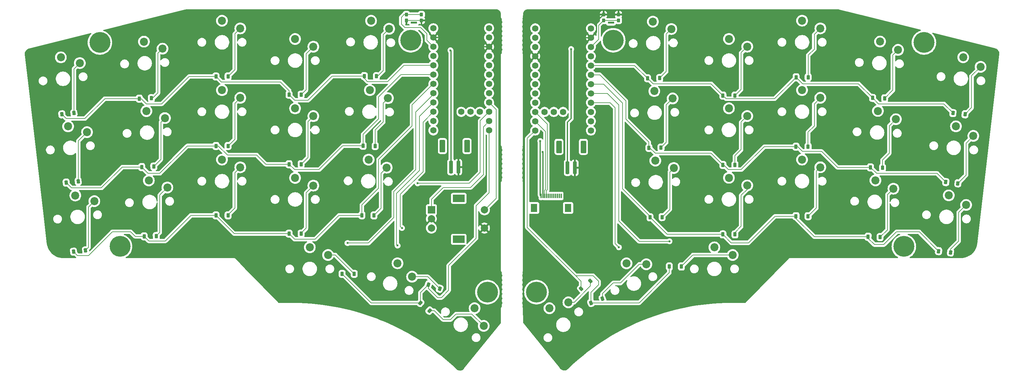
<source format=gtl>
G04 #@! TF.GenerationSoftware,KiCad,Pcbnew,8.0.8*
G04 #@! TF.CreationDate,2025-05-06T09:20:42+01:00*
G04 #@! TF.ProjectId,main_wired,6d61696e-5f77-4697-9265-642e6b696361,0.1*
G04 #@! TF.SameCoordinates,Original*
G04 #@! TF.FileFunction,Copper,L1,Top*
G04 #@! TF.FilePolarity,Positive*
%FSLAX46Y46*%
G04 Gerber Fmt 4.6, Leading zero omitted, Abs format (unit mm)*
G04 Created by KiCad (PCBNEW 8.0.8) date 2025-05-06 09:20:42*
%MOMM*%
%LPD*%
G01*
G04 APERTURE LIST*
G04 Aperture macros list*
%AMRoundRect*
0 Rectangle with rounded corners*
0 $1 Rounding radius*
0 $2 $3 $4 $5 $6 $7 $8 $9 X,Y pos of 4 corners*
0 Add a 4 corners polygon primitive as box body*
4,1,4,$2,$3,$4,$5,$6,$7,$8,$9,$2,$3,0*
0 Add four circle primitives for the rounded corners*
1,1,$1+$1,$2,$3*
1,1,$1+$1,$4,$5*
1,1,$1+$1,$6,$7*
1,1,$1+$1,$8,$9*
0 Add four rect primitives between the rounded corners*
20,1,$1+$1,$2,$3,$4,$5,0*
20,1,$1+$1,$4,$5,$6,$7,0*
20,1,$1+$1,$6,$7,$8,$9,0*
20,1,$1+$1,$8,$9,$2,$3,0*%
G04 Aperture macros list end*
G04 #@! TA.AperFunction,ComponentPad*
%ADD10C,2.200000*%
G04 #@! TD*
G04 #@! TA.AperFunction,ComponentPad*
%ADD11C,5.700000*%
G04 #@! TD*
G04 #@! TA.AperFunction,SMDPad,CuDef*
%ADD12RoundRect,0.135000X0.315000X0.365000X-0.315000X0.365000X-0.315000X-0.365000X0.315000X-0.365000X0*%
G04 #@! TD*
G04 #@! TA.AperFunction,SMDPad,CuDef*
%ADD13RoundRect,0.082500X0.767500X0.192500X-0.767500X0.192500X-0.767500X-0.192500X0.767500X-0.192500X0*%
G04 #@! TD*
G04 #@! TA.AperFunction,SMDPad,CuDef*
%ADD14RoundRect,0.225000X-0.218421X-0.378870X0.231510X-0.371016X0.218421X0.378870X-0.231510X0.371016X0*%
G04 #@! TD*
G04 #@! TA.AperFunction,SMDPad,CuDef*
%ADD15RoundRect,0.250000X0.250000X1.500000X-0.250000X1.500000X-0.250000X-1.500000X0.250000X-1.500000X0*%
G04 #@! TD*
G04 #@! TA.AperFunction,SMDPad,CuDef*
%ADD16RoundRect,0.250001X0.499999X1.449999X-0.499999X1.449999X-0.499999X-1.449999X0.499999X-1.449999X0*%
G04 #@! TD*
G04 #@! TA.AperFunction,SMDPad,CuDef*
%ADD17RoundRect,0.225000X-0.225000X-0.375000X0.225000X-0.375000X0.225000X0.375000X-0.225000X0.375000X0*%
G04 #@! TD*
G04 #@! TA.AperFunction,SMDPad,CuDef*
%ADD18RoundRect,0.225000X-0.083173X-0.429339X0.339688X-0.275430X0.083173X0.429339X-0.339688X0.275430X0*%
G04 #@! TD*
G04 #@! TA.AperFunction,SMDPad,CuDef*
%ADD19RoundRect,0.225000X-0.231510X-0.371016X0.218421X-0.378870X0.231510X0.371016X-0.218421X0.378870X0*%
G04 #@! TD*
G04 #@! TA.AperFunction,SMDPad,CuDef*
%ADD20RoundRect,0.225000X-0.262966X-0.349427X0.184569X-0.396465X0.262966X0.349427X-0.184569X0.396465X0*%
G04 #@! TD*
G04 #@! TA.AperFunction,SMDPad,CuDef*
%ADD21RoundRect,0.225000X-0.237950X-0.366919X0.211776X-0.382624X0.237950X0.366919X-0.211776X0.382624X0*%
G04 #@! TD*
G04 #@! TA.AperFunction,SMDPad,CuDef*
%ADD22RoundRect,0.225000X0.068685X-0.431894X0.413405X-0.142639X-0.068685X0.431894X-0.413405X0.142639X0*%
G04 #@! TD*
G04 #@! TA.AperFunction,SMDPad,CuDef*
%ADD23RoundRect,0.225000X-0.413405X-0.142639X-0.068685X-0.431894X0.413405X0.142639X0.068685X0.431894X0*%
G04 #@! TD*
G04 #@! TA.AperFunction,SMDPad,CuDef*
%ADD24R,0.300000X1.300000*%
G04 #@! TD*
G04 #@! TA.AperFunction,SMDPad,CuDef*
%ADD25R,1.800000X2.200000*%
G04 #@! TD*
G04 #@! TA.AperFunction,SMDPad,CuDef*
%ADD26RoundRect,0.225000X-0.339688X-0.275430X0.083173X-0.429339X0.339688X0.275430X-0.083173X0.429339X0*%
G04 #@! TD*
G04 #@! TA.AperFunction,ComponentPad*
%ADD27R,2.000000X2.000000*%
G04 #@! TD*
G04 #@! TA.AperFunction,ComponentPad*
%ADD28C,2.000000*%
G04 #@! TD*
G04 #@! TA.AperFunction,ComponentPad*
%ADD29R,3.200000X2.000000*%
G04 #@! TD*
G04 #@! TA.AperFunction,ComponentPad*
%ADD30C,1.752600*%
G04 #@! TD*
G04 #@! TA.AperFunction,SMDPad,CuDef*
%ADD31RoundRect,0.225000X-0.211776X-0.382624X0.237950X-0.366919X0.211776X0.382624X-0.237950X0.366919X0*%
G04 #@! TD*
G04 #@! TA.AperFunction,SMDPad,CuDef*
%ADD32RoundRect,0.225000X-0.184569X-0.396465X0.262966X-0.349427X0.184569X0.396465X-0.262966X0.349427X0*%
G04 #@! TD*
G04 #@! TA.AperFunction,ViaPad*
%ADD33C,0.600000*%
G04 #@! TD*
G04 #@! TA.AperFunction,Conductor*
%ADD34C,0.200000*%
G04 #@! TD*
G04 #@! TA.AperFunction,Conductor*
%ADD35C,0.300000*%
G04 #@! TD*
G04 APERTURE END LIST*
D10*
G04 #@! TO.P,S17,2,2*
G04 #@! TO.N,Net-(D17-A)*
X145998631Y-150781510D03*
G04 #@! TO.P,S17,1,1*
G04 #@! TO.N,RING*
X142018410Y-147098055D03*
G04 #@! TD*
D11*
G04 #@! TO.P,H4,1*
G04 #@! TO.N,N/C*
X166600000Y-155000000D03*
G04 #@! TD*
D10*
G04 #@! TO.P,S21,1,1*
G04 #@! TO.N,PINKYR*
X296725906Y-90741867D03*
G04 #@! TO.P,S21,2,2*
G04 #@! TO.N,Net-(D21-A)*
X301479006Y-93353005D03*
G04 #@! TD*
D12*
G04 #@! TO.P,SR2,1,1*
G04 #@! TO.N,RSTR*
X202450000Y-80663199D03*
X198350000Y-80663199D03*
G04 #@! TO.P,SR2,2,2*
G04 #@! TO.N,GNDR*
X202450000Y-79063199D03*
X198350000Y-79063199D03*
D13*
G04 #@! TO.P,SR2,SH*
G04 #@! TO.N,N/C*
X200400000Y-81288199D03*
G04 #@! TD*
D11*
G04 #@! TO.P,H3,1*
G04 #@! TO.N,N/C*
X145600000Y-86100000D03*
G04 #@! TD*
D14*
G04 #@! TO.P,D31,1,K*
G04 #@! TO.N,BOTTOMR*
X211069403Y-134528796D03*
G04 #@! TO.P,D31,2,A*
G04 #@! TO.N,Net-(D31-A)*
X214368901Y-134471204D03*
G04 #@! TD*
D10*
G04 #@! TO.P,S35,1,1*
G04 #@! TO.N,RINGR*
X204631375Y-147119331D03*
G04 #@! TO.P,S35,2,2*
G04 #@! TO.N,Net-(D35-A)*
X210048081Y-147382584D03*
G04 #@! TD*
D15*
G04 #@! TO.P,J2,1,Pin_1*
G04 #@! TO.N,GNDR*
X190500000Y-121000000D03*
G04 #@! TO.P,J2,2,Pin_2*
G04 #@! TO.N,B+R*
X188500000Y-121000000D03*
D16*
G04 #@! TO.P,J2,MP*
G04 #@! TO.N,N/C*
X192850000Y-115250000D03*
X186150000Y-115250000D03*
G04 #@! TD*
D10*
G04 #@! TO.P,S19,1,1*
G04 #@! TO.N,PINKYR*
X292769422Y-128537482D03*
G04 #@! TO.P,S19,2,2*
G04 #@! TO.N,Net-(D19-A)*
X297522522Y-131148620D03*
G04 #@! TD*
D17*
G04 #@! TO.P,D25,1,K*
G04 #@! TO.N,BOTTOMR*
X250998901Y-134221203D03*
G04 #@! TO.P,D25,2,A*
G04 #@! TO.N,Net-(D25-A)*
X254298901Y-134221203D03*
G04 #@! TD*
D11*
G04 #@! TO.P,H7,1*
G04 #@! TO.N,N/C*
X286000000Y-86700000D03*
G04 #@! TD*
D10*
G04 #@! TO.P,S26,1,1*
G04 #@! TO.N,MIDDLER*
X252648889Y-99736296D03*
G04 #@! TO.P,S26,2,2*
G04 #@! TO.N,Net-(D26-A)*
X257648889Y-101836296D03*
G04 #@! TD*
G04 #@! TO.P,S24,1,1*
G04 #@! TO.N,RINGR*
X273990334Y-86445363D03*
G04 #@! TO.P,S24,2,2*
G04 #@! TO.N,Net-(D24-A)*
X278913999Y-88718581D03*
G04 #@! TD*
G04 #@! TO.P,S18,1,1*
G04 #@! TO.N,MIDDLE*
X163098097Y-159405791D03*
G04 #@! TO.P,S18,2,2*
G04 #@! TO.N,Net-(D18-A)*
X165578465Y-164228422D03*
G04 #@! TD*
D11*
G04 #@! TO.P,H5,1*
G04 #@! TO.N,N/C*
X201000000Y-86100000D03*
G04 #@! TD*
D10*
G04 #@! TO.P,S23,1,1*
G04 #@! TO.N,RINGR*
X273393389Y-105426940D03*
G04 #@! TO.P,S23,2,2*
G04 #@! TO.N,Net-(D23-A)*
X278317054Y-107700158D03*
G04 #@! TD*
G04 #@! TO.P,S30,1,1*
G04 #@! TO.N,INDEXR*
X232658901Y-85726313D03*
G04 #@! TO.P,S30,2,2*
G04 #@! TO.N,Net-(D30-A)*
X237658901Y-87826313D03*
G04 #@! TD*
D18*
G04 #@! TO.P,D35,1,K*
G04 #@! TO.N,THUMBR*
X194949507Y-157926312D03*
G04 #@! TO.P,D35,2,A*
G04 #@! TO.N,Net-(D35-A)*
X198050493Y-156797646D03*
G04 #@! TD*
D17*
G04 #@! TO.P,D29,1,K*
G04 #@! TO.N,HOMER*
X230998890Y-120201213D03*
G04 #@! TO.P,D29,2,A*
G04 #@! TO.N,Net-(D29-A)*
X234298890Y-120201213D03*
G04 #@! TD*
D19*
G04 #@! TO.P,D13,2,A*
G04 #@! TO.N,Net-(D13-A)*
X135562978Y-134028040D03*
G04 #@! TO.P,D13,1,K*
G04 #@! TO.N,BOTTOM*
X132263480Y-133970448D03*
G04 #@! TD*
D17*
G04 #@! TO.P,D30,1,K*
G04 #@! TO.N,TOPR*
X231008910Y-101211208D03*
G04 #@! TO.P,D30,2,A*
G04 #@! TO.N,Net-(D30-A)*
X234308910Y-101211208D03*
G04 #@! TD*
D10*
G04 #@! TO.P,S20,1,1*
G04 #@! TO.N,PINKYR*
X294755471Y-109641579D03*
G04 #@! TO.P,S20,2,2*
G04 #@! TO.N,Net-(D20-A)*
X299508571Y-112252717D03*
G04 #@! TD*
D14*
G04 #@! TO.P,D33,1,K*
G04 #@! TO.N,TOPR*
X210395693Y-96499234D03*
G04 #@! TO.P,D33,2,A*
G04 #@! TO.N,Net-(D33-A)*
X213695191Y-96441642D03*
G04 #@! TD*
D10*
G04 #@! TO.P,S15,2,2*
G04 #@! TO.N,Net-(D15-A)*
X139729235Y-82935866D03*
G04 #@! TO.P,S15,1,1*
G04 #@! TO.N,INNER*
X134766646Y-80748924D03*
G04 #@! TD*
G04 #@! TO.P,S31,1,1*
G04 #@! TO.N,INNERR*
X212528925Y-119016763D03*
G04 #@! TO.P,S31,2,2*
G04 #@! TO.N,Net-(D31-A)*
X217564813Y-121029181D03*
G04 #@! TD*
G04 #@! TO.P,S14,1,1*
G04 #@! TO.N,INNER*
X134435066Y-99746034D03*
G04 #@! TO.P,S14,2,2*
G04 #@! TO.N,Net-(D14-A)*
X139397655Y-101932976D03*
G04 #@! TD*
D20*
G04 #@! TO.P,D19,1,K*
G04 #@! TO.N,BOTTOMR*
X289989108Y-143790189D03*
G04 #@! TO.P,D19,2,A*
G04 #@! TO.N,Net-(D19-A)*
X293271030Y-144135133D03*
G04 #@! TD*
D14*
G04 #@! TO.P,D32,1,K*
G04 #@! TO.N,HOMER*
X210767244Y-115515222D03*
G04 #@! TO.P,D32,2,A*
G04 #@! TO.N,Net-(D32-A)*
X214066742Y-115457630D03*
G04 #@! TD*
D17*
G04 #@! TO.P,D28,1,K*
G04 #@! TO.N,BOTTOMR*
X230998902Y-139201203D03*
G04 #@! TO.P,D28,2,A*
G04 #@! TO.N,Net-(D28-A)*
X234298902Y-139201203D03*
G04 #@! TD*
D10*
G04 #@! TO.P,S25,1,1*
G04 #@! TO.N,MIDDLER*
X252648901Y-118736309D03*
G04 #@! TO.P,S25,2,2*
G04 #@! TO.N,Net-(D25-A)*
X257648901Y-120836309D03*
G04 #@! TD*
D17*
G04 #@! TO.P,D26,1,K*
G04 #@! TO.N,HOMER*
X250998894Y-115221186D03*
G04 #@! TO.P,D26,2,A*
G04 #@! TO.N,Net-(D26-A)*
X254298894Y-115221186D03*
G04 #@! TD*
D11*
G04 #@! TO.P,H6,1*
G04 #@! TO.N,N/C*
X180000000Y-155000000D03*
G04 #@! TD*
D10*
G04 #@! TO.P,S22,1,1*
G04 #@! TO.N,RINGR*
X272730322Y-124415372D03*
G04 #@! TO.P,S22,2,2*
G04 #@! TO.N,Net-(D22-A)*
X277653987Y-126688590D03*
G04 #@! TD*
D21*
G04 #@! TO.P,D23,1,K*
G04 #@! TO.N,HOMER*
X271364002Y-120847617D03*
G04 #@! TO.P,D23,2,A*
G04 #@! TO.N,Net-(D23-A)*
X274661992Y-120962785D03*
G04 #@! TD*
D22*
G04 #@! TO.P,D36,1,K*
G04 #@! TO.N,THUMBR*
X192236027Y-154060600D03*
G04 #@! TO.P,D36,2,A*
G04 #@! TO.N,Net-(D36-A)*
X194763973Y-151939400D03*
G04 #@! TD*
D17*
G04 #@! TO.P,D16,1,K*
G04 #@! TO.N,THUMB*
X126850000Y-150000000D03*
G04 #@! TO.P,D16,2,A*
G04 #@! TO.N,Net-(D16-A)*
X130150000Y-150000000D03*
G04 #@! TD*
D10*
G04 #@! TO.P,S27,1,1*
G04 #@! TO.N,MIDDLER*
X252668901Y-80726316D03*
G04 #@! TO.P,S27,2,2*
G04 #@! TO.N,Net-(D27-A)*
X257668901Y-82826316D03*
G04 #@! TD*
G04 #@! TO.P,S28,1,1*
G04 #@! TO.N,INDEXR*
X232648896Y-123716322D03*
G04 #@! TO.P,S28,2,2*
G04 #@! TO.N,Net-(D28-A)*
X237648896Y-125816322D03*
G04 #@! TD*
G04 #@! TO.P,S29,1,1*
G04 #@! TO.N,INDEXR*
X232648894Y-104716314D03*
G04 #@! TO.P,S29,2,2*
G04 #@! TO.N,Net-(D29-A)*
X237648894Y-106816314D03*
G04 #@! TD*
D23*
G04 #@! TO.P,D18,1,K*
G04 #@! TO.N,THUMB*
X148236027Y-157939400D03*
G04 #@! TO.P,D18,2,A*
G04 #@! TO.N,Net-(D18-A)*
X150763973Y-160060600D03*
G04 #@! TD*
D21*
G04 #@! TO.P,D22,1,K*
G04 #@! TO.N,BOTTOMR*
X270700912Y-139836033D03*
G04 #@! TO.P,D22,2,A*
G04 #@! TO.N,Net-(D22-A)*
X273998902Y-139951201D03*
G04 #@! TD*
D19*
G04 #@! TO.P,D14,1,K*
G04 #@! TO.N,HOME*
X132595082Y-114973341D03*
G04 #@! TO.P,D14,2,A*
G04 #@! TO.N,Net-(D14-A)*
X135894580Y-115030933D03*
G04 #@! TD*
D24*
G04 #@! TO.P,C1,1,Pin_1*
G04 #@! TO.N,unconnected-(C1-Pin_1-Pad1)*
X186750000Y-128700000D03*
G04 #@! TO.P,C1,2,Pin_2*
G04 #@! TO.N,unconnected-(C1-Pin_2-Pad2)*
X186250000Y-128700000D03*
G04 #@! TO.P,C1,3,Pin_3*
G04 #@! TO.N,unconnected-(C1-Pin_3-Pad3)*
X185750000Y-128700000D03*
G04 #@! TO.P,C1,4,Pin_4*
G04 #@! TO.N,unconnected-(C1-Pin_4-Pad4)*
X185250000Y-128700000D03*
G04 #@! TO.P,C1,5,Pin_5*
G04 #@! TO.N,unconnected-(C1-Pin_5-Pad5)*
X184750000Y-128700000D03*
G04 #@! TO.P,C1,6,Pin_6*
G04 #@! TO.N,unconnected-(C1-Pin_6-Pad6)*
X184250000Y-128700000D03*
G04 #@! TO.P,C1,7,Pin_7*
G04 #@! TO.N,unconnected-(C1-Pin_7-Pad7)*
X183750000Y-128700000D03*
G04 #@! TO.P,C1,8,Pin_8*
G04 #@! TO.N,unconnected-(C1-Pin_8-Pad8)*
X183250000Y-128700000D03*
G04 #@! TO.P,C1,9,Pin_9*
G04 #@! TO.N,SCLT*
X182750000Y-128700000D03*
G04 #@! TO.P,C1,10,Pin_10*
G04 #@! TO.N,SDAT*
X182250000Y-128700000D03*
G04 #@! TO.P,C1,11,Pin_11*
G04 #@! TO.N,GNDR*
X181750000Y-128700000D03*
G04 #@! TO.P,C1,12,Pin_12*
G04 #@! TO.N,VDDT*
X181250000Y-128700000D03*
D25*
G04 #@! TO.P,C1,MP*
G04 #@! TO.N,N/C*
X179350000Y-131950000D03*
X188650000Y-131950000D03*
G04 #@! TD*
D15*
G04 #@! TO.P,J1,1,Pin_1*
G04 #@! TO.N,GNDL*
X158650500Y-120792243D03*
G04 #@! TO.P,J1,2,Pin_2*
G04 #@! TO.N,B+L*
X156650500Y-120792243D03*
D16*
G04 #@! TO.P,J1,MP*
G04 #@! TO.N,N/C*
X161000500Y-115042243D03*
X154300500Y-115042243D03*
G04 #@! TD*
D17*
G04 #@! TO.P,D27,1,K*
G04 #@! TO.N,TOPR*
X251018906Y-96211215D03*
G04 #@! TO.P,D27,2,A*
G04 #@! TO.N,Net-(D27-A)*
X254318906Y-96211215D03*
G04 #@! TD*
D20*
G04 #@! TO.P,D21,1,K*
G04 #@! TO.N,TOPR*
X293945589Y-105994583D03*
G04 #@! TO.P,D21,2,A*
G04 #@! TO.N,Net-(D21-A)*
X297227511Y-106339527D03*
G04 #@! TD*
D10*
G04 #@! TO.P,S36,1,1*
G04 #@! TO.N,MIDDLER*
X183566492Y-159405821D03*
G04 #@! TO.P,S36,2,2*
G04 #@! TO.N,Net-(D36-A)*
X188746568Y-157800576D03*
G04 #@! TD*
D26*
G04 #@! TO.P,D17,1,K*
G04 #@! TO.N,THUMB*
X150449507Y-152935667D03*
G04 #@! TO.P,D17,2,A*
G04 #@! TO.N,Net-(D17-A)*
X153550493Y-154064333D03*
G04 #@! TD*
D10*
G04 #@! TO.P,S33,1,1*
G04 #@! TO.N,INNERR*
X211855204Y-80987215D03*
G04 #@! TO.P,S33,2,2*
G04 #@! TO.N,Net-(D33-A)*
X216891092Y-82999633D03*
G04 #@! TD*
D27*
G04 #@! TO.P,EC11,A,A*
G04 #@! TO.N,ENC_0*
X151274610Y-132459595D03*
D28*
G04 #@! TO.P,EC11,B,B*
G04 #@! TO.N,ENC_1*
X151274610Y-137459595D03*
G04 #@! TO.P,EC11,C,C*
G04 #@! TO.N,GNDL*
X151274610Y-134959595D03*
D29*
G04 #@! TO.P,EC11,MP*
G04 #@! TO.N,N/C*
X158774610Y-129359595D03*
X158774610Y-140559595D03*
D28*
G04 #@! TO.P,EC11,S1,S1*
G04 #@! TO.N,GNDL*
X165774610Y-137459595D03*
G04 #@! TO.P,EC11,S2,S2*
G04 #@! TO.N,ENC_SW*
X165774610Y-132459595D03*
G04 #@! TD*
D10*
G04 #@! TO.P,S32,1,1*
G04 #@! TO.N,INNERR*
X212226770Y-100003202D03*
G04 #@! TO.P,S32,2,2*
G04 #@! TO.N,Net-(D32-A)*
X217262658Y-102015620D03*
G04 #@! TD*
D21*
G04 #@! TO.P,D24,1,K*
G04 #@! TO.N,TOPR*
X271960910Y-101866033D03*
G04 #@! TO.P,D24,2,A*
G04 #@! TO.N,Net-(D24-A)*
X275258900Y-101981201D03*
G04 #@! TD*
D19*
G04 #@! TO.P,D15,1,K*
G04 #@! TO.N,TOP*
X132926672Y-95871204D03*
G04 #@! TO.P,D15,2,A*
G04 #@! TO.N,Net-(D15-A)*
X136226170Y-95928796D03*
G04 #@! TD*
D30*
G04 #@! TO.P,MCU2,1,1*
G04 #@! TO.N,unconnected-(MCU2-Pad1)*
X179665190Y-82826752D03*
G04 #@! TO.P,MCU2,2,0*
G04 #@! TO.N,unconnected-(MCU2-0-Pad2)*
X179665190Y-85366752D03*
G04 #@! TO.P,MCU2,3,GND*
G04 #@! TO.N,unconnected-(MCU2-GND-Pad3)*
X179665190Y-87906752D03*
G04 #@! TO.P,MCU2,4,GND*
G04 #@! TO.N,GNDR*
X179665190Y-90446752D03*
G04 #@! TO.P,MCU2,5,2*
G04 #@! TO.N,unconnected-(MCU2-2-Pad5)*
X179665190Y-92986752D03*
G04 #@! TO.P,MCU2,6,3*
G04 #@! TO.N,unconnected-(MCU2-3-Pad6)*
X179665190Y-95526752D03*
G04 #@! TO.P,MCU2,7,4*
G04 #@! TO.N,unconnected-(MCU2-4-Pad7)*
X179665190Y-98066752D03*
G04 #@! TO.P,MCU2,8,5*
G04 #@! TO.N,unconnected-(MCU2-5-Pad8)*
X179665190Y-100606752D03*
G04 #@! TO.P,MCU2,9,6*
G04 #@! TO.N,unconnected-(MCU2-6-Pad9)*
X179665190Y-103146752D03*
G04 #@! TO.P,MCU2,10,7*
G04 #@! TO.N,SCLT*
X179665190Y-105686752D03*
G04 #@! TO.P,MCU2,11,8*
G04 #@! TO.N,SDAT*
X179665190Y-108226752D03*
G04 #@! TO.P,MCU2,12,9*
G04 #@! TO.N,THUMBR*
X179665190Y-110766752D03*
G04 #@! TO.P,MCU2,13,10*
G04 #@! TO.N,INNERR*
X194905190Y-110766752D03*
G04 #@! TO.P,MCU2,14,16*
G04 #@! TO.N,INDEXR*
X194905190Y-108226752D03*
G04 #@! TO.P,MCU2,15,14*
G04 #@! TO.N,MIDDLER*
X194905190Y-105686752D03*
G04 #@! TO.P,MCU2,16,15*
G04 #@! TO.N,RINGR*
X194905190Y-103146752D03*
G04 #@! TO.P,MCU2,17,18*
G04 #@! TO.N,PINKYR*
X194905190Y-100606752D03*
G04 #@! TO.P,MCU2,18,19*
G04 #@! TO.N,BOTTOMR*
X194905190Y-98066752D03*
G04 #@! TO.P,MCU2,19,20*
G04 #@! TO.N,HOMER*
X194905190Y-95526752D03*
G04 #@! TO.P,MCU2,20,21*
G04 #@! TO.N,TOPR*
X194905190Y-92986752D03*
G04 #@! TO.P,MCU2,21,3.3v*
G04 #@! TO.N,VDDT*
X194905190Y-90446752D03*
G04 #@! TO.P,MCU2,22,RST*
G04 #@! TO.N,RSTR*
X194905190Y-87906752D03*
G04 #@! TO.P,MCU2,23,GND*
G04 #@! TO.N,GNDR*
X194905190Y-85366752D03*
G04 #@! TO.P,MCU2,24,B+*
G04 #@! TO.N,B+R*
X194905190Y-82826752D03*
G04 #@! TO.P,MCU2,25,1*
G04 #@! TO.N,unconnected-(MCU2-1-Pad25)*
X182205190Y-105686752D03*
G04 #@! TO.P,MCU2,26,2*
G04 #@! TO.N,unconnected-(MCU2-2-Pad26)*
X184745190Y-105686752D03*
G04 #@! TO.P,MCU2,27,7*
G04 #@! TO.N,unconnected-(MCU2-7-Pad27)*
X187285190Y-105686752D03*
G04 #@! TD*
D10*
G04 #@! TO.P,S34,1,1*
G04 #@! TO.N,PINKYR*
X228668905Y-142746300D03*
G04 #@! TO.P,S34,2,2*
G04 #@! TO.N,Net-(D34-A)*
X233668905Y-144846300D03*
G04 #@! TD*
D20*
G04 #@! TO.P,D20,1,K*
G04 #@! TO.N,HOMER*
X291975143Y-124894276D03*
G04 #@! TO.P,D20,2,A*
G04 #@! TO.N,Net-(D20-A)*
X295257065Y-125239220D03*
G04 #@! TD*
D12*
G04 #@! TO.P,SRL1,1,1*
G04 #@! TO.N,GNDL*
X148550500Y-80642243D03*
X144450500Y-80642243D03*
G04 #@! TO.P,SRL1,2,2*
G04 #@! TO.N,RSTL*
X148550500Y-79042243D03*
X144450500Y-79042243D03*
D13*
G04 #@! TO.P,SRL1,SH*
G04 #@! TO.N,N/C*
X146500500Y-81267243D03*
G04 #@! TD*
D17*
G04 #@! TO.P,D34,1,K*
G04 #@! TO.N,THUMBR*
X216350000Y-148000000D03*
G04 #@! TO.P,D34,2,A*
G04 #@! TO.N,Net-(D34-A)*
X219650000Y-148000000D03*
G04 #@! TD*
D30*
G04 #@! TO.P,MCU1,1,1*
G04 #@! TO.N,unconnected-(MCU1-Pad1)*
X167055438Y-82805626D03*
G04 #@! TO.P,MCU1,2,0*
G04 #@! TO.N,unconnected-(MCU1-0-Pad2)*
X167055438Y-85345626D03*
G04 #@! TO.P,MCU1,3,GND*
G04 #@! TO.N,GNDL*
X167055438Y-87885626D03*
G04 #@! TO.P,MCU1,4,GND*
G04 #@! TO.N,unconnected-(MCU1-GND-Pad4)*
X167055438Y-90425626D03*
G04 #@! TO.P,MCU1,5,2*
G04 #@! TO.N,unconnected-(MCU1-2-Pad5)*
X167055438Y-92965626D03*
G04 #@! TO.P,MCU1,6,3*
G04 #@! TO.N,unconnected-(MCU1-3-Pad6)*
X167055439Y-95505626D03*
G04 #@! TO.P,MCU1,7,4*
G04 #@! TO.N,unconnected-(MCU1-4-Pad7)*
X167055438Y-98045626D03*
G04 #@! TO.P,MCU1,8,5*
G04 #@! TO.N,unconnected-(MCU1-5-Pad8)*
X167055438Y-100585626D03*
G04 #@! TO.P,MCU1,9,6*
G04 #@! TO.N,ENC_SW*
X167055438Y-103125626D03*
G04 #@! TO.P,MCU1,10,7*
G04 #@! TO.N,ENC_1*
X167055438Y-105665626D03*
G04 #@! TO.P,MCU1,11,8*
G04 #@! TO.N,ENC_0*
X167055438Y-108205626D03*
G04 #@! TO.P,MCU1,12,9*
G04 #@! TO.N,THUMB*
X167055438Y-110745626D03*
G04 #@! TO.P,MCU1,13,10*
G04 #@! TO.N,INNER*
X151815438Y-110745626D03*
G04 #@! TO.P,MCU1,14,16*
G04 #@! TO.N,INDEX*
X151815438Y-108205626D03*
G04 #@! TO.P,MCU1,15,14*
G04 #@! TO.N,MIDDLE*
X151815438Y-105665626D03*
G04 #@! TO.P,MCU1,16,15*
G04 #@! TO.N,RING*
X151815438Y-103125626D03*
G04 #@! TO.P,MCU1,17,18*
G04 #@! TO.N,PINKY*
X151815438Y-100585626D03*
G04 #@! TO.P,MCU1,18,19*
G04 #@! TO.N,BOTTOM*
X151815438Y-98045626D03*
G04 #@! TO.P,MCU1,19,20*
G04 #@! TO.N,HOME*
X151815438Y-95505626D03*
G04 #@! TO.P,MCU1,20,21*
G04 #@! TO.N,TOP*
X151815438Y-92965626D03*
G04 #@! TO.P,MCU1,21,3.3v*
G04 #@! TO.N,unconnected-(MCU1-3.3v-Pad21)*
X151815438Y-90425626D03*
G04 #@! TO.P,MCU1,22,RST*
G04 #@! TO.N,RSTL*
X151815438Y-87885626D03*
G04 #@! TO.P,MCU1,23,GND*
G04 #@! TO.N,GNDL*
X151815439Y-85345626D03*
G04 #@! TO.P,MCU1,24,B+*
G04 #@! TO.N,B+L*
X151815438Y-82805626D03*
G04 #@! TO.P,MCU1,25,1*
G04 #@! TO.N,unconnected-(MCU1-1-Pad25)*
X164515438Y-105665626D03*
G04 #@! TO.P,MCU1,26,2*
G04 #@! TO.N,unconnected-(MCU1-2-Pad26)*
X161975438Y-105665626D03*
G04 #@! TO.P,MCU1,27,7*
G04 #@! TO.N,unconnected-(MCU1-7-Pad27)*
X159435438Y-105665626D03*
G04 #@! TD*
D11*
G04 #@! TO.P,H8,1*
G04 #@! TO.N,N/C*
X280500000Y-142500000D03*
G04 #@! TD*
D17*
G04 #@! TO.P,D8,1,K*
G04 #@! TO.N,HOME*
X92350491Y-114999997D03*
G04 #@! TO.P,D8,2,A*
G04 #@! TO.N,Net-(D8-A)*
X95650491Y-114999997D03*
G04 #@! TD*
D10*
G04 #@! TO.P,S5,1,1*
G04 #@! TO.N,RING*
X73318162Y-105452349D03*
G04 #@! TO.P,S5,2,2*
G04 #@! TO.N,Net-(D5-A)*
X78388405Y-107376572D03*
G04 #@! TD*
G04 #@! TO.P,S2,1,1*
G04 #@! TO.N,PINKY*
X51903040Y-109653206D03*
G04 #@! TO.P,S2,2,2*
G04 #@! TO.N,Net-(D2-A)*
X57095159Y-111219056D03*
G04 #@! TD*
D17*
G04 #@! TO.P,D7,2,A*
G04 #@! TO.N,Net-(D7-A)*
X95650497Y-134000013D03*
G04 #@! TO.P,D7,1,K*
G04 #@! TO.N,BOTTOM*
X92350497Y-134000013D03*
G04 #@! TD*
D10*
G04 #@! TO.P,S11,1,1*
G04 #@! TO.N,INDEX*
X114000497Y-104742237D03*
G04 #@! TO.P,S11,2,2*
G04 #@! TO.N,Net-(D11-A)*
X119000497Y-106842237D03*
G04 #@! TD*
G04 #@! TO.P,S13,1,1*
G04 #@! TO.N,INNER*
X134103464Y-118743135D03*
G04 #@! TO.P,S13,2,2*
G04 #@! TO.N,Net-(D13-A)*
X139066053Y-120930077D03*
G04 #@! TD*
D31*
G04 #@! TO.P,D4,2,A*
G04 #@! TO.N,Net-(D4-A)*
X76010666Y-139634316D03*
G04 #@! TO.P,D4,1,K*
G04 #@! TO.N,BOTTOM*
X72712676Y-139749484D03*
G04 #@! TD*
D10*
G04 #@! TO.P,S6,1,1*
G04 #@! TO.N,RING*
X72655086Y-86463919D03*
G04 #@! TO.P,S6,2,2*
G04 #@! TO.N,Net-(D6-A)*
X77725329Y-88388142D03*
G04 #@! TD*
G04 #@! TO.P,S1,1,1*
G04 #@! TO.N,PINKY*
X53889071Y-128549113D03*
G04 #@! TO.P,S1,2,2*
G04 #@! TO.N,Net-(D1-A)*
X59081190Y-130114963D03*
G04 #@! TD*
D11*
G04 #@! TO.P,H2,1*
G04 #@! TO.N,N/C*
X66100000Y-142500000D03*
G04 #@! TD*
D10*
G04 #@! TO.P,S9,2,2*
G04 #@! TO.N,Net-(D9-A)*
X99000480Y-82842230D03*
G04 #@! TO.P,S9,1,1*
G04 #@! TO.N,MIDDLE*
X94000480Y-80742230D03*
G04 #@! TD*
D31*
G04 #@! TO.P,D6,1,K*
G04 #@! TO.N,TOP*
X71386475Y-102057584D03*
G04 #@! TO.P,D6,2,A*
G04 #@! TO.N,Net-(D6-A)*
X74684465Y-101942416D03*
G04 #@! TD*
D11*
G04 #@! TO.P,H1,1*
G04 #@! TO.N,N/C*
X60600000Y-86700000D03*
G04 #@! TD*
D17*
G04 #@! TO.P,D10,2,A*
G04 #@! TO.N,Net-(D10-A)*
X115650506Y-139000000D03*
G04 #@! TO.P,D10,1,K*
G04 #@! TO.N,BOTTOM*
X112350506Y-139000000D03*
G04 #@! TD*
D10*
G04 #@! TO.P,S7,1,1*
G04 #@! TO.N,MIDDLE*
X94000498Y-118742242D03*
G04 #@! TO.P,S7,2,2*
G04 #@! TO.N,Net-(D7-A)*
X99000498Y-120842242D03*
G04 #@! TD*
D17*
G04 #@! TO.P,D9,1,K*
G04 #@! TO.N,TOP*
X92350488Y-96000000D03*
G04 #@! TO.P,D9,2,A*
G04 #@! TO.N,Net-(D9-A)*
X95650488Y-96000000D03*
G04 #@! TD*
G04 #@! TO.P,D11,1,K*
G04 #@! TO.N,HOME*
X112350497Y-120000012D03*
G04 #@! TO.P,D11,2,A*
G04 #@! TO.N,Net-(D11-A)*
X115650497Y-120000012D03*
G04 #@! TD*
D10*
G04 #@! TO.P,S3,1,1*
G04 #@! TO.N,PINKY*
X49916994Y-90757287D03*
G04 #@! TO.P,S3,2,2*
G04 #@! TO.N,Net-(D3-A)*
X55109113Y-92323137D03*
G04 #@! TD*
D31*
G04 #@! TO.P,D5,1,K*
G04 #@! TO.N,HOME*
X72049586Y-120761067D03*
G04 #@! TO.P,D5,2,A*
G04 #@! TO.N,Net-(D5-A)*
X75347576Y-120645899D03*
G04 #@! TD*
D10*
G04 #@! TO.P,S16,1,1*
G04 #@! TO.N,PINKY*
X118000496Y-142742232D03*
G04 #@! TO.P,S16,2,2*
G04 #@! TO.N,Net-(D16-A)*
X123000496Y-144842232D03*
G04 #@! TD*
G04 #@! TO.P,S8,1,1*
G04 #@! TO.N,MIDDLE*
X94000489Y-99742233D03*
G04 #@! TO.P,S8,2,2*
G04 #@! TO.N,Net-(D8-A)*
X99000489Y-101842233D03*
G04 #@! TD*
D32*
G04 #@! TO.P,D1,2,A*
G04 #@! TO.N,Net-(D1-A)*
X56669402Y-143574692D03*
G04 #@! TO.P,D1,1,K*
G04 #@! TO.N,BOTTOM*
X53387480Y-143919636D03*
G04 #@! TD*
G04 #@! TO.P,D3,1,K*
G04 #@! TO.N,TOP*
X50218078Y-106344944D03*
G04 #@! TO.P,D3,2,A*
G04 #@! TO.N,Net-(D3-A)*
X53500000Y-106000000D03*
G04 #@! TD*
D10*
G04 #@! TO.P,S4,1,1*
G04 #@! TO.N,RING*
X73981277Y-124440777D03*
G04 #@! TO.P,S4,2,2*
G04 #@! TO.N,Net-(D4-A)*
X79051520Y-126365000D03*
G04 #@! TD*
D32*
G04 #@! TO.P,D2,2,A*
G04 #@! TO.N,Net-(D2-A)*
X54683352Y-124678780D03*
G04 #@! TO.P,D2,1,K*
G04 #@! TO.N,HOME*
X51401430Y-125023724D03*
G04 #@! TD*
D17*
G04 #@! TO.P,D12,1,K*
G04 #@! TO.N,TOP*
X112350504Y-101000000D03*
G04 #@! TO.P,D12,2,A*
G04 #@! TO.N,Net-(D12-A)*
X115650504Y-101000000D03*
G04 #@! TD*
D10*
G04 #@! TO.P,S10,1,1*
G04 #@! TO.N,INDEX*
X114000498Y-123742244D03*
G04 #@! TO.P,S10,2,2*
G04 #@! TO.N,Net-(D10-A)*
X119000498Y-125842244D03*
G04 #@! TD*
G04 #@! TO.P,S12,1,1*
G04 #@! TO.N,INDEX*
X114000494Y-85742235D03*
G04 #@! TO.P,S12,2,2*
G04 #@! TO.N,Net-(D12-A)*
X119000494Y-87842235D03*
G04 #@! TD*
D33*
G04 #@! TO.N,ENC_1*
X147500500Y-125220564D03*
G04 #@! TO.N,PINKY*
X128334005Y-141572207D03*
G04 #@! TO.N,B+L*
X156500500Y-88842243D03*
G04 #@! TO.N,MIDDLE*
X143219023Y-137457224D03*
G04 #@! TO.N,RING*
X142018412Y-142256614D03*
G04 #@! TO.N,RINGR*
X202545407Y-142737949D03*
G04 #@! TO.N,PINKYR*
X216403729Y-141096271D03*
G04 #@! TO.N,B+R*
X189500000Y-88500000D03*
G04 #@! TO.N,VDDT*
X181028890Y-113663199D03*
G04 #@! TO.N,GNDR*
X196406600Y-81006600D03*
X181678890Y-116663199D03*
G04 #@! TO.N,GNDL*
X152800500Y-80642243D03*
G04 #@! TD*
D34*
G04 #@! TO.N,TOPR*
X206883211Y-92986752D02*
X194905190Y-92986752D01*
X210395693Y-96499234D02*
X206883211Y-92986752D01*
G04 #@! TO.N,THUMBR*
X190736802Y-150500000D02*
X190618401Y-150381599D01*
X197000000Y-153000000D02*
X197000000Y-152000000D01*
X194949507Y-155050493D02*
X197000000Y-153000000D01*
X194949507Y-157926312D02*
X194949507Y-155050493D01*
X197000000Y-152000000D02*
X195500000Y-150500000D01*
X190618401Y-150381599D02*
X177500000Y-137263199D01*
X192236027Y-151999226D02*
X190618401Y-150381599D01*
X195500000Y-150500000D02*
X190736802Y-150500000D01*
X177500000Y-137263199D02*
X177500000Y-112931942D01*
X192236027Y-154060600D02*
X192236027Y-151999226D01*
X177500000Y-112931942D02*
X179665190Y-110766752D01*
G04 #@! TO.N,Net-(D36-A)*
X190302202Y-157800576D02*
X194763973Y-153338805D01*
X188746568Y-157800576D02*
X190302202Y-157800576D01*
X194763973Y-153338805D02*
X194763973Y-151939400D01*
G04 #@! TO.N,Net-(D35-A)*
X198050493Y-155449507D02*
X198050493Y-156797646D01*
X203000000Y-152500000D02*
X201000000Y-152500000D01*
X201000000Y-152500000D02*
X198050493Y-155449507D01*
X208117416Y-147382584D02*
X203000000Y-152500000D01*
X210048081Y-147382584D02*
X208117416Y-147382584D01*
G04 #@! TO.N,THUMBR*
X208073688Y-157926312D02*
X194949507Y-157926312D01*
X216350000Y-149650000D02*
X208073688Y-157926312D01*
X216350000Y-148000000D02*
X216350000Y-149650000D01*
G04 #@! TO.N,Net-(D34-A)*
X222803700Y-144846300D02*
X219650000Y-148000000D01*
X233668905Y-144846300D02*
X222803700Y-144846300D01*
G04 #@! TO.N,TOPR*
X211896459Y-98000000D02*
X210395693Y-96499234D01*
X227797702Y-98000000D02*
X211896459Y-98000000D01*
X231008910Y-101211208D02*
X227797702Y-98000000D01*
X245118913Y-102111208D02*
X231908910Y-102111208D01*
X251018906Y-96211215D02*
X245118913Y-102111208D01*
X231908910Y-102111208D02*
X231008910Y-101211208D01*
X252807691Y-98000000D02*
X251018906Y-96211215D01*
X268094877Y-98000000D02*
X252807691Y-98000000D01*
X271960910Y-101866033D02*
X268094877Y-98000000D01*
X273594877Y-103500000D02*
X291451006Y-103500000D01*
X291451006Y-103500000D02*
X293945589Y-105994583D01*
X271960910Y-101866033D02*
X273594877Y-103500000D01*
G04 #@! TO.N,HOMER*
X289580867Y-122500000D02*
X291975143Y-124894276D01*
X273016385Y-122500000D02*
X289580867Y-122500000D01*
X271364002Y-120847617D02*
X273016385Y-122500000D01*
X262347617Y-120847617D02*
X271364002Y-120847617D01*
X252727708Y-116500000D02*
X258000000Y-116500000D01*
X258000000Y-116500000D02*
X262347617Y-120847617D01*
X251448894Y-115221186D02*
X252727708Y-116500000D01*
X250998894Y-115221186D02*
X251448894Y-115221186D01*
X242278814Y-115221186D02*
X250998894Y-115221186D01*
X236000000Y-121500000D02*
X242278814Y-115221186D01*
X232500000Y-121500000D02*
X236000000Y-121500000D01*
X231201213Y-120201213D02*
X232500000Y-121500000D01*
X230998890Y-120201213D02*
X231201213Y-120201213D01*
X211015222Y-115515222D02*
X210767244Y-115515222D01*
X212500000Y-117000000D02*
X211015222Y-115515222D01*
X230998890Y-120201213D02*
X227797677Y-117000000D01*
X227797677Y-117000000D02*
X212500000Y-117000000D01*
X210767244Y-113959786D02*
X204445407Y-107637949D01*
X210767244Y-115515222D02*
X210767244Y-113959786D01*
G04 #@! TO.N,Net-(D20-A)*
X297000000Y-123500000D02*
X296996285Y-123500000D01*
X297500000Y-114261288D02*
X297500000Y-123000000D01*
X296996285Y-123500000D02*
X295257065Y-125239220D01*
X299508571Y-112252717D02*
X297500000Y-114261288D01*
X297500000Y-123000000D02*
X297000000Y-123500000D01*
G04 #@! TO.N,Net-(D23-A)*
X274661992Y-118838008D02*
X274661992Y-120962785D01*
X276500000Y-117000000D02*
X274661992Y-118838008D01*
X276500000Y-109517212D02*
X276500000Y-117000000D01*
X278317054Y-107700158D02*
X276500000Y-109517212D01*
G04 #@! TO.N,Net-(D26-A)*
X256000000Y-109500000D02*
X254298894Y-111201106D01*
X256000000Y-103485185D02*
X256000000Y-109500000D01*
X254298894Y-111201106D02*
X254298894Y-115221186D01*
X257648889Y-101836296D02*
X256000000Y-103485185D01*
G04 #@! TO.N,Net-(D21-A)*
X299000000Y-104567038D02*
X297227511Y-106339527D01*
X301479006Y-93353005D02*
X299000000Y-95832011D01*
X299000000Y-95832011D02*
X299000000Y-104567038D01*
G04 #@! TO.N,Net-(D24-A)*
X277500000Y-99740101D02*
X275258900Y-101981201D01*
X278913999Y-88718581D02*
X277500000Y-90132580D01*
X277500000Y-90132580D02*
X277500000Y-99740101D01*
G04 #@! TO.N,Net-(D27-A)*
X256000000Y-88500000D02*
X254318906Y-90181094D01*
X256000000Y-84495217D02*
X256000000Y-88500000D01*
X254318906Y-90181094D02*
X254318906Y-96211215D01*
X257668901Y-82826316D02*
X256000000Y-84495217D01*
G04 #@! TO.N,Net-(D30-A)*
X236000000Y-99520118D02*
X234308910Y-101211208D01*
X236000000Y-89485214D02*
X236000000Y-99520118D01*
X237658901Y-87826313D02*
X236000000Y-89485214D01*
G04 #@! TO.N,Net-(D33-A)*
X215500000Y-94636833D02*
X213695191Y-96441642D01*
X215500000Y-84390725D02*
X215500000Y-94636833D01*
X216891092Y-82999633D02*
X215500000Y-84390725D01*
G04 #@! TO.N,Net-(D32-A)*
X215500000Y-103778278D02*
X215500000Y-114024372D01*
X215500000Y-114024372D02*
X214066742Y-115457630D01*
X217262658Y-102015620D02*
X215500000Y-103778278D01*
G04 #@! TO.N,Net-(D29-A)*
X234298890Y-117701110D02*
X234298890Y-120201213D01*
X236000000Y-116000000D02*
X234298890Y-117701110D01*
X236000000Y-108465208D02*
X236000000Y-116000000D01*
X237648894Y-106816314D02*
X236000000Y-108465208D01*
G04 #@! TO.N,Net-(D31-A)*
X216464814Y-132375291D02*
X214368901Y-134471204D01*
X216464814Y-122129180D02*
X216464814Y-132375291D01*
X217564813Y-121029181D02*
X216464814Y-122129180D01*
G04 #@! TO.N,Net-(D28-A)*
X234298902Y-138701098D02*
X234298902Y-139201203D01*
X236000000Y-128500000D02*
X236000000Y-137000000D01*
X237648896Y-126851104D02*
X236000000Y-128500000D01*
X236000000Y-137000000D02*
X234298902Y-138701098D01*
X237648896Y-125816322D02*
X237648896Y-126851104D01*
G04 #@! TO.N,Net-(D25-A)*
X256548902Y-131971202D02*
X254298901Y-134221203D01*
X256548902Y-121936308D02*
X256548902Y-131971202D01*
X257648901Y-120836309D02*
X256548902Y-121936308D01*
G04 #@! TO.N,Net-(D22-A)*
X276000000Y-137950103D02*
X273998902Y-139951201D01*
X277653987Y-126688590D02*
X276000000Y-128342577D01*
X276000000Y-128342577D02*
X276000000Y-137950103D01*
G04 #@! TO.N,Net-(D19-A)*
X295500000Y-133171142D02*
X297522522Y-131148620D01*
X295500000Y-141000000D02*
X295500000Y-133171142D01*
X293271030Y-143228970D02*
X295500000Y-141000000D01*
X293271030Y-144135133D02*
X293271030Y-143228970D01*
G04 #@! TO.N,BOTTOMR*
X284698919Y-138500000D02*
X289989108Y-143790189D01*
X278500000Y-138500000D02*
X284698919Y-138500000D01*
X272436777Y-142000000D02*
X275000000Y-142000000D01*
X270700912Y-140264135D02*
X272436777Y-142000000D01*
X270700912Y-139836033D02*
X270700912Y-140264135D01*
X275000000Y-142000000D02*
X278500000Y-138500000D01*
X256013731Y-139836033D02*
X270700912Y-139836033D01*
X250998901Y-134821203D02*
X256013731Y-139836033D01*
X250998901Y-134221203D02*
X250998901Y-134821203D01*
X238000000Y-141500000D02*
X245278797Y-134221203D01*
X233297699Y-141500000D02*
X238000000Y-141500000D01*
X245278797Y-134221203D02*
X250998901Y-134221203D01*
X230998902Y-139201203D02*
X233297699Y-141500000D01*
X215741810Y-139201203D02*
X230998902Y-139201203D01*
X211069403Y-134528796D02*
X215741810Y-139201203D01*
X211069403Y-134261945D02*
X203545407Y-126737949D01*
X211069403Y-134528796D02*
X211069403Y-134261945D01*
G04 #@! TO.N,PINKYR*
X199414210Y-100606752D02*
X194905190Y-100606752D01*
X202545407Y-135545407D02*
X202545407Y-103737949D01*
X202545407Y-103737949D02*
X199414210Y-100606752D01*
X208096271Y-141096271D02*
X202545407Y-135545407D01*
X216403729Y-141096271D02*
X208096271Y-141096271D01*
G04 #@! TO.N,THUMB*
X167055438Y-127787305D02*
X167055438Y-110745625D01*
X163500500Y-131342243D02*
X167055438Y-127787305D01*
X156000000Y-147734206D02*
X163500500Y-140233706D01*
X163500500Y-140233706D02*
X163500500Y-131342243D01*
X156000000Y-154500000D02*
X156000000Y-147734206D01*
X154000000Y-156500000D02*
X156000000Y-154500000D01*
X150449507Y-152935667D02*
X150449507Y-153949507D01*
X150449507Y-153949507D02*
X153000000Y-156500000D01*
X153000000Y-156500000D02*
X154000000Y-156500000D01*
X148236027Y-155149147D02*
X148236027Y-157939400D01*
X150449507Y-152935667D02*
X148236027Y-155149147D01*
G04 #@! TO.N,Net-(D17-A)*
X150267670Y-150781510D02*
X145998631Y-150781510D01*
X153550493Y-154064333D02*
X150267670Y-150781510D01*
G04 #@! TO.N,THUMB*
X134789400Y-157939400D02*
X148236027Y-157939400D01*
X126850000Y-150000000D02*
X134789400Y-157939400D01*
G04 #@! TO.N,Net-(D16-A)*
X124992232Y-144842232D02*
X130150000Y-150000000D01*
X123000496Y-144842232D02*
X124992232Y-144842232D01*
G04 #@! TO.N,Net-(D18-A)*
X156500000Y-162500000D02*
X154500000Y-162500000D01*
X152060600Y-160060600D02*
X150763973Y-160060600D01*
X158000000Y-161000000D02*
X156500000Y-162500000D01*
X154500000Y-162500000D02*
X152060600Y-160060600D01*
X165578465Y-164228422D02*
X162350043Y-161000000D01*
X162350043Y-161000000D02*
X158000000Y-161000000D01*
G04 #@! TO.N,BOTTOM*
X126029552Y-133970448D02*
X132263480Y-133970448D01*
X119500000Y-140500000D02*
X126029552Y-133970448D01*
X113850506Y-140500000D02*
X119500000Y-140500000D01*
X112350506Y-139000000D02*
X113850506Y-140500000D01*
G04 #@! TO.N,Net-(D13-A)*
X137500000Y-132091018D02*
X135562978Y-134028040D01*
X137500000Y-122496130D02*
X137500000Y-132091018D01*
X139066053Y-120930077D02*
X137500000Y-122496130D01*
G04 #@! TO.N,PINKY*
X134044897Y-141572207D02*
X128334005Y-141572207D01*
X141000000Y-134617104D02*
X134044897Y-141572207D01*
X141000000Y-127500000D02*
X141000000Y-134617104D01*
X147000500Y-121499500D02*
X141000000Y-127500000D01*
X147000500Y-105733708D02*
X147000500Y-121499500D01*
X151815436Y-100585626D02*
X151815438Y-100918770D01*
X151815438Y-100918770D02*
X147000500Y-105733708D01*
G04 #@! TO.N,BOTTOM*
X136834001Y-126572207D02*
X132263480Y-131142728D01*
X132263480Y-131142728D02*
X132263480Y-133970448D01*
X136834001Y-118665999D02*
X136834001Y-126572207D01*
X146000000Y-103734206D02*
X146000000Y-109500000D01*
X146000000Y-109500000D02*
X136834001Y-118665999D01*
X151688583Y-98045623D02*
X146000000Y-103734206D01*
X151815437Y-98045625D02*
X151688583Y-98045623D01*
X97350484Y-139000000D02*
X112350506Y-139000000D01*
X92350497Y-134000013D02*
X97350484Y-139000000D01*
X78500000Y-141000000D02*
X85499987Y-134000013D01*
X85499987Y-134000013D02*
X92350497Y-134000013D01*
X73963192Y-141000000D02*
X78500000Y-141000000D01*
X72712676Y-139749484D02*
X73963192Y-141000000D01*
X64000000Y-138500000D02*
X69000000Y-138500000D01*
X69000000Y-138500000D02*
X70249484Y-139749484D01*
X70249484Y-139749484D02*
X72712676Y-139749484D01*
X57500000Y-145000000D02*
X64000000Y-138500000D01*
X54467844Y-145000000D02*
X57500000Y-145000000D01*
X53387480Y-143919636D02*
X54467844Y-145000000D01*
G04 #@! TO.N,Net-(D1-A)*
X57500000Y-142744094D02*
X56669402Y-143574692D01*
X57500000Y-131696153D02*
X57500000Y-142744094D01*
X59081190Y-130114963D02*
X57500000Y-131696153D01*
G04 #@! TO.N,Net-(D11-A)*
X117500000Y-118150509D02*
X115650497Y-120000012D01*
X119000497Y-106842237D02*
X117500000Y-108342734D01*
X117500000Y-108342734D02*
X117500000Y-118150509D01*
G04 #@! TO.N,Net-(D8-A)*
X97500000Y-113150488D02*
X95650491Y-114999997D01*
X97500000Y-103342722D02*
X97500000Y-113150488D01*
X99000489Y-101842233D02*
X97500000Y-103342722D01*
G04 #@! TO.N,TOP*
X112350504Y-99850504D02*
X112350504Y-101000000D01*
X93850488Y-97500000D02*
X110000000Y-97500000D01*
X92350488Y-96000000D02*
X93850488Y-97500000D01*
X110000000Y-97500000D02*
X112350504Y-99850504D01*
X85000000Y-96000000D02*
X92350488Y-96000000D01*
X77500000Y-103500000D02*
X85000000Y-96000000D01*
X73345712Y-103500000D02*
X77500000Y-103500000D01*
X71903296Y-102057584D02*
X73345712Y-103500000D01*
X71386475Y-102057584D02*
X71903296Y-102057584D01*
X56500000Y-107500000D02*
X61942416Y-102057584D01*
X51373134Y-107500000D02*
X56500000Y-107500000D01*
X50218078Y-106344944D02*
X51373134Y-107500000D01*
X61942416Y-102057584D02*
X71386475Y-102057584D01*
G04 #@! TO.N,Net-(D10-A)*
X117000000Y-127842742D02*
X117000000Y-137500000D01*
X117000000Y-137500000D02*
X115650506Y-138849494D01*
X115650506Y-138849494D02*
X115650506Y-139000000D01*
X119000498Y-125842244D02*
X117000000Y-127842742D01*
G04 #@! TO.N,Net-(D7-A)*
X95650497Y-133849503D02*
X95650497Y-134000013D01*
X97500000Y-132000000D02*
X95650497Y-133849503D01*
X97500000Y-122342740D02*
X97500000Y-132000000D01*
X99000498Y-120842242D02*
X97500000Y-122342740D01*
G04 #@! TO.N,Net-(D4-A)*
X77000000Y-138644982D02*
X76010666Y-139634316D01*
X77000000Y-128416520D02*
X77000000Y-138644982D01*
X79051520Y-126365000D02*
X77000000Y-128416520D01*
G04 #@! TO.N,Net-(D3-A)*
X53500000Y-93932250D02*
X53500000Y-106000000D01*
X55109113Y-92323137D02*
X53500000Y-93932250D01*
G04 #@! TO.N,Net-(D6-A)*
X75057584Y-101942416D02*
X74684465Y-101942416D01*
X76500000Y-100500000D02*
X75057584Y-101942416D01*
X76500000Y-89613471D02*
X76500000Y-100500000D01*
X77725329Y-88388142D02*
X76500000Y-89613471D01*
G04 #@! TO.N,Net-(D9-A)*
X97500000Y-84342710D02*
X97500000Y-94150488D01*
X97500000Y-94150488D02*
X95650488Y-96000000D01*
X99000480Y-82842230D02*
X97500000Y-84342710D01*
G04 #@! TO.N,Net-(D12-A)*
X117000000Y-89842729D02*
X119000494Y-87842235D01*
X117000000Y-99650504D02*
X117000000Y-89842729D01*
X115650504Y-101000000D02*
X117000000Y-99650504D01*
G04 #@! TO.N,TOP*
X124128796Y-95871204D02*
X132926672Y-95871204D01*
X117500000Y-102500000D02*
X124128796Y-95871204D01*
X113850504Y-102500000D02*
X117500000Y-102500000D01*
X112350504Y-101000000D02*
X113850504Y-102500000D01*
G04 #@! TO.N,Net-(D14-A)*
X135894580Y-115030933D02*
X135894580Y-110673170D01*
X135894580Y-110673170D02*
X138095176Y-108472574D01*
G04 #@! TO.N,HOME*
X132595082Y-111811133D02*
X136834005Y-107572210D01*
X132595082Y-114973341D02*
X132595082Y-111811133D01*
X127026659Y-114973341D02*
X132595082Y-114973341D01*
X113850485Y-121500000D02*
X120500000Y-121500000D01*
X112350497Y-120000012D02*
X113850485Y-121500000D01*
X120500000Y-121500000D02*
X127026659Y-114973341D01*
X92999997Y-114999997D02*
X95500000Y-117500000D01*
X103500000Y-117500000D02*
X106000012Y-120000012D01*
X106000012Y-120000012D02*
X112350497Y-120000012D01*
X92350491Y-114999997D02*
X92999997Y-114999997D01*
X95500000Y-117500000D02*
X103500000Y-117500000D01*
X84500003Y-114999997D02*
X92350491Y-114999997D01*
X77000000Y-122500000D02*
X84500003Y-114999997D01*
X73788519Y-122500000D02*
X77000000Y-122500000D01*
X72049586Y-120761067D02*
X73788519Y-122500000D01*
X66738933Y-120761067D02*
X72049586Y-120761067D01*
X52877706Y-126500000D02*
X61000000Y-126500000D01*
X61000000Y-126500000D02*
X66738933Y-120761067D01*
X51401430Y-125023724D02*
X52877706Y-126500000D01*
G04 #@! TO.N,Net-(D2-A)*
X57095159Y-111219056D02*
X54683352Y-113630863D01*
X54683352Y-113630863D02*
X54683352Y-124678780D01*
G04 #@! TO.N,Net-(D5-A)*
X77288406Y-118705069D02*
X75347576Y-120645899D01*
X78388405Y-107376572D02*
X77288406Y-108476571D01*
X77288406Y-108476571D02*
X77288406Y-118705069D01*
G04 #@! TO.N,Net-(D15-A)*
X138095177Y-94404823D02*
X136571204Y-95928796D01*
X138095177Y-89807057D02*
X138095177Y-94404823D01*
X136571204Y-95928796D02*
X136226170Y-95928796D01*
X138095173Y-84569933D02*
X138095177Y-89807057D01*
X139729238Y-82935867D02*
X138095173Y-84569933D01*
G04 #@! TO.N,TOP*
X139300000Y-97400000D02*
X143734374Y-92965626D01*
X143734374Y-92965626D02*
X151815438Y-92965626D01*
G04 #@! TO.N,HOME*
X136834003Y-101572207D02*
X142900583Y-95505622D01*
X142900584Y-95505622D02*
X151815439Y-95505624D01*
X142900583Y-95505622D02*
X142900584Y-95505622D01*
X136834005Y-107572210D02*
X136834003Y-101572207D01*
G04 #@! TO.N,Net-(D14-A)*
X138095176Y-108472574D02*
X138095171Y-103235464D01*
X138095171Y-103235464D02*
X139397659Y-101932979D01*
G04 #@! TO.N,ENC_1*
X161622179Y-125220564D02*
X164600500Y-122242243D01*
X164600500Y-122242243D02*
X164600500Y-108120564D01*
X164600500Y-108120564D02*
X167055438Y-105665626D01*
X147500500Y-125220564D02*
X161622179Y-125220564D01*
G04 #@! TO.N,ENC_SW*
X169000500Y-129342243D02*
X169000500Y-105070688D01*
X165883148Y-132459595D02*
X169000500Y-129342243D01*
X169000500Y-105070688D02*
X167055441Y-103125629D01*
X165774611Y-132459595D02*
X165883148Y-132459595D01*
G04 #@! TO.N,ENC_0*
X151274610Y-129568133D02*
X154500500Y-126342243D01*
X154500500Y-126342243D02*
X162000500Y-126342243D01*
X165500500Y-109760564D02*
X167055438Y-108205626D01*
X151274610Y-132459595D02*
X151274610Y-129568133D01*
X162000500Y-126342243D02*
X165500500Y-122842243D01*
X165500500Y-122842243D02*
X165500500Y-109760564D01*
D35*
G04 #@! TO.N,B+L*
X156650500Y-88992243D02*
X156650500Y-120792243D01*
D34*
X156500500Y-88842243D02*
X156650500Y-88992243D01*
G04 #@! TO.N,MIDDLE*
X142774611Y-137012812D02*
X142774611Y-128262974D01*
X143219023Y-137457224D02*
X142774611Y-137012812D01*
X149000500Y-122037085D02*
X149000500Y-108480561D01*
X142774611Y-128262974D02*
X149000500Y-122037085D01*
X149000500Y-108480561D02*
X151815438Y-105665623D01*
G04 #@! TO.N,RING*
X141774612Y-142012816D02*
X141774612Y-127959597D01*
X148000500Y-121733709D02*
X148000500Y-106940566D01*
X148000500Y-106940566D02*
X151815441Y-103125625D01*
X142018412Y-142256614D02*
X141774612Y-142012816D01*
X141774612Y-127959597D02*
X148000500Y-121733709D01*
G04 #@! TO.N,HOMER*
X194905190Y-95526752D02*
X197334210Y-95526752D01*
X204445407Y-102637949D02*
X204445407Y-107637949D01*
X197334210Y-95526752D02*
X204445407Y-102637949D01*
G04 #@! TO.N,BOTTOMR*
X194905190Y-98066752D02*
X198374210Y-98066752D01*
X203545407Y-103237949D02*
X203545407Y-126737949D01*
X198374210Y-98066752D02*
X203545407Y-103237949D01*
G04 #@! TO.N,RINGR*
X201545407Y-141737949D02*
X201545407Y-104545407D01*
X201545407Y-104545407D02*
X200146752Y-103146752D01*
X200146752Y-103146752D02*
X194905190Y-103146752D01*
X202545407Y-142737949D02*
X201545407Y-141737949D01*
G04 #@! TO.N,SCLT*
X182750000Y-128700000D02*
X182750000Y-127250000D01*
X182750000Y-127250000D02*
X183000000Y-127000000D01*
X183000000Y-127000000D02*
X183000000Y-109021562D01*
X183000000Y-109021562D02*
X179665190Y-105686752D01*
G04 #@! TO.N,SDAT*
X182500000Y-126934315D02*
X182500000Y-111061562D01*
X182250000Y-127184315D02*
X182500000Y-126934315D01*
X182500000Y-111061562D02*
X179665190Y-108226752D01*
X182250000Y-128700000D02*
X182250000Y-127184315D01*
G04 #@! TO.N,RSTR*
X197000000Y-82013199D02*
X197000000Y-85811942D01*
X198350000Y-80663199D02*
X197000000Y-82013199D01*
X202450000Y-80663199D02*
X198350000Y-80663199D01*
X197000000Y-85811942D02*
X194905190Y-87906752D01*
D35*
G04 #@! TO.N,B+R*
X188500000Y-108500000D02*
X189500000Y-107500000D01*
X188500000Y-121000000D02*
X188500000Y-108500000D01*
X189500000Y-107500000D02*
X189500000Y-88500000D01*
G04 #@! TO.N,VDDT*
X181028890Y-128478890D02*
X181250000Y-128700000D01*
X181028890Y-113663199D02*
X181028890Y-128478890D01*
D34*
G04 #@! TO.N,GNDR*
X196406600Y-81006600D02*
X196406599Y-81006600D01*
D35*
X198350000Y-79063199D02*
X196406600Y-81006599D01*
X196400000Y-83871938D02*
X194905186Y-85366752D01*
X181678890Y-116663199D02*
X181750000Y-116734309D01*
D34*
X196406600Y-81006599D02*
X196406600Y-81006600D01*
D35*
X196400000Y-81013199D02*
X196400000Y-83871938D01*
D34*
X196406599Y-81006600D02*
X196400000Y-81013199D01*
X202450000Y-79063199D02*
X198350000Y-79063199D01*
D35*
X190500000Y-109000000D02*
X191500000Y-108000000D01*
X191500000Y-108000000D02*
X191500000Y-88771942D01*
X184745190Y-85366752D02*
X179665190Y-90446752D01*
X194905186Y-85366752D02*
X184745190Y-85366752D01*
X191500000Y-88771942D02*
X194905190Y-85366752D01*
X181750000Y-116734309D02*
X181750000Y-128700000D01*
X190500000Y-121000000D02*
X190500000Y-109000000D01*
D34*
G04 #@! TO.N,GNDL*
X157497117Y-85345626D02*
X157500500Y-85342243D01*
D35*
X157500500Y-85342243D02*
X160000500Y-87842243D01*
X158650500Y-118492243D02*
X158000500Y-117842243D01*
X160000500Y-87842243D02*
X160043883Y-87885626D01*
X158000500Y-117842243D02*
X158000500Y-89842243D01*
D34*
X144450500Y-80642243D02*
X148550500Y-80642243D01*
D35*
X152800500Y-80642243D02*
X157500500Y-85342243D01*
X160043883Y-87885626D02*
X167055438Y-87885626D01*
X158000500Y-89842243D02*
X160000500Y-87842243D01*
X148550500Y-80642243D02*
X152800500Y-80642243D01*
X151815439Y-85345626D02*
X157497117Y-85345626D01*
X158650500Y-120792243D02*
X158650500Y-118492243D01*
D34*
G04 #@! TO.N,RSTL*
X144050000Y-82650000D02*
X143050000Y-81650000D01*
X143050000Y-81650000D02*
X143050000Y-79792743D01*
X151815438Y-87885626D02*
X150000500Y-86070688D01*
X148308257Y-82650000D02*
X144050000Y-82650000D01*
X144450500Y-79042243D02*
X148550500Y-79042243D01*
X143050000Y-79792743D02*
X143800500Y-79042243D01*
X150000500Y-84342243D02*
X148308257Y-82650000D01*
X150000500Y-86070688D02*
X150000500Y-84342243D01*
X143800500Y-79042243D02*
X144450500Y-79042243D01*
G04 #@! TO.N,TOP*
X132926672Y-95871204D02*
X132926672Y-96526672D01*
X132926672Y-96526672D02*
X133800000Y-97400000D01*
X133800000Y-97400000D02*
X139300000Y-97400000D01*
G04 #@! TD*
G04 #@! TA.AperFunction,Conductor*
G04 #@! TO.N,GNDR*
G36*
X177668047Y-77625461D02*
G01*
X177718373Y-77627961D01*
X177718373Y-77627960D01*
X177718374Y-77627961D01*
X177720949Y-77627751D01*
X177743890Y-77625309D01*
X262345693Y-77625309D01*
X262352873Y-77625756D01*
X262389830Y-77625513D01*
X262420052Y-77625315D01*
X262425219Y-77625388D01*
X262542839Y-77629543D01*
X262553157Y-77630340D01*
X262667393Y-77644002D01*
X262677637Y-77645665D01*
X262792848Y-77669348D01*
X262797901Y-77670497D01*
X270781888Y-79662699D01*
X285084998Y-83231678D01*
X285145276Y-83267007D01*
X285176886Y-83329318D01*
X285169790Y-83398826D01*
X285126242Y-83453464D01*
X285094570Y-83469498D01*
X284877563Y-83542617D01*
X284758031Y-83582892D01*
X284758028Y-83582893D01*
X284758020Y-83582896D01*
X284428300Y-83735440D01*
X284428296Y-83735442D01*
X284212523Y-83865269D01*
X284116981Y-83922755D01*
X284065960Y-83961540D01*
X283827755Y-84142617D01*
X283827745Y-84142625D01*
X283563978Y-84392479D01*
X283328772Y-84669386D01*
X283124884Y-84970098D01*
X283124878Y-84970107D01*
X282954706Y-85291086D01*
X282954700Y-85291098D01*
X282820226Y-85628603D01*
X282820221Y-85628618D01*
X282723030Y-85978670D01*
X282723024Y-85978696D01*
X282664250Y-86337200D01*
X282664248Y-86337217D01*
X282644579Y-86699997D01*
X282644579Y-86700002D01*
X282664248Y-87062782D01*
X282664250Y-87062799D01*
X282723024Y-87421303D01*
X282723030Y-87421329D01*
X282820221Y-87771381D01*
X282820226Y-87771396D01*
X282954700Y-88108901D01*
X282954706Y-88108913D01*
X283124878Y-88429892D01*
X283124881Y-88429897D01*
X283124883Y-88429900D01*
X283172412Y-88500000D01*
X283328772Y-88730613D01*
X283561895Y-89005067D01*
X283563979Y-89007521D01*
X283827746Y-89257375D01*
X284116981Y-89477245D01*
X284428292Y-89664555D01*
X284428294Y-89664556D01*
X284428296Y-89664557D01*
X284428300Y-89664559D01*
X284735781Y-89806814D01*
X284758031Y-89817108D01*
X285102330Y-89933116D01*
X285457153Y-90011218D01*
X285818341Y-90050500D01*
X285818347Y-90050500D01*
X286181653Y-90050500D01*
X286181659Y-90050500D01*
X286542847Y-90011218D01*
X286897670Y-89933116D01*
X287241969Y-89817108D01*
X287571708Y-89664555D01*
X287883019Y-89477245D01*
X288172254Y-89257375D01*
X288436021Y-89007521D01*
X288671227Y-88730614D01*
X288875117Y-88429900D01*
X289045298Y-88108905D01*
X289179775Y-87771391D01*
X289181723Y-87764377D01*
X289231982Y-87583357D01*
X289276973Y-87421316D01*
X289304155Y-87255515D01*
X289335749Y-87062799D01*
X289335751Y-87062782D01*
X289337792Y-87025149D01*
X289352339Y-86756841D01*
X289355421Y-86700002D01*
X289355421Y-86699997D01*
X289340328Y-86421624D01*
X289335751Y-86337215D01*
X289335675Y-86336753D01*
X289276975Y-85978696D01*
X289276974Y-85978695D01*
X289276973Y-85978684D01*
X289230517Y-85811364D01*
X289179778Y-85628618D01*
X289179773Y-85628603D01*
X289045299Y-85291098D01*
X289045298Y-85291095D01*
X288907637Y-85031439D01*
X288875121Y-84970107D01*
X288875119Y-84970104D01*
X288875117Y-84970100D01*
X288671227Y-84669386D01*
X288436021Y-84392479D01*
X288394543Y-84353189D01*
X288313431Y-84276355D01*
X288278298Y-84215961D01*
X288281393Y-84146160D01*
X288321735Y-84089113D01*
X288386514Y-84062933D01*
X288428722Y-84066020D01*
X305473317Y-88319068D01*
X305483789Y-88321681D01*
X305492274Y-88324125D01*
X305683394Y-88386636D01*
X305699796Y-88393333D01*
X305876054Y-88480488D01*
X305891333Y-88489456D01*
X306053356Y-88600851D01*
X306067203Y-88611909D01*
X306116467Y-88657382D01*
X306211679Y-88745268D01*
X306223813Y-88758193D01*
X306347793Y-88910792D01*
X306357959Y-88925314D01*
X306458912Y-89094037D01*
X306466901Y-89109856D01*
X306542492Y-89290608D01*
X306542759Y-89291245D01*
X306548413Y-89308049D01*
X306597627Y-89498407D01*
X306600826Y-89515844D01*
X306622391Y-89711268D01*
X306623071Y-89728984D01*
X306616400Y-89929877D01*
X306615635Y-89940107D01*
X300575901Y-141797545D01*
X300574582Y-141806199D01*
X300502358Y-142188843D01*
X300499822Y-142199618D01*
X300393425Y-142575476D01*
X300389937Y-142585983D01*
X300250446Y-142950843D01*
X300246035Y-142960997D01*
X300074555Y-143311971D01*
X300069256Y-143321690D01*
X299867165Y-143655960D01*
X299861021Y-143665168D01*
X299629921Y-143980086D01*
X299622980Y-143988710D01*
X299364706Y-144281771D01*
X299357023Y-144289741D01*
X299073649Y-144558592D01*
X299065286Y-144565845D01*
X298759064Y-144808350D01*
X298750087Y-144814829D01*
X298423456Y-145029058D01*
X298413938Y-145034710D01*
X298069491Y-145218961D01*
X298059506Y-145223741D01*
X297700017Y-145376530D01*
X297689646Y-145380401D01*
X297317959Y-145500520D01*
X297307284Y-145503451D01*
X296926358Y-145589944D01*
X296915464Y-145591911D01*
X296528338Y-145644087D01*
X296517311Y-145645074D01*
X296124799Y-145662616D01*
X296119263Y-145662740D01*
X282188947Y-145662728D01*
X282121907Y-145643043D01*
X282076153Y-145590239D01*
X282066209Y-145521081D01*
X282095234Y-145457525D01*
X282125015Y-145432480D01*
X282383019Y-145277245D01*
X282672254Y-145057375D01*
X282936021Y-144807521D01*
X283171227Y-144530614D01*
X283375117Y-144229900D01*
X283545298Y-143908905D01*
X283679775Y-143571391D01*
X283686420Y-143547460D01*
X283722965Y-143415834D01*
X283776973Y-143221316D01*
X283821315Y-142950843D01*
X283835749Y-142862799D01*
X283835751Y-142862782D01*
X283842520Y-142737949D01*
X283855421Y-142500000D01*
X283849371Y-142388425D01*
X283840157Y-142218470D01*
X283835751Y-142137215D01*
X283830983Y-142108133D01*
X283776975Y-141778696D01*
X283776974Y-141778695D01*
X283776973Y-141778684D01*
X283727501Y-141600501D01*
X283679778Y-141428618D01*
X283679773Y-141428603D01*
X283545299Y-141091098D01*
X283545298Y-141091095D01*
X283455784Y-140922254D01*
X283375121Y-140770107D01*
X283375119Y-140770104D01*
X283375117Y-140770100D01*
X283171227Y-140469386D01*
X282936021Y-140192479D01*
X282672254Y-139942625D01*
X282672244Y-139942617D01*
X282594338Y-139883395D01*
X282383019Y-139722755D01*
X282071708Y-139535445D01*
X282071707Y-139535444D01*
X282071703Y-139535442D01*
X282071699Y-139535440D01*
X281741979Y-139382896D01*
X281741974Y-139382894D01*
X281741969Y-139382892D01*
X281620631Y-139342008D01*
X281563388Y-139301949D01*
X281536888Y-139237299D01*
X281549548Y-139168586D01*
X281597347Y-139117625D01*
X281660226Y-139100500D01*
X284398822Y-139100500D01*
X284465861Y-139120185D01*
X284486503Y-139136819D01*
X289001678Y-143651994D01*
X289035163Y-143713317D01*
X289037318Y-143752636D01*
X288999563Y-144111859D01*
X288999563Y-144111863D01*
X288999271Y-144211731D01*
X288999273Y-144211745D01*
X289035496Y-144377419D01*
X289035497Y-144377422D01*
X289035498Y-144377424D01*
X289073645Y-144456805D01*
X289108957Y-144530287D01*
X289215687Y-144662087D01*
X289215690Y-144662090D01*
X289349936Y-144765724D01*
X289504471Y-144835607D01*
X289576317Y-144850659D01*
X289602227Y-144856088D01*
X290145921Y-144913232D01*
X290155909Y-144913261D01*
X290245793Y-144913524D01*
X290245793Y-144913523D01*
X290245802Y-144913524D01*
X290411485Y-144877298D01*
X290564348Y-144803839D01*
X290696150Y-144697107D01*
X290799786Y-144562858D01*
X290802578Y-144556684D01*
X292281194Y-144556684D01*
X292281194Y-144556688D01*
X292281195Y-144556689D01*
X292317418Y-144722363D01*
X292317419Y-144722366D01*
X292317420Y-144722368D01*
X292356570Y-144803837D01*
X292390879Y-144875231D01*
X292497609Y-145007031D01*
X292497612Y-145007034D01*
X292631858Y-145110668D01*
X292786393Y-145180551D01*
X292858239Y-145195603D01*
X292884149Y-145201032D01*
X293427843Y-145258176D01*
X293437831Y-145258205D01*
X293527715Y-145258468D01*
X293527715Y-145258467D01*
X293527724Y-145258468D01*
X293693407Y-145222242D01*
X293846270Y-145148783D01*
X293978072Y-145042051D01*
X294077291Y-144913524D01*
X294081706Y-144907805D01*
X294081706Y-144907804D01*
X294081708Y-144907802D01*
X294151590Y-144753271D01*
X294172071Y-144655513D01*
X294260574Y-143813462D01*
X294260866Y-143713582D01*
X294224640Y-143547898D01*
X294151181Y-143395035D01*
X294133306Y-143372961D01*
X294106414Y-143308474D01*
X294118655Y-143239685D01*
X294141987Y-143207246D01*
X295980520Y-141368716D01*
X296059577Y-141231784D01*
X296100501Y-141079057D01*
X296100501Y-140920942D01*
X296100501Y-140913347D01*
X296100500Y-140913329D01*
X296100500Y-134885581D01*
X296422074Y-134885581D01*
X296422074Y-135074554D01*
X296451633Y-135261186D01*
X296510028Y-135440904D01*
X296579020Y-135576307D01*
X296595814Y-135609267D01*
X296706884Y-135762141D01*
X296840501Y-135895758D01*
X296993375Y-136006828D01*
X297030861Y-136025928D01*
X297161737Y-136092613D01*
X297161739Y-136092613D01*
X297161742Y-136092615D01*
X297258071Y-136123914D01*
X297341455Y-136151008D01*
X297528088Y-136180568D01*
X297528093Y-136180568D01*
X297717060Y-136180568D01*
X297903692Y-136151008D01*
X298083406Y-136092615D01*
X298251773Y-136006828D01*
X298404647Y-135895758D01*
X298538264Y-135762141D01*
X298649334Y-135609267D01*
X298735121Y-135440900D01*
X298793514Y-135261186D01*
X298793987Y-135258201D01*
X298823074Y-135074554D01*
X298823074Y-134885581D01*
X298793514Y-134698949D01*
X298740130Y-134534652D01*
X298735121Y-134519236D01*
X298735119Y-134519233D01*
X298735119Y-134519231D01*
X298659863Y-134371534D01*
X298649334Y-134350869D01*
X298538264Y-134197995D01*
X298404647Y-134064378D01*
X298251773Y-133953308D01*
X298083410Y-133867522D01*
X297903692Y-133809127D01*
X297717060Y-133779568D01*
X297717055Y-133779568D01*
X297528093Y-133779568D01*
X297528088Y-133779568D01*
X297341455Y-133809127D01*
X297161737Y-133867522D01*
X296993374Y-133953308D01*
X296906153Y-134016678D01*
X296840501Y-134064378D01*
X296840499Y-134064380D01*
X296840498Y-134064380D01*
X296706886Y-134197992D01*
X296706886Y-134197993D01*
X296706884Y-134197995D01*
X296702461Y-134204083D01*
X296595814Y-134350868D01*
X296510028Y-134519231D01*
X296451633Y-134698949D01*
X296422074Y-134885581D01*
X296100500Y-134885581D01*
X296100500Y-133471238D01*
X296120185Y-133404199D01*
X296136815Y-133383561D01*
X296839466Y-132680909D01*
X296900787Y-132647426D01*
X296970478Y-132652410D01*
X296974553Y-132654013D01*
X297026411Y-132675493D01*
X297271374Y-132734303D01*
X297522522Y-132754069D01*
X297773670Y-132734303D01*
X298018633Y-132675493D01*
X298251381Y-132579086D01*
X298466181Y-132447456D01*
X298657746Y-132283844D01*
X298821358Y-132092279D01*
X298952988Y-131877479D01*
X299049395Y-131644731D01*
X299108205Y-131399768D01*
X299127971Y-131148620D01*
X299108205Y-130897472D01*
X299049395Y-130652509D01*
X298999484Y-130532012D01*
X298952988Y-130419760D01*
X298821361Y-130204966D01*
X298821360Y-130204963D01*
X298768379Y-130142931D01*
X298657746Y-130013396D01*
X298495149Y-129874525D01*
X298466178Y-129849781D01*
X298466175Y-129849780D01*
X298251381Y-129718153D01*
X298018632Y-129621746D01*
X297773673Y-129562937D01*
X297522522Y-129543171D01*
X297271370Y-129562937D01*
X297026411Y-129621746D01*
X296793662Y-129718153D01*
X296578868Y-129849780D01*
X296578865Y-129849781D01*
X296387298Y-130013396D01*
X296223683Y-130204963D01*
X296223682Y-130204966D01*
X296092055Y-130419760D01*
X295995648Y-130652509D01*
X295936839Y-130897468D01*
X295917073Y-131148620D01*
X295936839Y-131399771D01*
X295995649Y-131644732D01*
X295995649Y-131644734D01*
X296017109Y-131696543D01*
X296024578Y-131766013D01*
X295993302Y-131828492D01*
X295990229Y-131831676D01*
X295131286Y-132690620D01*
X295019481Y-132802424D01*
X295019479Y-132802427D01*
X294969361Y-132889236D01*
X294969359Y-132889238D01*
X294940425Y-132939351D01*
X294940424Y-132939352D01*
X294940423Y-132939357D01*
X294899499Y-133092085D01*
X294899499Y-133092087D01*
X294899499Y-133260188D01*
X294899500Y-133260201D01*
X294899500Y-140699902D01*
X294879815Y-140766941D01*
X294863181Y-140787583D01*
X292790511Y-142860252D01*
X292790509Y-142860254D01*
X292766958Y-142901046D01*
X292757004Y-142918289D01*
X292740330Y-142947167D01*
X292711452Y-142997185D01*
X292711451Y-142997188D01*
X292683684Y-143100813D01*
X292647319Y-143160473D01*
X292641947Y-143165083D01*
X292563990Y-143228212D01*
X292460353Y-143362460D01*
X292390469Y-143516995D01*
X292369990Y-143614748D01*
X292369988Y-143614758D01*
X292281485Y-144456805D01*
X292281485Y-144456807D01*
X292281274Y-144529166D01*
X292281194Y-144556684D01*
X290802578Y-144556684D01*
X290869668Y-144408327D01*
X290890149Y-144310569D01*
X290978652Y-143468518D01*
X290978944Y-143368638D01*
X290942718Y-143202954D01*
X290869259Y-143050091D01*
X290762527Y-142918289D01*
X290762526Y-142918288D01*
X290762525Y-142918287D01*
X290628279Y-142814653D01*
X290473744Y-142744770D01*
X290375987Y-142724289D01*
X289832293Y-142667145D01*
X289766106Y-142666952D01*
X289699124Y-142647072D01*
X289678788Y-142630634D01*
X285186509Y-138138355D01*
X285186507Y-138138352D01*
X285067636Y-138019481D01*
X285067635Y-138019480D01*
X284980823Y-137969360D01*
X284980823Y-137969359D01*
X284980819Y-137969358D01*
X284930704Y-137940423D01*
X284777976Y-137899499D01*
X284619862Y-137899499D01*
X284612266Y-137899499D01*
X284612250Y-137899500D01*
X278420940Y-137899500D01*
X278380019Y-137910464D01*
X278380019Y-137910465D01*
X278342751Y-137920451D01*
X278268214Y-137940423D01*
X278268209Y-137940426D01*
X278131290Y-138019475D01*
X278131282Y-138019481D01*
X278050558Y-138100206D01*
X278019480Y-138131284D01*
X278019478Y-138131286D01*
X276389985Y-139760780D01*
X274787584Y-141363181D01*
X274726261Y-141396666D01*
X274699903Y-141399500D01*
X272736874Y-141399500D01*
X272669835Y-141379815D01*
X272649193Y-141363181D01*
X271672234Y-140386222D01*
X271647599Y-140341106D01*
X273034207Y-140341106D01*
X273040884Y-140440775D01*
X273088578Y-140603525D01*
X273088579Y-140603526D01*
X273172522Y-140750892D01*
X273172524Y-140750894D01*
X273288178Y-140874920D01*
X273288187Y-140874928D01*
X273423964Y-140965367D01*
X273429341Y-140968948D01*
X273588362Y-141027876D01*
X273588365Y-141027877D01*
X273588368Y-141027878D01*
X273687317Y-141041491D01*
X273926347Y-141049837D01*
X274233664Y-141060569D01*
X274233667Y-141060568D01*
X274233673Y-141060569D01*
X274333330Y-141053893D01*
X274496083Y-141006198D01*
X274643449Y-140922255D01*
X274767486Y-140806589D01*
X274861504Y-140665437D01*
X274920436Y-140506408D01*
X274934048Y-140407460D01*
X274951960Y-139894485D01*
X274973972Y-139828175D01*
X274988197Y-139811139D01*
X276358506Y-138440831D01*
X276358511Y-138440827D01*
X276368714Y-138430623D01*
X276368716Y-138430623D01*
X276480520Y-138318819D01*
X276537239Y-138220578D01*
X276559577Y-138181888D01*
X276600501Y-138029160D01*
X276600501Y-137871046D01*
X276600501Y-137863451D01*
X276600500Y-137863433D01*
X276600500Y-133735767D01*
X285482334Y-133735767D01*
X285482334Y-133924740D01*
X285511893Y-134111372D01*
X285570288Y-134291090D01*
X285611277Y-134371534D01*
X285656074Y-134459453D01*
X285767144Y-134612327D01*
X285900761Y-134745944D01*
X286053635Y-134857014D01*
X286109701Y-134885581D01*
X286221997Y-134942799D01*
X286221999Y-134942799D01*
X286222002Y-134942801D01*
X286301575Y-134968656D01*
X286401715Y-135001194D01*
X286588348Y-135030754D01*
X286588353Y-135030754D01*
X286777320Y-135030754D01*
X286963952Y-135001194D01*
X287143666Y-134942801D01*
X287312033Y-134857014D01*
X287464907Y-134745944D01*
X287598524Y-134612327D01*
X287709594Y-134459453D01*
X287795381Y-134291086D01*
X287800385Y-134275686D01*
X290177204Y-134275686D01*
X290177204Y-134534635D01*
X290177205Y-134534652D01*
X290211003Y-134791378D01*
X290211004Y-134791383D01*
X290211005Y-134791389D01*
X290234187Y-134877904D01*
X290278028Y-135041525D01*
X290377127Y-135280770D01*
X290377131Y-135280780D01*
X290506610Y-135505044D01*
X290664255Y-135710492D01*
X290664261Y-135710499D01*
X290847365Y-135893603D01*
X290847372Y-135893609D01*
X291052820Y-136051254D01*
X291277084Y-136180733D01*
X291277085Y-136180733D01*
X291277088Y-136180735D01*
X291516338Y-136279836D01*
X291766476Y-136346860D01*
X292023223Y-136380661D01*
X292023230Y-136380661D01*
X292282178Y-136380661D01*
X292282185Y-136380661D01*
X292538932Y-136346860D01*
X292789070Y-136279836D01*
X293028320Y-136180735D01*
X293252588Y-136051254D01*
X293458037Y-135893608D01*
X293641151Y-135710494D01*
X293798797Y-135505045D01*
X293928278Y-135280777D01*
X294027379Y-135041527D01*
X294094403Y-134791389D01*
X294128204Y-134534642D01*
X294128204Y-134275680D01*
X294094403Y-134018933D01*
X294027379Y-133768795D01*
X293928278Y-133529545D01*
X293907638Y-133493796D01*
X293798797Y-133305277D01*
X293641152Y-133099829D01*
X293641146Y-133099822D01*
X293458042Y-132916718D01*
X293458035Y-132916712D01*
X293252587Y-132759067D01*
X293028323Y-132629588D01*
X293028313Y-132629584D01*
X292789068Y-132530485D01*
X292664001Y-132496974D01*
X292538932Y-132463462D01*
X292538926Y-132463461D01*
X292538921Y-132463460D01*
X292282195Y-132429662D01*
X292282190Y-132429661D01*
X292282185Y-132429661D01*
X292023223Y-132429661D01*
X292023217Y-132429661D01*
X292023212Y-132429662D01*
X291766486Y-132463460D01*
X291766479Y-132463461D01*
X291766476Y-132463462D01*
X291713612Y-132477626D01*
X291516339Y-132530485D01*
X291277094Y-132629584D01*
X291277084Y-132629588D01*
X291052820Y-132759067D01*
X290847372Y-132916712D01*
X290847365Y-132916718D01*
X290664261Y-133099822D01*
X290664255Y-133099829D01*
X290506610Y-133305277D01*
X290377131Y-133529541D01*
X290377127Y-133529551D01*
X290278028Y-133768796D01*
X290211006Y-134018930D01*
X290211003Y-134018943D01*
X290177205Y-134275669D01*
X290177204Y-134275686D01*
X287800385Y-134275686D01*
X287853774Y-134111372D01*
X287861217Y-134064378D01*
X287883334Y-133924740D01*
X287883334Y-133735767D01*
X287853774Y-133549135D01*
X287809725Y-133413569D01*
X287795381Y-133369422D01*
X287795379Y-133369419D01*
X287795379Y-133369417D01*
X287739724Y-133260188D01*
X287709594Y-133201055D01*
X287598524Y-133048181D01*
X287464907Y-132914564D01*
X287312033Y-132803494D01*
X287309933Y-132802424D01*
X287143670Y-132717708D01*
X286963952Y-132659313D01*
X286777320Y-132629754D01*
X286777315Y-132629754D01*
X286588353Y-132629754D01*
X286588348Y-132629754D01*
X286401715Y-132659313D01*
X286221997Y-132717708D01*
X286053634Y-132803494D01*
X285966413Y-132866864D01*
X285900761Y-132914564D01*
X285900759Y-132914566D01*
X285900758Y-132914566D01*
X285767146Y-133048178D01*
X285767146Y-133048179D01*
X285767144Y-133048181D01*
X285729620Y-133099828D01*
X285656074Y-133201054D01*
X285570288Y-133369417D01*
X285511893Y-133549135D01*
X285482334Y-133735767D01*
X276600500Y-133735767D01*
X276600500Y-130784341D01*
X276620185Y-130717302D01*
X276672989Y-130671547D01*
X276742147Y-130661603D01*
X276805703Y-130690628D01*
X276843477Y-130749406D01*
X276846973Y-130764943D01*
X276850124Y-130784843D01*
X276908519Y-130964561D01*
X276979957Y-131104764D01*
X276994305Y-131132924D01*
X277105375Y-131285798D01*
X277238992Y-131419415D01*
X277391866Y-131530485D01*
X277445905Y-131558019D01*
X277560228Y-131616270D01*
X277560230Y-131616270D01*
X277560233Y-131616272D01*
X277656562Y-131647571D01*
X277739946Y-131674665D01*
X277926579Y-131704225D01*
X277926584Y-131704225D01*
X278115551Y-131704225D01*
X278302183Y-131674665D01*
X278481897Y-131616272D01*
X278650264Y-131530485D01*
X278803138Y-131419415D01*
X278936755Y-131285798D01*
X279047825Y-131132924D01*
X279133612Y-130964557D01*
X279192005Y-130784843D01*
X279198709Y-130742516D01*
X279221565Y-130598211D01*
X279221565Y-130409238D01*
X279192005Y-130222606D01*
X279133610Y-130042888D01*
X279047824Y-129874525D01*
X279030368Y-129850499D01*
X278936755Y-129721652D01*
X278803138Y-129588035D01*
X278650264Y-129476965D01*
X278481901Y-129391179D01*
X278302183Y-129332784D01*
X278115551Y-129303225D01*
X278115546Y-129303225D01*
X277926584Y-129303225D01*
X277926579Y-129303225D01*
X277739946Y-129332784D01*
X277560228Y-129391179D01*
X277391865Y-129476965D01*
X277304644Y-129540335D01*
X277238992Y-129588035D01*
X277238990Y-129588037D01*
X277238989Y-129588037D01*
X277105377Y-129721649D01*
X277105377Y-129721650D01*
X277105375Y-129721652D01*
X277057675Y-129787304D01*
X276994305Y-129874525D01*
X276908519Y-130042888D01*
X276850125Y-130222605D01*
X276846973Y-130242507D01*
X276817043Y-130305641D01*
X276757732Y-130342572D01*
X276687869Y-130341574D01*
X276629637Y-130302964D01*
X276601523Y-130239000D01*
X276600500Y-130223108D01*
X276600500Y-128642673D01*
X276620185Y-128575634D01*
X276636815Y-128554996D01*
X276654329Y-128537482D01*
X291163973Y-128537482D01*
X291183739Y-128788633D01*
X291242548Y-129033592D01*
X291338955Y-129266341D01*
X291470582Y-129481135D01*
X291470583Y-129481138D01*
X291475454Y-129486841D01*
X291634198Y-129672706D01*
X291746738Y-129768824D01*
X291825765Y-129836320D01*
X291825768Y-129836321D01*
X292040562Y-129967948D01*
X292179144Y-130025350D01*
X292273311Y-130064355D01*
X292518274Y-130123165D01*
X292769422Y-130142931D01*
X293020570Y-130123165D01*
X293265533Y-130064355D01*
X293498281Y-129967948D01*
X293713081Y-129836318D01*
X293904646Y-129672706D01*
X294068258Y-129481141D01*
X294199888Y-129266341D01*
X294296295Y-129033593D01*
X294355105Y-128788630D01*
X294374871Y-128537482D01*
X294355105Y-128286334D01*
X294296295Y-128041371D01*
X294199888Y-127808622D01*
X294068261Y-127593828D01*
X294068260Y-127593825D01*
X293987045Y-127498735D01*
X293904646Y-127402258D01*
X293722614Y-127246788D01*
X293713078Y-127238643D01*
X293713075Y-127238642D01*
X293498281Y-127107015D01*
X293265532Y-127010608D01*
X293020573Y-126951799D01*
X292769422Y-126932033D01*
X292518270Y-126951799D01*
X292273311Y-127010608D01*
X292040562Y-127107015D01*
X291825768Y-127238642D01*
X291825765Y-127238643D01*
X291634198Y-127402258D01*
X291470583Y-127593825D01*
X291470582Y-127593828D01*
X291338955Y-127808622D01*
X291242548Y-128041371D01*
X291183739Y-128286330D01*
X291163973Y-128537482D01*
X276654329Y-128537482D01*
X276970931Y-128220879D01*
X277032252Y-128187396D01*
X277101943Y-128192380D01*
X277106018Y-128193983D01*
X277157876Y-128215463D01*
X277402839Y-128274273D01*
X277653987Y-128294039D01*
X277905135Y-128274273D01*
X278150098Y-128215463D01*
X278382846Y-128119056D01*
X278597646Y-127987426D01*
X278789211Y-127823814D01*
X278952823Y-127632249D01*
X279084453Y-127417449D01*
X279180860Y-127184701D01*
X279239670Y-126939738D01*
X279259436Y-126688590D01*
X279239670Y-126437442D01*
X279180860Y-126192479D01*
X279176848Y-126182792D01*
X279084453Y-125959730D01*
X278952826Y-125744936D01*
X278952825Y-125744933D01*
X278886219Y-125666948D01*
X278789211Y-125553366D01*
X278662558Y-125445194D01*
X278597643Y-125389751D01*
X278597640Y-125389750D01*
X278382846Y-125258123D01*
X278150097Y-125161716D01*
X277905138Y-125102907D01*
X277653987Y-125083141D01*
X277402835Y-125102907D01*
X277157876Y-125161716D01*
X276925127Y-125258123D01*
X276710333Y-125389750D01*
X276710330Y-125389751D01*
X276518763Y-125553366D01*
X276355148Y-125744933D01*
X276355147Y-125744936D01*
X276223520Y-125959730D01*
X276127113Y-126192479D01*
X276068304Y-126437438D01*
X276048538Y-126688590D01*
X276068304Y-126939741D01*
X276127114Y-127184702D01*
X276127114Y-127184704D01*
X276148574Y-127236513D01*
X276156043Y-127305983D01*
X276124767Y-127368462D01*
X276121694Y-127371646D01*
X275631286Y-127862055D01*
X275519481Y-127973859D01*
X275519479Y-127973862D01*
X275494420Y-128017266D01*
X275480504Y-128041371D01*
X275469361Y-128060671D01*
X275469359Y-128060673D01*
X275440425Y-128110786D01*
X275440424Y-128110787D01*
X275434932Y-128131284D01*
X275399499Y-128263520D01*
X275399499Y-128263522D01*
X275399499Y-128431623D01*
X275399500Y-128431636D01*
X275399500Y-137650005D01*
X275379815Y-137717044D01*
X275363181Y-137737686D01*
X274280460Y-138820406D01*
X274219137Y-138853891D01*
X274188452Y-138856649D01*
X273764139Y-138841832D01*
X273664471Y-138848509D01*
X273501721Y-138896203D01*
X273354354Y-138980147D01*
X273230316Y-139095815D01*
X273136298Y-139236967D01*
X273077369Y-139395989D01*
X273077368Y-139395991D01*
X273063756Y-139494937D01*
X273063755Y-139494953D01*
X273034207Y-140341106D01*
X271647599Y-140341106D01*
X271638749Y-140324899D01*
X271635991Y-140294214D01*
X271665606Y-139446127D01*
X271665605Y-139446124D01*
X271665606Y-139446119D01*
X271658930Y-139346461D01*
X271611235Y-139183708D01*
X271527292Y-139036342D01*
X271474890Y-138980147D01*
X271411635Y-138912313D01*
X271411626Y-138912305D01*
X271270472Y-138818285D01*
X271111451Y-138759357D01*
X271111448Y-138759356D01*
X271045480Y-138750280D01*
X271012497Y-138745743D01*
X271012495Y-138745742D01*
X271012489Y-138745742D01*
X270466149Y-138726664D01*
X270366481Y-138733341D01*
X270203731Y-138781035D01*
X270056364Y-138864979D01*
X269932326Y-138980647D01*
X269838311Y-139121794D01*
X269838309Y-139121799D01*
X269826145Y-139154623D01*
X269784392Y-139210644D01*
X269718978Y-139235198D01*
X269709873Y-139235533D01*
X256313829Y-139235533D01*
X256246790Y-139215848D01*
X256226148Y-139199214D01*
X251951417Y-134924484D01*
X251917932Y-134863161D01*
X251921391Y-134797803D01*
X251939250Y-134743911D01*
X251949401Y-134644548D01*
X251949400Y-133797859D01*
X251949399Y-133797850D01*
X253348401Y-133797850D01*
X253348401Y-134644540D01*
X253348402Y-134644558D01*
X253358551Y-134743910D01*
X253358552Y-134743913D01*
X253411897Y-134904897D01*
X253411902Y-134904908D01*
X253500930Y-135049243D01*
X253500933Y-135049247D01*
X253620856Y-135169170D01*
X253620860Y-135169173D01*
X253765195Y-135258201D01*
X253765198Y-135258202D01*
X253765204Y-135258206D01*
X253926193Y-135311552D01*
X254025556Y-135321703D01*
X254572245Y-135321702D01*
X254572253Y-135321701D01*
X254572256Y-135321701D01*
X254626661Y-135316143D01*
X254671609Y-135311552D01*
X254832598Y-135258206D01*
X254976945Y-135169171D01*
X255096869Y-135049247D01*
X255185904Y-134904900D01*
X255239250Y-134743911D01*
X255249401Y-134644548D01*
X255249400Y-134171298D01*
X255269084Y-134104260D01*
X255285714Y-134083623D01*
X256907408Y-132461930D01*
X256907413Y-132461926D01*
X256917616Y-132451722D01*
X256917618Y-132451722D01*
X257029422Y-132339918D01*
X257097489Y-132222022D01*
X257108479Y-132202987D01*
X257149403Y-132050259D01*
X257149403Y-131892145D01*
X257149403Y-131884550D01*
X257149402Y-131884532D01*
X257149402Y-130025344D01*
X265827265Y-130025344D01*
X265827265Y-130214317D01*
X265856824Y-130400949D01*
X265915219Y-130580667D01*
X265975001Y-130697995D01*
X266001005Y-130749030D01*
X266112075Y-130901904D01*
X266245692Y-131035521D01*
X266398566Y-131146591D01*
X266478112Y-131187121D01*
X266566928Y-131232376D01*
X266566930Y-131232376D01*
X266566933Y-131232378D01*
X266659377Y-131262415D01*
X266746646Y-131290771D01*
X266933279Y-131320331D01*
X266933284Y-131320331D01*
X267122251Y-131320331D01*
X267308883Y-131290771D01*
X267324188Y-131285798D01*
X267488597Y-131232378D01*
X267656964Y-131146591D01*
X267809838Y-131035521D01*
X267943455Y-130901904D01*
X268054525Y-130749030D01*
X268140312Y-130580663D01*
X268198705Y-130400949D01*
X268205941Y-130355261D01*
X268228265Y-130214317D01*
X268228265Y-130182303D01*
X270548915Y-130182303D01*
X270548915Y-130441252D01*
X270548916Y-130441269D01*
X270582714Y-130697995D01*
X270582715Y-130698000D01*
X270582716Y-130698006D01*
X270594643Y-130742517D01*
X270649739Y-130948142D01*
X270748838Y-131187387D01*
X270748842Y-131187397D01*
X270878321Y-131411661D01*
X271035966Y-131617109D01*
X271035972Y-131617116D01*
X271219076Y-131800220D01*
X271219083Y-131800226D01*
X271424531Y-131957871D01*
X271648795Y-132087350D01*
X271648796Y-132087350D01*
X271648799Y-132087352D01*
X271888049Y-132186453D01*
X272138187Y-132253477D01*
X272394934Y-132287278D01*
X272394941Y-132287278D01*
X272653889Y-132287278D01*
X272653896Y-132287278D01*
X272910643Y-132253477D01*
X273160781Y-132186453D01*
X273400031Y-132087352D01*
X273624299Y-131957871D01*
X273829748Y-131800225D01*
X274012862Y-131617111D01*
X274170508Y-131411662D01*
X274299989Y-131187394D01*
X274399090Y-130948144D01*
X274466114Y-130698006D01*
X274499915Y-130441259D01*
X274499915Y-130182297D01*
X274466114Y-129925550D01*
X274399090Y-129675412D01*
X274299989Y-129436162D01*
X274277882Y-129397872D01*
X274170508Y-129211894D01*
X274012863Y-129006446D01*
X274012857Y-129006439D01*
X273829753Y-128823335D01*
X273829746Y-128823329D01*
X273624298Y-128665684D01*
X273400034Y-128536205D01*
X273400024Y-128536201D01*
X273160779Y-128437102D01*
X273035712Y-128403591D01*
X272910643Y-128370079D01*
X272910637Y-128370078D01*
X272910632Y-128370077D01*
X272653906Y-128336279D01*
X272653901Y-128336278D01*
X272653896Y-128336278D01*
X272394934Y-128336278D01*
X272394928Y-128336278D01*
X272394923Y-128336279D01*
X272138197Y-128370077D01*
X272138190Y-128370078D01*
X272138187Y-128370079D01*
X272085323Y-128384243D01*
X271888050Y-128437102D01*
X271648805Y-128536201D01*
X271648795Y-128536205D01*
X271424531Y-128665684D01*
X271219083Y-128823329D01*
X271219076Y-128823335D01*
X271035972Y-129006439D01*
X271035966Y-129006446D01*
X270878321Y-129211894D01*
X270748842Y-129436158D01*
X270748838Y-129436168D01*
X270649739Y-129675413D01*
X270582717Y-129925547D01*
X270582714Y-129925560D01*
X270548916Y-130182286D01*
X270548915Y-130182303D01*
X268228265Y-130182303D01*
X268228265Y-130025344D01*
X268198705Y-129838712D01*
X268168520Y-129745813D01*
X268140312Y-129658999D01*
X268140310Y-129658996D01*
X268140310Y-129658994D01*
X268081295Y-129543171D01*
X268054525Y-129490632D01*
X267943455Y-129337758D01*
X267809838Y-129204141D01*
X267656964Y-129093071D01*
X267488601Y-129007285D01*
X267308883Y-128948890D01*
X267122251Y-128919331D01*
X267122246Y-128919331D01*
X266933284Y-128919331D01*
X266933279Y-128919331D01*
X266746646Y-128948890D01*
X266566928Y-129007285D01*
X266398565Y-129093071D01*
X266312661Y-129155485D01*
X266245692Y-129204141D01*
X266245690Y-129204143D01*
X266245689Y-129204143D01*
X266112077Y-129337755D01*
X266112077Y-129337756D01*
X266112075Y-129337758D01*
X266073263Y-129391178D01*
X266001005Y-129490631D01*
X265915219Y-129658994D01*
X265856824Y-129838712D01*
X265827265Y-130025344D01*
X257149402Y-130025344D01*
X257149402Y-125633935D01*
X257169087Y-125566896D01*
X257221891Y-125521141D01*
X257291049Y-125511197D01*
X257354605Y-125540222D01*
X257361083Y-125546254D01*
X257366828Y-125551999D01*
X257519702Y-125663069D01*
X257599248Y-125703599D01*
X257688064Y-125748854D01*
X257688066Y-125748854D01*
X257688069Y-125748856D01*
X257784398Y-125780155D01*
X257867782Y-125807249D01*
X258054415Y-125836809D01*
X258054420Y-125836809D01*
X258243387Y-125836809D01*
X258430019Y-125807249D01*
X258448660Y-125801192D01*
X258609733Y-125748856D01*
X258778100Y-125663069D01*
X258930974Y-125551999D01*
X259064591Y-125418382D01*
X259175661Y-125265508D01*
X259261448Y-125097141D01*
X259319841Y-124917427D01*
X259326931Y-124872663D01*
X259349401Y-124730795D01*
X259349401Y-124541822D01*
X259319841Y-124355190D01*
X259279091Y-124229776D01*
X259261448Y-124175477D01*
X259261446Y-124175474D01*
X259261446Y-124175472D01*
X259199485Y-124053868D01*
X259175661Y-124007110D01*
X259064591Y-123854236D01*
X258930974Y-123720619D01*
X258778100Y-123609549D01*
X258609737Y-123523763D01*
X258430019Y-123465368D01*
X258243387Y-123435809D01*
X258243382Y-123435809D01*
X258054420Y-123435809D01*
X258054415Y-123435809D01*
X257867782Y-123465368D01*
X257688064Y-123523763D01*
X257519701Y-123609549D01*
X257432480Y-123672919D01*
X257366828Y-123720619D01*
X257366826Y-123720621D01*
X257366825Y-123720621D01*
X257361083Y-123726364D01*
X257299760Y-123759849D01*
X257230068Y-123754865D01*
X257174135Y-123712993D01*
X257149718Y-123647529D01*
X257149402Y-123638683D01*
X257149402Y-122519661D01*
X257169087Y-122452622D01*
X257221891Y-122406867D01*
X257291049Y-122396923D01*
X257302330Y-122399083D01*
X257397753Y-122421992D01*
X257648901Y-122441758D01*
X257900049Y-122421992D01*
X258145012Y-122363182D01*
X258377760Y-122266775D01*
X258592560Y-122135145D01*
X258784125Y-121971533D01*
X258947737Y-121779968D01*
X259079367Y-121565168D01*
X259175774Y-121332420D01*
X259234584Y-121087457D01*
X259254350Y-120836309D01*
X259234584Y-120585161D01*
X259175774Y-120340198D01*
X259159257Y-120300322D01*
X259079367Y-120107449D01*
X258947740Y-119892655D01*
X258947739Y-119892652D01*
X258880875Y-119814365D01*
X258784125Y-119701085D01*
X258657472Y-119592913D01*
X258592557Y-119537470D01*
X258592554Y-119537469D01*
X258377760Y-119405842D01*
X258145011Y-119309435D01*
X257900052Y-119250626D01*
X257648901Y-119230860D01*
X257397749Y-119250626D01*
X257152790Y-119309435D01*
X256920041Y-119405842D01*
X256705247Y-119537469D01*
X256705244Y-119537470D01*
X256513677Y-119701085D01*
X256350062Y-119892652D01*
X256350061Y-119892655D01*
X256218434Y-120107449D01*
X256122027Y-120340198D01*
X256063218Y-120585157D01*
X256043452Y-120836309D01*
X256063218Y-121087460D01*
X256122028Y-121332421D01*
X256122028Y-121332423D01*
X256143488Y-121384231D01*
X256150957Y-121453700D01*
X256119682Y-121516179D01*
X256116609Y-121519363D01*
X256068383Y-121567589D01*
X256040948Y-121615110D01*
X256022359Y-121647308D01*
X256018263Y-121654402D01*
X256018261Y-121654404D01*
X255989327Y-121704517D01*
X255989326Y-121704518D01*
X255986752Y-121714125D01*
X255948401Y-121857251D01*
X255948401Y-121857253D01*
X255948401Y-122025354D01*
X255948402Y-122025367D01*
X255948402Y-131671104D01*
X255928717Y-131738143D01*
X255912083Y-131758785D01*
X254586483Y-133084384D01*
X254525160Y-133117869D01*
X254498802Y-133120703D01*
X254025563Y-133120703D01*
X254025545Y-133120704D01*
X253926193Y-133130853D01*
X253926190Y-133130854D01*
X253765206Y-133184199D01*
X253765195Y-133184204D01*
X253620860Y-133273232D01*
X253620856Y-133273235D01*
X253500933Y-133393158D01*
X253500930Y-133393162D01*
X253411902Y-133537497D01*
X253411897Y-133537508D01*
X253358552Y-133698493D01*
X253348401Y-133797850D01*
X251949399Y-133797850D01*
X251943559Y-133740683D01*
X251939250Y-133698495D01*
X251939249Y-133698492D01*
X251925571Y-133657214D01*
X251885904Y-133537506D01*
X251885900Y-133537500D01*
X251885899Y-133537497D01*
X251796871Y-133393162D01*
X251796868Y-133393158D01*
X251676945Y-133273235D01*
X251676941Y-133273232D01*
X251532606Y-133184204D01*
X251532600Y-133184201D01*
X251532598Y-133184200D01*
X251451968Y-133157482D01*
X251371610Y-133130854D01*
X251272247Y-133120703D01*
X250725563Y-133120703D01*
X250725545Y-133120704D01*
X250626193Y-133130853D01*
X250626190Y-133130854D01*
X250465206Y-133184199D01*
X250465195Y-133184204D01*
X250320860Y-133273232D01*
X250320856Y-133273235D01*
X250200932Y-133393159D01*
X250111900Y-133537500D01*
X250108848Y-133544048D01*
X250107239Y-133543298D01*
X250072717Y-133593156D01*
X250008200Y-133619976D01*
X249994788Y-133620703D01*
X245199737Y-133620703D01*
X245158816Y-133631667D01*
X245158816Y-133631668D01*
X245121548Y-133641654D01*
X245047011Y-133661626D01*
X245047006Y-133661629D01*
X244910087Y-133740678D01*
X244910079Y-133740684D01*
X244852917Y-133797847D01*
X244798277Y-133852487D01*
X244798275Y-133852489D01*
X241282049Y-137368716D01*
X237787584Y-140863181D01*
X237726261Y-140896666D01*
X237699903Y-140899500D01*
X233597796Y-140899500D01*
X233530757Y-140879815D01*
X233510115Y-140863181D01*
X231985720Y-139338786D01*
X231952235Y-139277463D01*
X231949401Y-139251105D01*
X231949401Y-138777865D01*
X231949400Y-138777850D01*
X233348402Y-138777850D01*
X233348402Y-139624540D01*
X233348403Y-139624558D01*
X233358552Y-139723910D01*
X233358553Y-139723913D01*
X233411898Y-139884897D01*
X233411903Y-139884908D01*
X233500931Y-140029243D01*
X233500934Y-140029247D01*
X233620857Y-140149170D01*
X233620861Y-140149173D01*
X233765196Y-140238201D01*
X233765199Y-140238202D01*
X233765205Y-140238206D01*
X233926194Y-140291552D01*
X234025557Y-140301703D01*
X234572246Y-140301702D01*
X234572254Y-140301701D01*
X234572257Y-140301701D01*
X234645550Y-140294214D01*
X234671610Y-140291552D01*
X234832599Y-140238206D01*
X234976946Y-140149171D01*
X235096870Y-140029247D01*
X235185905Y-139884900D01*
X235239251Y-139723911D01*
X235249402Y-139624548D01*
X235249401Y-138777859D01*
X235239251Y-138678495D01*
X235239249Y-138678490D01*
X235238888Y-138674951D01*
X235251657Y-138606258D01*
X235274562Y-138574671D01*
X236368713Y-137480521D01*
X236368716Y-137480520D01*
X236480520Y-137368716D01*
X236530639Y-137281904D01*
X236559577Y-137231785D01*
X236600501Y-137079057D01*
X236600501Y-136920943D01*
X236600501Y-136913348D01*
X236600500Y-136913330D01*
X236600500Y-129521835D01*
X236948396Y-129521835D01*
X236948396Y-129710808D01*
X236977955Y-129897440D01*
X237036350Y-130077158D01*
X237101472Y-130204966D01*
X237122136Y-130245521D01*
X237233206Y-130398395D01*
X237366823Y-130532012D01*
X237519697Y-130643082D01*
X237538199Y-130652509D01*
X237688059Y-130728867D01*
X237688061Y-130728867D01*
X237688064Y-130728869D01*
X237750113Y-130749030D01*
X237867777Y-130787262D01*
X238054410Y-130816822D01*
X238054415Y-130816822D01*
X238243382Y-130816822D01*
X238430014Y-130787262D01*
X238498704Y-130764943D01*
X238609728Y-130728869D01*
X238778095Y-130643082D01*
X238930969Y-130532012D01*
X239064586Y-130398395D01*
X239175656Y-130245521D01*
X239261443Y-130077154D01*
X239319836Y-129897440D01*
X239323465Y-129874525D01*
X239349396Y-129710808D01*
X239349396Y-129521835D01*
X239319836Y-129335203D01*
X239261441Y-129155485D01*
X239216186Y-129066669D01*
X239175656Y-128987123D01*
X239064586Y-128834249D01*
X238930969Y-128700632D01*
X238778095Y-128589562D01*
X238750760Y-128575634D01*
X238609732Y-128503776D01*
X238430014Y-128445381D01*
X238243382Y-128415822D01*
X238243377Y-128415822D01*
X238054415Y-128415822D01*
X238054410Y-128415822D01*
X237867777Y-128445381D01*
X237688059Y-128503776D01*
X237519696Y-128589562D01*
X237472169Y-128624093D01*
X237366823Y-128700632D01*
X237366821Y-128700634D01*
X237366820Y-128700634D01*
X237233208Y-128834246D01*
X237233208Y-128834247D01*
X237233206Y-128834249D01*
X237190115Y-128893559D01*
X237122136Y-128987122D01*
X237036350Y-129155485D01*
X236977955Y-129335203D01*
X236948396Y-129521835D01*
X236600500Y-129521835D01*
X236600500Y-128800096D01*
X236620185Y-128733057D01*
X236636814Y-128712420D01*
X237937409Y-127411824D01*
X237996140Y-127378933D01*
X238145007Y-127343195D01*
X238377755Y-127246788D01*
X238592555Y-127115158D01*
X238784120Y-126951546D01*
X238947732Y-126759981D01*
X239079362Y-126545181D01*
X239175769Y-126312433D01*
X239234579Y-126067470D01*
X239254345Y-125816322D01*
X239234579Y-125565174D01*
X239175769Y-125320211D01*
X239168227Y-125302004D01*
X239079362Y-125087462D01*
X238947735Y-124872668D01*
X238947734Y-124872665D01*
X238900537Y-124817405D01*
X238784120Y-124681098D01*
X238631818Y-124551020D01*
X238621049Y-124541822D01*
X245948401Y-124541822D01*
X245948401Y-124730795D01*
X245977960Y-124917427D01*
X246036355Y-125097145D01*
X246085291Y-125193186D01*
X246122141Y-125265508D01*
X246233211Y-125418382D01*
X246366828Y-125551999D01*
X246519702Y-125663069D01*
X246599248Y-125703599D01*
X246688064Y-125748854D01*
X246688066Y-125748854D01*
X246688069Y-125748856D01*
X246784398Y-125780155D01*
X246867782Y-125807249D01*
X247054415Y-125836809D01*
X247054420Y-125836809D01*
X247243387Y-125836809D01*
X247430019Y-125807249D01*
X247448660Y-125801192D01*
X247609733Y-125748856D01*
X247778100Y-125663069D01*
X247930974Y-125551999D01*
X248064591Y-125418382D01*
X248175661Y-125265508D01*
X248261448Y-125097141D01*
X248319841Y-124917427D01*
X248326931Y-124872663D01*
X248349401Y-124730795D01*
X248349401Y-124541822D01*
X248343859Y-124506834D01*
X250673401Y-124506834D01*
X250673401Y-124765783D01*
X250673402Y-124765800D01*
X250707200Y-125022526D01*
X250707201Y-125022531D01*
X250707202Y-125022537D01*
X250728737Y-125102907D01*
X250774225Y-125272673D01*
X250873324Y-125511918D01*
X250873328Y-125511928D01*
X251002807Y-125736192D01*
X251160452Y-125941640D01*
X251160458Y-125941647D01*
X251343562Y-126124751D01*
X251343569Y-126124757D01*
X251549017Y-126282402D01*
X251773281Y-126411881D01*
X251773282Y-126411881D01*
X251773285Y-126411883D01*
X252012535Y-126510984D01*
X252262673Y-126578008D01*
X252519420Y-126611809D01*
X252519427Y-126611809D01*
X252778375Y-126611809D01*
X252778382Y-126611809D01*
X253035129Y-126578008D01*
X253285267Y-126510984D01*
X253524517Y-126411883D01*
X253748785Y-126282402D01*
X253954234Y-126124756D01*
X254137348Y-125941642D01*
X254294994Y-125736193D01*
X254424475Y-125511925D01*
X254523576Y-125272675D01*
X254590600Y-125022537D01*
X254624401Y-124765790D01*
X254624401Y-124506828D01*
X254590600Y-124250081D01*
X254523576Y-123999943D01*
X254424475Y-123760693D01*
X254421110Y-123754865D01*
X254294994Y-123536425D01*
X254137349Y-123330977D01*
X254137343Y-123330970D01*
X253954239Y-123147866D01*
X253954232Y-123147860D01*
X253748784Y-122990215D01*
X253524520Y-122860736D01*
X253524510Y-122860732D01*
X253285265Y-122761633D01*
X253160198Y-122728122D01*
X253035129Y-122694610D01*
X253035123Y-122694609D01*
X253035118Y-122694608D01*
X252778392Y-122660810D01*
X252778387Y-122660809D01*
X252778382Y-122660809D01*
X252519420Y-122660809D01*
X252519414Y-122660809D01*
X252519409Y-122660810D01*
X252262683Y-122694608D01*
X252262676Y-122694609D01*
X252262673Y-122694610D01*
X252242923Y-122699902D01*
X252012536Y-122761633D01*
X251773291Y-122860732D01*
X251773281Y-122860736D01*
X251549017Y-122990215D01*
X251343569Y-123147860D01*
X251343562Y-123147866D01*
X251160458Y-123330970D01*
X251160452Y-123330977D01*
X251002807Y-123536425D01*
X250873328Y-123760689D01*
X250873324Y-123760699D01*
X250774225Y-123999944D01*
X250730208Y-124164220D01*
X250712412Y-124230639D01*
X250707203Y-124250078D01*
X250707200Y-124250091D01*
X250673402Y-124506817D01*
X250673401Y-124506834D01*
X248343859Y-124506834D01*
X248319841Y-124355190D01*
X248279091Y-124229776D01*
X248261448Y-124175477D01*
X248261446Y-124175474D01*
X248261446Y-124175472D01*
X248199485Y-124053868D01*
X248175661Y-124007110D01*
X248064591Y-123854236D01*
X247930974Y-123720619D01*
X247778100Y-123609549D01*
X247609737Y-123523763D01*
X247430019Y-123465368D01*
X247243387Y-123435809D01*
X247243382Y-123435809D01*
X247054420Y-123435809D01*
X247054415Y-123435809D01*
X246867782Y-123465368D01*
X246688064Y-123523763D01*
X246519701Y-123609549D01*
X246432480Y-123672919D01*
X246366828Y-123720619D01*
X246366826Y-123720621D01*
X246366825Y-123720621D01*
X246233213Y-123854233D01*
X246233213Y-123854234D01*
X246233211Y-123854236D01*
X246222692Y-123868714D01*
X246122141Y-124007109D01*
X246036355Y-124175472D01*
X245977960Y-124355190D01*
X245948401Y-124541822D01*
X238621049Y-124541822D01*
X238592552Y-124517483D01*
X238592549Y-124517482D01*
X238377755Y-124385855D01*
X238145006Y-124289448D01*
X237900047Y-124230639D01*
X237648896Y-124210873D01*
X237397744Y-124230639D01*
X237152785Y-124289448D01*
X236920036Y-124385855D01*
X236705242Y-124517482D01*
X236705239Y-124517483D01*
X236513672Y-124681098D01*
X236350057Y-124872665D01*
X236350056Y-124872668D01*
X236218429Y-125087462D01*
X236122022Y-125320211D01*
X236063213Y-125565170D01*
X236043447Y-125816322D01*
X236063213Y-126067473D01*
X236122022Y-126312432D01*
X236218429Y-126545181D01*
X236350056Y-126759975D01*
X236350057Y-126759978D01*
X236350060Y-126759981D01*
X236513672Y-126951546D01*
X236513678Y-126951551D01*
X236517123Y-126954997D01*
X236515877Y-126956242D01*
X236549928Y-127008378D01*
X236550443Y-127078246D01*
X236518893Y-127131870D01*
X235631286Y-128019478D01*
X235519481Y-128131282D01*
X235519475Y-128131290D01*
X235470880Y-128215461D01*
X235470880Y-128215462D01*
X235440423Y-128268214D01*
X235440423Y-128268215D01*
X235399499Y-128420943D01*
X235399499Y-128420945D01*
X235399499Y-128589046D01*
X235399500Y-128589059D01*
X235399500Y-136699902D01*
X235379815Y-136766941D01*
X235363181Y-136787583D01*
X234084042Y-138066721D01*
X234022719Y-138100206D01*
X234008964Y-138102398D01*
X233926193Y-138110854D01*
X233926191Y-138110854D01*
X233765207Y-138164199D01*
X233765196Y-138164204D01*
X233620861Y-138253232D01*
X233620857Y-138253235D01*
X233500934Y-138373158D01*
X233500931Y-138373162D01*
X233411903Y-138517497D01*
X233411898Y-138517508D01*
X233358553Y-138678493D01*
X233348402Y-138777850D01*
X231949400Y-138777850D01*
X231949400Y-138777847D01*
X231939251Y-138678495D01*
X231939250Y-138678492D01*
X231915314Y-138606258D01*
X231885905Y-138517506D01*
X231885901Y-138517500D01*
X231885900Y-138517497D01*
X231796872Y-138373162D01*
X231796869Y-138373158D01*
X231676946Y-138253235D01*
X231676942Y-138253232D01*
X231532607Y-138164204D01*
X231532601Y-138164201D01*
X231532599Y-138164200D01*
X231532596Y-138164199D01*
X231371611Y-138110854D01*
X231272248Y-138100703D01*
X230725564Y-138100703D01*
X230725546Y-138100704D01*
X230626194Y-138110853D01*
X230626191Y-138110854D01*
X230465207Y-138164199D01*
X230465196Y-138164204D01*
X230320861Y-138253232D01*
X230320857Y-138253235D01*
X230200933Y-138373159D01*
X230111901Y-138517500D01*
X230108849Y-138524048D01*
X230107240Y-138523298D01*
X230072718Y-138573156D01*
X230008201Y-138599976D01*
X229994789Y-138600703D01*
X216041907Y-138600703D01*
X215974868Y-138581018D01*
X215954226Y-138564384D01*
X212057274Y-134667432D01*
X212023789Y-134606109D01*
X212020974Y-134581920D01*
X212012369Y-134088928D01*
X212009442Y-134064503D01*
X213411157Y-134064503D01*
X213411157Y-134064517D01*
X213425934Y-134911064D01*
X213425936Y-134911087D01*
X213437817Y-135010243D01*
X213493964Y-135170275D01*
X213493965Y-135170277D01*
X213567648Y-135285195D01*
X213585505Y-135313046D01*
X213585507Y-135313049D01*
X213707505Y-135430862D01*
X213821970Y-135498736D01*
X213853383Y-135517363D01*
X214015279Y-135567892D01*
X214114804Y-135576307D01*
X214661410Y-135566765D01*
X214760581Y-135554882D01*
X214920615Y-135498735D01*
X215063386Y-135407194D01*
X215181199Y-135285195D01*
X215181198Y-135285195D01*
X215181201Y-135285193D01*
X215181201Y-135285192D01*
X215249342Y-135170277D01*
X215267701Y-135139317D01*
X215318229Y-134977421D01*
X215326645Y-134877896D01*
X215318723Y-134424158D01*
X215337234Y-134356788D01*
X215355019Y-134334320D01*
X216945334Y-132744007D01*
X217024391Y-132607075D01*
X217065315Y-132454348D01*
X217065315Y-132296233D01*
X217065315Y-132288638D01*
X217065314Y-132288620D01*
X217065314Y-129521835D01*
X225948396Y-129521835D01*
X225948396Y-129710808D01*
X225977955Y-129897440D01*
X226036350Y-130077158D01*
X226101472Y-130204966D01*
X226122136Y-130245521D01*
X226233206Y-130398395D01*
X226366823Y-130532012D01*
X226519697Y-130643082D01*
X226538199Y-130652509D01*
X226688059Y-130728867D01*
X226688061Y-130728867D01*
X226688064Y-130728869D01*
X226750113Y-130749030D01*
X226867777Y-130787262D01*
X227054410Y-130816822D01*
X227054415Y-130816822D01*
X227243382Y-130816822D01*
X227430014Y-130787262D01*
X227498704Y-130764943D01*
X227609728Y-130728869D01*
X227778095Y-130643082D01*
X227930969Y-130532012D01*
X228064586Y-130398395D01*
X228175656Y-130245521D01*
X228261443Y-130077154D01*
X228319836Y-129897440D01*
X228323465Y-129874525D01*
X228349396Y-129710808D01*
X228349396Y-129521835D01*
X228343854Y-129486847D01*
X230673396Y-129486847D01*
X230673396Y-129745796D01*
X230673397Y-129745813D01*
X230707195Y-130002539D01*
X230707196Y-130002544D01*
X230707197Y-130002550D01*
X230718007Y-130042893D01*
X230774220Y-130252686D01*
X230873319Y-130491931D01*
X230873323Y-130491941D01*
X231002802Y-130716205D01*
X231160447Y-130921653D01*
X231160453Y-130921660D01*
X231343557Y-131104764D01*
X231343564Y-131104770D01*
X231549012Y-131262415D01*
X231773276Y-131391894D01*
X231773277Y-131391894D01*
X231773280Y-131391896D01*
X232012530Y-131490997D01*
X232262668Y-131558021D01*
X232519415Y-131591822D01*
X232519422Y-131591822D01*
X232778370Y-131591822D01*
X232778377Y-131591822D01*
X233035124Y-131558021D01*
X233285262Y-131490997D01*
X233524512Y-131391896D01*
X233748780Y-131262415D01*
X233954229Y-131104769D01*
X234137343Y-130921655D01*
X234294989Y-130716206D01*
X234424470Y-130491938D01*
X234523571Y-130252688D01*
X234590595Y-130002550D01*
X234624396Y-129745803D01*
X234624396Y-129486841D01*
X234590595Y-129230094D01*
X234523571Y-128979956D01*
X234424470Y-128740706D01*
X234401334Y-128700634D01*
X234294989Y-128516438D01*
X234137344Y-128310990D01*
X234137338Y-128310983D01*
X233954234Y-128127879D01*
X233954227Y-128127873D01*
X233748779Y-127970228D01*
X233524515Y-127840749D01*
X233524505Y-127840745D01*
X233285260Y-127741646D01*
X233160193Y-127708135D01*
X233035124Y-127674623D01*
X233035118Y-127674622D01*
X233035113Y-127674621D01*
X232778387Y-127640823D01*
X232778382Y-127640822D01*
X232778377Y-127640822D01*
X232519415Y-127640822D01*
X232519409Y-127640822D01*
X232519404Y-127640823D01*
X232262678Y-127674621D01*
X232262671Y-127674622D01*
X232262668Y-127674623D01*
X232209804Y-127688787D01*
X232012531Y-127741646D01*
X231773286Y-127840745D01*
X231773276Y-127840749D01*
X231549012Y-127970228D01*
X231343564Y-128127873D01*
X231343557Y-128127879D01*
X231160453Y-128310983D01*
X231160447Y-128310990D01*
X231002802Y-128516438D01*
X230873323Y-128740702D01*
X230873319Y-128740712D01*
X230774220Y-128979957D01*
X230707198Y-129230091D01*
X230707195Y-129230104D01*
X230673397Y-129486830D01*
X230673396Y-129486847D01*
X228343854Y-129486847D01*
X228319836Y-129335203D01*
X228261441Y-129155485D01*
X228216186Y-129066669D01*
X228175656Y-128987123D01*
X228064586Y-128834249D01*
X227930969Y-128700632D01*
X227778095Y-128589562D01*
X227750760Y-128575634D01*
X227609732Y-128503776D01*
X227430014Y-128445381D01*
X227243382Y-128415822D01*
X227243377Y-128415822D01*
X227054415Y-128415822D01*
X227054410Y-128415822D01*
X226867777Y-128445381D01*
X226688059Y-128503776D01*
X226519696Y-128589562D01*
X226472169Y-128624093D01*
X226366823Y-128700632D01*
X226366821Y-128700634D01*
X226366820Y-128700634D01*
X226233208Y-128834246D01*
X226233208Y-128834247D01*
X226233206Y-128834249D01*
X226190115Y-128893559D01*
X226122136Y-128987122D01*
X226036350Y-129155485D01*
X225977955Y-129335203D01*
X225948396Y-129521835D01*
X217065314Y-129521835D01*
X217065314Y-125751259D01*
X217084999Y-125684220D01*
X217137803Y-125638465D01*
X217206961Y-125628521D01*
X217270517Y-125657546D01*
X217276995Y-125663578D01*
X217348983Y-125735566D01*
X217501857Y-125846636D01*
X217547341Y-125869811D01*
X217670219Y-125932421D01*
X217670221Y-125932421D01*
X217670224Y-125932423D01*
X217754266Y-125959730D01*
X217849937Y-125990816D01*
X218036570Y-126020376D01*
X218036575Y-126020376D01*
X218225542Y-126020376D01*
X218412174Y-125990816D01*
X218447561Y-125979318D01*
X218591888Y-125932423D01*
X218760255Y-125846636D01*
X218913129Y-125735566D01*
X219046746Y-125601949D01*
X219157816Y-125449075D01*
X219243603Y-125280708D01*
X219301996Y-125100994D01*
X219314422Y-125022539D01*
X219331556Y-124914362D01*
X219331556Y-124725389D01*
X219301996Y-124538757D01*
X219251274Y-124382653D01*
X219243603Y-124359044D01*
X219243601Y-124359041D01*
X219243601Y-124359039D01*
X219188042Y-124250000D01*
X219157816Y-124190677D01*
X219046746Y-124037803D01*
X218913129Y-123904186D01*
X218760255Y-123793116D01*
X218591892Y-123707330D01*
X218412174Y-123648935D01*
X218225542Y-123619376D01*
X218225537Y-123619376D01*
X218036575Y-123619376D01*
X218036570Y-123619376D01*
X217849937Y-123648935D01*
X217670219Y-123707330D01*
X217501856Y-123793116D01*
X217436073Y-123840911D01*
X217348983Y-123904186D01*
X217348981Y-123904188D01*
X217348980Y-123904188D01*
X217276995Y-123976174D01*
X217215672Y-124009659D01*
X217145980Y-124004675D01*
X217090047Y-123962803D01*
X217065630Y-123897339D01*
X217065314Y-123888493D01*
X217065314Y-122712533D01*
X217084999Y-122645494D01*
X217137803Y-122599739D01*
X217206961Y-122589795D01*
X217218242Y-122591955D01*
X217313665Y-122614864D01*
X217564813Y-122634630D01*
X217815961Y-122614864D01*
X218060924Y-122556054D01*
X218293672Y-122459647D01*
X218508472Y-122328017D01*
X218700037Y-122164405D01*
X218863649Y-121972840D01*
X218995279Y-121758040D01*
X219091686Y-121525292D01*
X219150496Y-121280329D01*
X219170262Y-121029181D01*
X219150496Y-120778033D01*
X219091686Y-120533070D01*
X219066891Y-120473210D01*
X218995279Y-120300321D01*
X218863652Y-120085527D01*
X218863651Y-120085524D01*
X218823963Y-120039056D01*
X218700037Y-119893957D01*
X218573384Y-119785785D01*
X218508469Y-119730342D01*
X218508466Y-119730341D01*
X218293672Y-119598714D01*
X218060923Y-119502307D01*
X217815964Y-119443498D01*
X217564813Y-119423732D01*
X217313661Y-119443498D01*
X217068702Y-119502307D01*
X216835953Y-119598714D01*
X216621159Y-119730341D01*
X216621156Y-119730342D01*
X216429589Y-119893957D01*
X216265974Y-120085524D01*
X216265973Y-120085527D01*
X216134346Y-120300321D01*
X216037939Y-120533070D01*
X215979130Y-120778029D01*
X215959364Y-121029181D01*
X215979130Y-121280332D01*
X216037940Y-121525293D01*
X216037940Y-121525295D01*
X216059400Y-121577103D01*
X216066869Y-121646572D01*
X216035594Y-121709051D01*
X216032521Y-121712235D01*
X215984295Y-121760461D01*
X215934175Y-121847274D01*
X215934173Y-121847276D01*
X215905239Y-121897389D01*
X215905238Y-121897390D01*
X215889481Y-121956198D01*
X215864313Y-122050123D01*
X215864313Y-122050125D01*
X215864313Y-122218226D01*
X215864314Y-122218239D01*
X215864314Y-132075193D01*
X215844629Y-132142232D01*
X215827995Y-132162874D01*
X214660224Y-133330644D01*
X214598901Y-133364129D01*
X214574707Y-133366944D01*
X214076397Y-133375642D01*
X214076379Y-133375644D01*
X213977223Y-133387525D01*
X213817189Y-133443671D01*
X213674417Y-133535213D01*
X213674414Y-133535215D01*
X213556600Y-133657214D01*
X213556600Y-133657215D01*
X213470103Y-133803086D01*
X213470100Y-133803091D01*
X213419572Y-133964987D01*
X213419572Y-133964988D01*
X213411157Y-134064503D01*
X212009442Y-134064503D01*
X212000486Y-133989756D01*
X211944339Y-133829723D01*
X211852798Y-133686952D01*
X211852796Y-133686950D01*
X211730798Y-133569137D01*
X211584923Y-133482638D01*
X211584922Y-133482637D01*
X211584921Y-133482637D01*
X211423025Y-133432108D01*
X211423022Y-133432107D01*
X211323501Y-133423693D01*
X211323500Y-133423693D01*
X211314841Y-133423844D01*
X211137183Y-133426945D01*
X211069810Y-133408433D01*
X211047338Y-133390645D01*
X204182226Y-126525533D01*
X204148741Y-126464210D01*
X204145907Y-126437852D01*
X204145907Y-124917365D01*
X205932232Y-124917365D01*
X205932232Y-125106338D01*
X205961791Y-125292970D01*
X206020186Y-125472688D01*
X206099588Y-125628521D01*
X206105972Y-125641051D01*
X206217042Y-125793925D01*
X206350659Y-125927542D01*
X206503533Y-126038612D01*
X206560170Y-126067470D01*
X206671895Y-126124397D01*
X206671897Y-126124397D01*
X206671900Y-126124399D01*
X206768229Y-126155698D01*
X206851613Y-126182792D01*
X207038246Y-126212352D01*
X207038251Y-126212352D01*
X207227218Y-126212352D01*
X207413850Y-126182792D01*
X207593564Y-126124399D01*
X207761931Y-126038612D01*
X207914805Y-125927542D01*
X208048422Y-125793925D01*
X208159492Y-125641051D01*
X208245279Y-125472684D01*
X208303672Y-125292970D01*
X208333232Y-125106338D01*
X208333232Y-124917365D01*
X208312487Y-124786389D01*
X210656394Y-124786389D01*
X210656394Y-125045338D01*
X210656395Y-125045355D01*
X210690193Y-125302081D01*
X210690194Y-125302086D01*
X210690195Y-125302092D01*
X210693877Y-125315832D01*
X210757218Y-125552228D01*
X210856317Y-125791473D01*
X210856321Y-125791483D01*
X210985800Y-126015747D01*
X211143445Y-126221195D01*
X211143451Y-126221202D01*
X211326555Y-126404306D01*
X211326562Y-126404312D01*
X211532010Y-126561957D01*
X211756274Y-126691436D01*
X211756275Y-126691436D01*
X211756278Y-126691438D01*
X211995528Y-126790539D01*
X212245666Y-126857563D01*
X212502413Y-126891364D01*
X212502420Y-126891364D01*
X212761368Y-126891364D01*
X212761375Y-126891364D01*
X213018122Y-126857563D01*
X213268260Y-126790539D01*
X213507510Y-126691438D01*
X213731778Y-126561957D01*
X213937227Y-126404311D01*
X214120341Y-126221197D01*
X214277987Y-126015748D01*
X214407468Y-125791480D01*
X214506569Y-125552230D01*
X214573593Y-125302092D01*
X214607394Y-125045345D01*
X214607394Y-124786383D01*
X214573593Y-124529636D01*
X214506569Y-124279498D01*
X214407468Y-124040248D01*
X214406056Y-124037803D01*
X214277987Y-123815980D01*
X214120342Y-123610532D01*
X214120336Y-123610525D01*
X213937232Y-123427421D01*
X213937225Y-123427415D01*
X213731777Y-123269770D01*
X213507513Y-123140291D01*
X213507503Y-123140287D01*
X213268258Y-123041188D01*
X213114540Y-123000000D01*
X213018122Y-122974165D01*
X213018116Y-122974164D01*
X213018111Y-122974163D01*
X212761385Y-122940365D01*
X212761380Y-122940364D01*
X212761375Y-122940364D01*
X212502413Y-122940364D01*
X212502407Y-122940364D01*
X212502402Y-122940365D01*
X212245676Y-122974163D01*
X212245669Y-122974164D01*
X212245666Y-122974165D01*
X212205584Y-122984905D01*
X211995529Y-123041188D01*
X211756284Y-123140287D01*
X211756274Y-123140291D01*
X211532010Y-123269770D01*
X211326562Y-123427415D01*
X211326555Y-123427421D01*
X211143451Y-123610525D01*
X211143445Y-123610532D01*
X210985800Y-123815980D01*
X210856321Y-124040244D01*
X210856317Y-124040254D01*
X210757218Y-124279499D01*
X210705446Y-124472719D01*
X210693452Y-124517483D01*
X210690196Y-124529633D01*
X210690193Y-124529646D01*
X210656395Y-124786372D01*
X210656394Y-124786389D01*
X208312487Y-124786389D01*
X208303672Y-124730733D01*
X208252292Y-124572605D01*
X208245279Y-124551020D01*
X208245277Y-124551017D01*
X208245277Y-124551015D01*
X208200022Y-124462199D01*
X208159492Y-124382653D01*
X208048422Y-124229779D01*
X207914805Y-124096162D01*
X207761931Y-123985092D01*
X207752958Y-123980520D01*
X207593568Y-123899306D01*
X207413850Y-123840911D01*
X207227218Y-123811352D01*
X207227213Y-123811352D01*
X207038251Y-123811352D01*
X207038246Y-123811352D01*
X206851613Y-123840911D01*
X206671895Y-123899306D01*
X206503532Y-123985092D01*
X206430983Y-124037803D01*
X206350659Y-124096162D01*
X206350657Y-124096164D01*
X206350656Y-124096164D01*
X206217044Y-124229776D01*
X206217044Y-124229777D01*
X206217042Y-124229779D01*
X206180919Y-124279498D01*
X206105972Y-124382652D01*
X206020186Y-124551015D01*
X205961791Y-124730733D01*
X205932232Y-124917365D01*
X204145907Y-124917365D01*
X204145907Y-108487046D01*
X204165592Y-108420007D01*
X204218396Y-108374252D01*
X204287554Y-108364308D01*
X204351110Y-108393333D01*
X204357588Y-108399365D01*
X210130425Y-114172202D01*
X210163910Y-114233525D01*
X210166744Y-114259883D01*
X210166744Y-114451177D01*
X210147059Y-114518216D01*
X210109674Y-114555563D01*
X210072760Y-114579231D01*
X210072757Y-114579233D01*
X209954943Y-114701232D01*
X209954943Y-114701233D01*
X209868446Y-114847104D01*
X209868443Y-114847109D01*
X209817915Y-115009005D01*
X209817915Y-115009006D01*
X209809500Y-115108521D01*
X209809500Y-115108535D01*
X209824277Y-115955082D01*
X209824279Y-115955105D01*
X209836160Y-116054261D01*
X209891592Y-116212254D01*
X209892308Y-116214295D01*
X209961165Y-116321686D01*
X209983848Y-116357064D01*
X209983850Y-116357067D01*
X210105848Y-116474880D01*
X210181065Y-116519481D01*
X210251726Y-116561381D01*
X210413622Y-116611910D01*
X210513147Y-116620325D01*
X211059753Y-116610783D01*
X211158924Y-116598900D01*
X211158927Y-116598898D01*
X211165481Y-116597376D01*
X211235236Y-116601369D01*
X211281239Y-116630474D01*
X211977844Y-117327079D01*
X212011329Y-117388402D01*
X212006345Y-117458094D01*
X211964473Y-117514027D01*
X211937616Y-117529321D01*
X211800065Y-117586296D01*
X211585271Y-117717923D01*
X211585268Y-117717924D01*
X211393701Y-117881539D01*
X211230086Y-118073106D01*
X211230085Y-118073109D01*
X211098458Y-118287903D01*
X211002051Y-118520652D01*
X210943242Y-118765611D01*
X210923476Y-119016763D01*
X210943242Y-119267914D01*
X211002051Y-119512873D01*
X211098458Y-119745622D01*
X211230085Y-119960416D01*
X211230086Y-119960419D01*
X211253153Y-119987427D01*
X211393701Y-120151987D01*
X211444405Y-120195292D01*
X211585268Y-120315601D01*
X211585271Y-120315602D01*
X211800065Y-120447229D01*
X212007305Y-120533070D01*
X212032814Y-120543636D01*
X212277777Y-120602446D01*
X212528925Y-120622212D01*
X212780073Y-120602446D01*
X213025036Y-120543636D01*
X213257784Y-120447229D01*
X213472584Y-120315599D01*
X213664149Y-120151987D01*
X213827761Y-119960422D01*
X213959391Y-119745622D01*
X214055798Y-119512874D01*
X214114608Y-119267911D01*
X214134374Y-119016763D01*
X214114608Y-118765615D01*
X214055798Y-118520652D01*
X214041096Y-118485157D01*
X213959391Y-118287903D01*
X213827764Y-118073109D01*
X213827763Y-118073106D01*
X213765324Y-118000000D01*
X213664149Y-117881539D01*
X213590678Y-117818789D01*
X213552486Y-117760283D01*
X213551988Y-117690415D01*
X213589341Y-117631369D01*
X213652688Y-117601891D01*
X213671211Y-117600500D01*
X227497580Y-117600500D01*
X227564619Y-117620185D01*
X227585261Y-117636819D01*
X230012071Y-120063629D01*
X230045556Y-120124952D01*
X230048390Y-120151310D01*
X230048390Y-120624550D01*
X230048391Y-120624568D01*
X230058540Y-120723920D01*
X230058541Y-120723923D01*
X230111886Y-120884907D01*
X230111891Y-120884918D01*
X230200919Y-121029253D01*
X230200922Y-121029257D01*
X230320845Y-121149180D01*
X230320849Y-121149183D01*
X230465184Y-121238211D01*
X230465187Y-121238212D01*
X230465193Y-121238216D01*
X230626182Y-121291562D01*
X230725545Y-121301713D01*
X231272234Y-121301712D01*
X231371598Y-121291562D01*
X231371600Y-121291561D01*
X231377153Y-121290994D01*
X231445846Y-121303764D01*
X231477436Y-121326671D01*
X232015139Y-121864374D01*
X232015149Y-121864385D01*
X232019479Y-121868715D01*
X232019480Y-121868716D01*
X232131284Y-121980520D01*
X232133207Y-121981630D01*
X232134505Y-121982991D01*
X232137735Y-121985470D01*
X232137348Y-121985973D01*
X232181425Y-122032195D01*
X232194651Y-122100802D01*
X232168686Y-122165667D01*
X232118665Y-122203581D01*
X231920036Y-122285855D01*
X231705242Y-122417482D01*
X231705239Y-122417483D01*
X231513672Y-122581098D01*
X231350057Y-122772665D01*
X231350056Y-122772668D01*
X231218429Y-122987462D01*
X231122022Y-123220211D01*
X231063213Y-123465170D01*
X231043447Y-123716322D01*
X231063213Y-123967473D01*
X231122022Y-124212432D01*
X231218429Y-124445181D01*
X231350056Y-124659975D01*
X231350057Y-124659978D01*
X231400326Y-124718835D01*
X231513672Y-124851546D01*
X231590809Y-124917427D01*
X231705239Y-125015160D01*
X231705242Y-125015161D01*
X231920036Y-125146788D01*
X232032052Y-125193186D01*
X232152785Y-125243195D01*
X232397748Y-125302005D01*
X232648896Y-125321771D01*
X232900044Y-125302005D01*
X233145007Y-125243195D01*
X233377755Y-125146788D01*
X233592555Y-125015158D01*
X233784120Y-124851546D01*
X233947732Y-124659981D01*
X234079362Y-124445181D01*
X234175769Y-124212433D01*
X234234579Y-123967470D01*
X234254345Y-123716322D01*
X234234579Y-123465174D01*
X234175769Y-123220211D01*
X234132826Y-123116536D01*
X234079362Y-122987462D01*
X233947735Y-122772668D01*
X233947734Y-122772665D01*
X233881068Y-122694610D01*
X233784120Y-122581098D01*
X233620973Y-122441757D01*
X233592552Y-122417483D01*
X233592550Y-122417482D01*
X233450162Y-122330227D01*
X233403287Y-122278416D01*
X233391864Y-122209486D01*
X233419521Y-122145323D01*
X233477477Y-122106298D01*
X233514952Y-122100500D01*
X235913331Y-122100500D01*
X235913347Y-122100501D01*
X235920943Y-122100501D01*
X236079054Y-122100501D01*
X236079057Y-122100501D01*
X236231785Y-122059577D01*
X236301233Y-122019481D01*
X236368716Y-121980520D01*
X236480520Y-121868716D01*
X236480520Y-121868714D01*
X236490724Y-121858511D01*
X236490727Y-121858506D01*
X242491230Y-115858005D01*
X242552553Y-115824520D01*
X242578911Y-115821686D01*
X249994781Y-115821686D01*
X250061820Y-115841371D01*
X250107575Y-115894175D01*
X250111189Y-115903378D01*
X250111893Y-115904888D01*
X250200925Y-116049229D01*
X250320849Y-116169153D01*
X250320853Y-116169156D01*
X250465188Y-116258184D01*
X250465191Y-116258185D01*
X250465197Y-116258189D01*
X250626186Y-116311535D01*
X250725549Y-116321686D01*
X251272238Y-116321685D01*
X251272246Y-116321684D01*
X251272249Y-116321684D01*
X251326654Y-116316126D01*
X251371602Y-116311535D01*
X251532591Y-116258189D01*
X251532593Y-116258187D01*
X251538157Y-116256344D01*
X251607985Y-116253942D01*
X251664842Y-116286369D01*
X252242847Y-116864374D01*
X252242857Y-116864385D01*
X252247187Y-116868715D01*
X252247188Y-116868716D01*
X252347104Y-116968632D01*
X252380588Y-117029953D01*
X252375604Y-117099645D01*
X252333733Y-117155579D01*
X252288369Y-117176886D01*
X252152790Y-117209435D01*
X251920041Y-117305842D01*
X251705247Y-117437469D01*
X251705244Y-117437470D01*
X251513677Y-117601085D01*
X251350062Y-117792652D01*
X251350061Y-117792655D01*
X251218434Y-118007449D01*
X251122027Y-118240198D01*
X251063218Y-118485157D01*
X251043452Y-118736309D01*
X251063218Y-118987460D01*
X251122027Y-119232419D01*
X251218434Y-119465168D01*
X251350061Y-119679962D01*
X251350062Y-119679965D01*
X251393088Y-119730341D01*
X251513677Y-119871533D01*
X251654411Y-119991731D01*
X251705244Y-120035147D01*
X251705247Y-120035148D01*
X251920041Y-120166775D01*
X252152790Y-120263182D01*
X252397753Y-120321992D01*
X252648901Y-120341758D01*
X252900049Y-120321992D01*
X253145012Y-120263182D01*
X253377760Y-120166775D01*
X253592560Y-120035145D01*
X253784125Y-119871533D01*
X253947737Y-119679968D01*
X254079367Y-119465168D01*
X254175774Y-119232420D01*
X254234584Y-118987457D01*
X254254350Y-118736309D01*
X254234584Y-118485161D01*
X254175774Y-118240198D01*
X254106564Y-118073109D01*
X254079367Y-118007449D01*
X253947740Y-117792655D01*
X253947739Y-117792652D01*
X253910776Y-117749375D01*
X253784125Y-117601085D01*
X253629853Y-117469324D01*
X253592557Y-117437470D01*
X253592554Y-117437469D01*
X253417552Y-117330227D01*
X253370677Y-117278415D01*
X253359254Y-117209486D01*
X253386911Y-117145323D01*
X253444867Y-117106298D01*
X253482342Y-117100500D01*
X257699903Y-117100500D01*
X257766942Y-117120185D01*
X257787584Y-117136819D01*
X261862756Y-121211991D01*
X261862766Y-121212002D01*
X261867096Y-121216332D01*
X261867097Y-121216333D01*
X261978901Y-121328137D01*
X262043223Y-121365273D01*
X262115832Y-121407194D01*
X262268560Y-121448118D01*
X262268563Y-121448118D01*
X262434270Y-121448118D01*
X262434286Y-121448117D01*
X270352085Y-121448117D01*
X270419124Y-121467802D01*
X270459830Y-121510741D01*
X270537622Y-121647308D01*
X270537624Y-121647310D01*
X270653278Y-121771336D01*
X270653287Y-121771344D01*
X270792954Y-121864374D01*
X270794441Y-121865364D01*
X270953462Y-121924292D01*
X270953465Y-121924293D01*
X270953468Y-121924294D01*
X271052417Y-121937907D01*
X271576237Y-121956198D01*
X271642549Y-121978210D01*
X271659591Y-121992441D01*
X272336852Y-122669702D01*
X272370337Y-122731025D01*
X272365353Y-122800717D01*
X272323481Y-122856650D01*
X272278120Y-122877957D01*
X272234208Y-122888499D01*
X272001462Y-122984905D01*
X271786668Y-123116532D01*
X271786665Y-123116533D01*
X271595098Y-123280148D01*
X271431483Y-123471715D01*
X271431482Y-123471718D01*
X271299855Y-123686512D01*
X271203448Y-123919261D01*
X271144639Y-124164220D01*
X271124873Y-124415372D01*
X271144639Y-124666523D01*
X271203448Y-124911482D01*
X271299855Y-125144231D01*
X271431482Y-125359025D01*
X271431483Y-125359028D01*
X271457723Y-125389751D01*
X271595098Y-125550596D01*
X271724096Y-125660771D01*
X271786665Y-125714210D01*
X271786668Y-125714211D01*
X272001462Y-125845838D01*
X272228050Y-125939693D01*
X272234211Y-125942245D01*
X272479174Y-126001055D01*
X272730322Y-126020821D01*
X272981470Y-126001055D01*
X273226433Y-125942245D01*
X273459181Y-125845838D01*
X273673981Y-125714208D01*
X273865546Y-125550596D01*
X274029158Y-125359031D01*
X274160788Y-125144231D01*
X274257195Y-124911483D01*
X274316005Y-124666520D01*
X274335771Y-124415372D01*
X274316005Y-124164224D01*
X274257195Y-123919261D01*
X274224742Y-123840912D01*
X274160788Y-123686512D01*
X274029161Y-123471718D01*
X274029160Y-123471716D01*
X274029159Y-123471715D01*
X274029158Y-123471713D01*
X273886796Y-123305029D01*
X273858227Y-123241271D01*
X273868664Y-123172185D01*
X273914795Y-123119709D01*
X273981088Y-123100500D01*
X289280770Y-123100500D01*
X289347809Y-123120185D01*
X289368451Y-123136819D01*
X290987713Y-124756082D01*
X291021198Y-124817405D01*
X291023353Y-124856724D01*
X290985598Y-125215946D01*
X290985598Y-125215950D01*
X290985306Y-125315818D01*
X290985308Y-125315832D01*
X291021531Y-125481506D01*
X291021532Y-125481509D01*
X291021533Y-125481511D01*
X291059680Y-125560892D01*
X291094992Y-125634374D01*
X291201722Y-125766174D01*
X291201725Y-125766177D01*
X291335971Y-125869811D01*
X291490506Y-125939694D01*
X291562352Y-125954746D01*
X291588262Y-125960175D01*
X292131956Y-126017319D01*
X292141944Y-126017348D01*
X292231828Y-126017611D01*
X292231828Y-126017610D01*
X292231837Y-126017611D01*
X292397520Y-125981385D01*
X292550383Y-125907926D01*
X292682185Y-125801194D01*
X292785821Y-125666945D01*
X292788613Y-125660771D01*
X294267229Y-125660771D01*
X294267229Y-125660775D01*
X294267230Y-125660776D01*
X294303453Y-125826450D01*
X294303454Y-125826453D01*
X294303455Y-125826455D01*
X294367501Y-125959730D01*
X294376914Y-125979318D01*
X294483644Y-126111118D01*
X294483647Y-126111121D01*
X294617893Y-126214755D01*
X294617894Y-126214755D01*
X294617895Y-126214756D01*
X294695160Y-126249696D01*
X294772428Y-126284638D01*
X294844274Y-126299690D01*
X294870184Y-126305119D01*
X295413878Y-126362263D01*
X295423866Y-126362292D01*
X295513750Y-126362555D01*
X295513750Y-126362554D01*
X295513759Y-126362555D01*
X295679442Y-126326329D01*
X295832305Y-126252870D01*
X295964107Y-126146138D01*
X296047114Y-126038612D01*
X296067741Y-126011892D01*
X296067741Y-126011891D01*
X296067743Y-126011889D01*
X296137625Y-125857358D01*
X296158106Y-125759600D01*
X296220718Y-125163880D01*
X296247302Y-125099266D01*
X296256349Y-125089170D01*
X297348380Y-123997139D01*
X297362757Y-123986112D01*
X297362265Y-123985470D01*
X297368714Y-123980521D01*
X297368713Y-123980521D01*
X297368716Y-123980520D01*
X297480520Y-123868716D01*
X297480521Y-123868714D01*
X297980520Y-123368716D01*
X298059577Y-123231784D01*
X298100501Y-123079057D01*
X298100501Y-122920942D01*
X298100501Y-122913347D01*
X298100500Y-122913329D01*
X298100500Y-115989678D01*
X298408123Y-115989678D01*
X298408123Y-116178651D01*
X298437682Y-116365283D01*
X298496077Y-116545001D01*
X298543644Y-116638355D01*
X298581863Y-116713364D01*
X298692933Y-116866238D01*
X298826550Y-116999855D01*
X298979424Y-117110925D01*
X299026144Y-117134730D01*
X299147786Y-117196710D01*
X299147788Y-117196710D01*
X299147791Y-117196712D01*
X299244120Y-117228011D01*
X299327504Y-117255105D01*
X299514137Y-117284665D01*
X299514142Y-117284665D01*
X299703109Y-117284665D01*
X299889741Y-117255105D01*
X299889750Y-117255102D01*
X300069455Y-117196712D01*
X300237822Y-117110925D01*
X300390696Y-116999855D01*
X300524313Y-116866238D01*
X300635383Y-116713364D01*
X300721170Y-116544997D01*
X300779563Y-116365283D01*
X300792062Y-116286369D01*
X300809123Y-116178651D01*
X300809123Y-115989678D01*
X300779563Y-115803046D01*
X300728060Y-115644538D01*
X300721170Y-115623333D01*
X300721168Y-115623330D01*
X300721168Y-115623328D01*
X300635382Y-115454965D01*
X300524313Y-115302092D01*
X300390696Y-115168475D01*
X300237822Y-115057405D01*
X300225112Y-115050929D01*
X300069459Y-114971619D01*
X299889741Y-114913224D01*
X299703109Y-114883665D01*
X299703104Y-114883665D01*
X299514142Y-114883665D01*
X299514137Y-114883665D01*
X299327504Y-114913224D01*
X299147786Y-114971619D01*
X298979423Y-115057405D01*
X298932312Y-115091634D01*
X298826550Y-115168475D01*
X298826548Y-115168477D01*
X298826547Y-115168477D01*
X298692935Y-115302089D01*
X298692935Y-115302090D01*
X298692933Y-115302092D01*
X298663056Y-115343214D01*
X298581863Y-115454965D01*
X298496077Y-115623328D01*
X298437682Y-115803046D01*
X298408123Y-115989678D01*
X298100500Y-115989678D01*
X298100500Y-114561384D01*
X298120185Y-114494345D01*
X298136815Y-114473707D01*
X298825515Y-113785006D01*
X298886836Y-113751523D01*
X298956527Y-113756507D01*
X298960602Y-113758110D01*
X299012460Y-113779590D01*
X299257423Y-113838400D01*
X299508571Y-113858166D01*
X299759719Y-113838400D01*
X300004682Y-113779590D01*
X300237430Y-113683183D01*
X300452230Y-113551553D01*
X300643795Y-113387941D01*
X300807407Y-113196376D01*
X300939037Y-112981576D01*
X301035444Y-112748828D01*
X301094254Y-112503865D01*
X301114020Y-112252717D01*
X301094254Y-112001569D01*
X301035444Y-111756606D01*
X300988417Y-111643073D01*
X300939037Y-111523857D01*
X300807410Y-111309063D01*
X300807409Y-111309060D01*
X300754428Y-111247028D01*
X300643795Y-111117493D01*
X300499371Y-110994143D01*
X300452227Y-110953878D01*
X300452224Y-110953877D01*
X300237430Y-110822250D01*
X300004681Y-110725843D01*
X299759722Y-110667034D01*
X299508571Y-110647268D01*
X299257419Y-110667034D01*
X299012460Y-110725843D01*
X298779711Y-110822250D01*
X298564917Y-110953877D01*
X298564914Y-110953878D01*
X298373347Y-111117493D01*
X298209732Y-111309060D01*
X298209731Y-111309063D01*
X298078104Y-111523857D01*
X297981697Y-111756606D01*
X297922888Y-112001565D01*
X297903122Y-112252717D01*
X297922888Y-112503868D01*
X297981698Y-112748829D01*
X297981698Y-112748831D01*
X298003158Y-112800640D01*
X298010627Y-112870110D01*
X297979351Y-112932589D01*
X297976278Y-112935773D01*
X297131286Y-113780766D01*
X297019481Y-113892570D01*
X297019480Y-113892572D01*
X296989029Y-113945315D01*
X296940423Y-114029503D01*
X296899499Y-114182231D01*
X296899499Y-114182233D01*
X296899499Y-114350334D01*
X296899500Y-114350347D01*
X296899500Y-122699902D01*
X296879815Y-122766941D01*
X296863181Y-122787583D01*
X296647902Y-123002861D01*
X296633529Y-123013895D01*
X296634018Y-123014532D01*
X296627565Y-123019483D01*
X295531739Y-124115309D01*
X295470416Y-124148794D01*
X295431097Y-124150949D01*
X295100250Y-124116176D01*
X295000379Y-124115884D01*
X295000371Y-124115885D01*
X295000369Y-124115885D01*
X295000365Y-124115886D01*
X294834692Y-124152109D01*
X294681824Y-124225570D01*
X294663663Y-124240277D01*
X294550024Y-124332300D01*
X294550021Y-124332303D01*
X294446388Y-124466547D01*
X294376504Y-124621082D01*
X294356025Y-124718835D01*
X294356023Y-124718845D01*
X294267520Y-125560892D01*
X294267520Y-125560894D01*
X294267238Y-125657546D01*
X294267229Y-125660771D01*
X292788613Y-125660771D01*
X292855703Y-125512414D01*
X292876184Y-125414656D01*
X292964687Y-124572605D01*
X292964979Y-124472725D01*
X292928753Y-124307041D01*
X292855294Y-124154178D01*
X292774064Y-124053868D01*
X292748563Y-124022377D01*
X292748560Y-124022374D01*
X292614314Y-123918740D01*
X292459779Y-123848857D01*
X292362022Y-123828376D01*
X291818328Y-123771232D01*
X291752142Y-123771039D01*
X291685160Y-123751159D01*
X291664824Y-123734721D01*
X290068457Y-122138355D01*
X290068455Y-122138352D01*
X289949583Y-122019480D01*
X289949581Y-122019479D01*
X289942460Y-122015368D01*
X289862771Y-121969360D01*
X289862771Y-121969359D01*
X289862767Y-121969358D01*
X289812652Y-121940423D01*
X289659924Y-121899499D01*
X289501810Y-121899499D01*
X289494214Y-121899499D01*
X289494198Y-121899500D01*
X275607989Y-121899500D01*
X275540950Y-121879815D01*
X275495195Y-121827011D01*
X275485251Y-121757853D01*
X275504786Y-121706760D01*
X275524595Y-121677019D01*
X275561621Y-121577103D01*
X275583526Y-121517992D01*
X275597138Y-121419044D01*
X275616437Y-120866365D01*
X275626686Y-120572879D01*
X275626685Y-120572876D01*
X275626686Y-120572871D01*
X275620010Y-120473213D01*
X275572315Y-120310460D01*
X275488372Y-120163094D01*
X275372707Y-120039058D01*
X275372706Y-120039057D01*
X275372705Y-120039056D01*
X275317750Y-120002451D01*
X275272868Y-119948904D01*
X275262492Y-119899250D01*
X275262492Y-119138104D01*
X275282177Y-119071065D01*
X275298806Y-119050428D01*
X276858506Y-117490727D01*
X276858511Y-117490724D01*
X276868714Y-117480520D01*
X276868716Y-117480520D01*
X276980520Y-117368716D01*
X277046113Y-117255105D01*
X277059577Y-117231785D01*
X277100501Y-117079057D01*
X277100501Y-116920943D01*
X277100501Y-116913348D01*
X277100500Y-116913330D01*
X277100500Y-114839864D01*
X287468383Y-114839864D01*
X287468383Y-115028837D01*
X287497942Y-115215469D01*
X287556337Y-115395187D01*
X287642123Y-115563550D01*
X287753193Y-115716424D01*
X287886810Y-115850041D01*
X288039684Y-115961111D01*
X288095750Y-115989678D01*
X288208046Y-116046896D01*
X288208048Y-116046896D01*
X288208051Y-116046898D01*
X288261809Y-116064365D01*
X288387764Y-116105291D01*
X288574397Y-116134851D01*
X288574402Y-116134851D01*
X288763369Y-116134851D01*
X288950001Y-116105291D01*
X289129715Y-116046898D01*
X289298082Y-115961111D01*
X289450956Y-115850041D01*
X289584573Y-115716424D01*
X289695643Y-115563550D01*
X289781430Y-115395183D01*
X289786434Y-115379783D01*
X292163253Y-115379783D01*
X292163253Y-115638732D01*
X292163254Y-115638749D01*
X292197052Y-115895475D01*
X292197053Y-115895480D01*
X292197054Y-115895486D01*
X292215371Y-115963845D01*
X292264077Y-116145622D01*
X292363176Y-116384867D01*
X292363180Y-116384877D01*
X292492659Y-116609141D01*
X292650304Y-116814589D01*
X292650310Y-116814596D01*
X292833414Y-116997700D01*
X292833421Y-116997706D01*
X293038869Y-117155351D01*
X293263133Y-117284830D01*
X293263134Y-117284830D01*
X293263137Y-117284832D01*
X293502387Y-117383933D01*
X293752525Y-117450957D01*
X294009272Y-117484758D01*
X294009279Y-117484758D01*
X294268227Y-117484758D01*
X294268234Y-117484758D01*
X294524981Y-117450957D01*
X294775119Y-117383933D01*
X295014369Y-117284832D01*
X295238637Y-117155351D01*
X295444086Y-116997705D01*
X295627200Y-116814591D01*
X295784846Y-116609142D01*
X295914327Y-116384874D01*
X296013428Y-116145624D01*
X296080452Y-115895486D01*
X296114253Y-115638739D01*
X296114253Y-115379777D01*
X296080452Y-115123030D01*
X296013428Y-114872892D01*
X295914327Y-114633642D01*
X295906846Y-114620685D01*
X295784846Y-114409374D01*
X295627201Y-114203926D01*
X295627195Y-114203919D01*
X295444091Y-114020815D01*
X295444084Y-114020809D01*
X295238636Y-113863164D01*
X295014372Y-113733685D01*
X295014362Y-113733681D01*
X294775117Y-113634582D01*
X294650050Y-113601071D01*
X294524981Y-113567559D01*
X294524975Y-113567558D01*
X294524970Y-113567557D01*
X294268244Y-113533759D01*
X294268239Y-113533758D01*
X294268234Y-113533758D01*
X294009272Y-113533758D01*
X294009266Y-113533758D01*
X294009261Y-113533759D01*
X293752535Y-113567557D01*
X293752528Y-113567558D01*
X293752525Y-113567559D01*
X293699661Y-113581723D01*
X293502388Y-113634582D01*
X293263143Y-113733681D01*
X293263133Y-113733685D01*
X293038869Y-113863164D01*
X292833421Y-114020809D01*
X292833414Y-114020815D01*
X292650310Y-114203919D01*
X292650304Y-114203926D01*
X292492659Y-114409374D01*
X292363180Y-114633638D01*
X292363176Y-114633648D01*
X292264077Y-114872893D01*
X292222294Y-115028832D01*
X292199133Y-115115273D01*
X292197055Y-115123027D01*
X292197052Y-115123040D01*
X292163254Y-115379766D01*
X292163253Y-115379783D01*
X289786434Y-115379783D01*
X289839823Y-115215469D01*
X289850113Y-115150500D01*
X289869383Y-115028837D01*
X289869383Y-114839864D01*
X289839823Y-114653232D01*
X289808494Y-114556814D01*
X289781430Y-114473519D01*
X289781428Y-114473516D01*
X289781428Y-114473514D01*
X289724644Y-114362070D01*
X289695643Y-114305152D01*
X289584573Y-114152278D01*
X289450956Y-114018661D01*
X289298082Y-113907591D01*
X289129719Y-113821805D01*
X288950001Y-113763410D01*
X288763369Y-113733851D01*
X288763364Y-113733851D01*
X288574402Y-113733851D01*
X288574397Y-113733851D01*
X288387764Y-113763410D01*
X288208046Y-113821805D01*
X288039683Y-113907591D01*
X287987760Y-113945316D01*
X287886810Y-114018661D01*
X287886808Y-114018663D01*
X287886807Y-114018663D01*
X287753195Y-114152275D01*
X287753195Y-114152276D01*
X287753193Y-114152278D01*
X287715669Y-114203925D01*
X287642123Y-114305151D01*
X287556337Y-114473514D01*
X287497942Y-114653232D01*
X287468383Y-114839864D01*
X277100500Y-114839864D01*
X277100500Y-111420806D01*
X277483632Y-111420806D01*
X277483632Y-111609779D01*
X277513191Y-111796411D01*
X277571586Y-111976129D01*
X277637757Y-112105996D01*
X277657372Y-112144492D01*
X277768442Y-112297366D01*
X277902059Y-112430983D01*
X278054933Y-112542053D01*
X278134479Y-112582583D01*
X278223295Y-112627838D01*
X278223297Y-112627838D01*
X278223300Y-112627840D01*
X278319629Y-112659139D01*
X278403013Y-112686233D01*
X278589646Y-112715793D01*
X278589651Y-112715793D01*
X278778618Y-112715793D01*
X278965250Y-112686233D01*
X279144964Y-112627840D01*
X279313331Y-112542053D01*
X279466205Y-112430983D01*
X279599822Y-112297366D01*
X279710892Y-112144492D01*
X279796679Y-111976125D01*
X279855072Y-111796411D01*
X279860744Y-111760598D01*
X279884632Y-111609779D01*
X279884632Y-111420806D01*
X279855072Y-111234174D01*
X279796677Y-111054456D01*
X279745431Y-110953881D01*
X279710892Y-110886094D01*
X279599822Y-110733220D01*
X279466205Y-110599603D01*
X279313331Y-110488533D01*
X279309973Y-110486822D01*
X279144968Y-110402747D01*
X278965250Y-110344352D01*
X278778618Y-110314793D01*
X278778613Y-110314793D01*
X278589651Y-110314793D01*
X278589646Y-110314793D01*
X278403013Y-110344352D01*
X278223295Y-110402747D01*
X278054932Y-110488533D01*
X277984965Y-110539368D01*
X277902059Y-110599603D01*
X277902057Y-110599605D01*
X277902056Y-110599605D01*
X277768444Y-110733217D01*
X277768444Y-110733218D01*
X277768442Y-110733220D01*
X277744076Y-110766757D01*
X277657372Y-110886093D01*
X277571586Y-111054456D01*
X277513191Y-111234174D01*
X277483632Y-111420806D01*
X277100500Y-111420806D01*
X277100500Y-109817308D01*
X277120185Y-109750269D01*
X277136815Y-109729631D01*
X277224867Y-109641579D01*
X293150022Y-109641579D01*
X293169788Y-109892730D01*
X293228597Y-110137689D01*
X293325004Y-110370438D01*
X293456631Y-110585232D01*
X293456632Y-110585235D01*
X293497139Y-110632662D01*
X293620247Y-110776803D01*
X293706279Y-110850281D01*
X293811814Y-110940417D01*
X293811817Y-110940418D01*
X294026611Y-111072045D01*
X294224687Y-111154090D01*
X294259360Y-111168452D01*
X294504323Y-111227262D01*
X294755471Y-111247028D01*
X295006619Y-111227262D01*
X295251582Y-111168452D01*
X295484330Y-111072045D01*
X295699130Y-110940415D01*
X295890695Y-110776803D01*
X296054307Y-110585238D01*
X296185937Y-110370438D01*
X296282344Y-110137690D01*
X296341154Y-109892727D01*
X296360920Y-109641579D01*
X296341154Y-109390431D01*
X296282344Y-109145468D01*
X296263769Y-109100623D01*
X296185937Y-108912719D01*
X296054310Y-108697925D01*
X296054309Y-108697922D01*
X296008096Y-108643814D01*
X295890695Y-108506355D01*
X295749954Y-108386151D01*
X295699127Y-108342740D01*
X295699124Y-108342739D01*
X295484330Y-108211112D01*
X295251581Y-108114705D01*
X295006622Y-108055896D01*
X294755471Y-108036130D01*
X294504319Y-108055896D01*
X294259360Y-108114705D01*
X294026611Y-108211112D01*
X293811817Y-108342739D01*
X293811814Y-108342740D01*
X293620247Y-108506355D01*
X293456632Y-108697922D01*
X293456631Y-108697925D01*
X293325004Y-108912719D01*
X293228597Y-109145468D01*
X293169788Y-109390427D01*
X293150022Y-109641579D01*
X277224867Y-109641579D01*
X277633998Y-109232447D01*
X277695319Y-109198964D01*
X277765010Y-109203948D01*
X277769085Y-109205551D01*
X277820943Y-109227031D01*
X278065906Y-109285841D01*
X278317054Y-109305607D01*
X278568202Y-109285841D01*
X278813165Y-109227031D01*
X279045913Y-109130624D01*
X279260713Y-108998994D01*
X279452278Y-108835382D01*
X279615890Y-108643817D01*
X279747520Y-108429017D01*
X279843927Y-108196269D01*
X279902737Y-107951306D01*
X279922503Y-107700158D01*
X279902737Y-107449010D01*
X279843927Y-107204047D01*
X279808251Y-107117916D01*
X279747520Y-106971298D01*
X279615893Y-106756504D01*
X279615892Y-106756501D01*
X279536081Y-106663055D01*
X279452278Y-106564934D01*
X279280674Y-106418370D01*
X279260710Y-106401319D01*
X279260707Y-106401318D01*
X279045913Y-106269691D01*
X278813164Y-106173284D01*
X278568205Y-106114475D01*
X278317054Y-106094709D01*
X278065902Y-106114475D01*
X277820943Y-106173284D01*
X277588194Y-106269691D01*
X277373400Y-106401318D01*
X277373397Y-106401319D01*
X277181830Y-106564934D01*
X277018215Y-106756501D01*
X277018214Y-106756504D01*
X276886587Y-106971298D01*
X276790180Y-107204047D01*
X276731371Y-107449006D01*
X276711605Y-107700158D01*
X276731371Y-107951309D01*
X276790181Y-108196270D01*
X276790181Y-108196272D01*
X276811641Y-108248081D01*
X276819110Y-108317551D01*
X276787834Y-108380030D01*
X276784761Y-108383214D01*
X276131286Y-109036690D01*
X276019481Y-109148494D01*
X276019479Y-109148497D01*
X275978699Y-109219132D01*
X275978698Y-109219133D01*
X275964823Y-109243165D01*
X275940423Y-109285427D01*
X275899499Y-109438155D01*
X275899499Y-109438157D01*
X275899499Y-109606258D01*
X275899500Y-109606271D01*
X275899500Y-116699902D01*
X275879815Y-116766941D01*
X275863181Y-116787583D01*
X274181473Y-118469290D01*
X274181471Y-118469293D01*
X274151821Y-118520650D01*
X274151820Y-118520652D01*
X274102415Y-118606222D01*
X274096785Y-118627235D01*
X274061491Y-118758951D01*
X274061491Y-118758953D01*
X274061491Y-118927054D01*
X274061492Y-118927067D01*
X274061492Y-119896739D01*
X274041807Y-119963778D01*
X274022060Y-119987427D01*
X273893406Y-120107399D01*
X273799388Y-120248551D01*
X273740459Y-120407573D01*
X273740458Y-120407575D01*
X273726846Y-120506521D01*
X273726845Y-120506537D01*
X273697297Y-121352690D01*
X273703974Y-121452359D01*
X273751669Y-121615113D01*
X273808070Y-121714125D01*
X273824148Y-121782120D01*
X273800913Y-121848013D01*
X273745742Y-121890883D01*
X273700325Y-121899500D01*
X273316482Y-121899500D01*
X273249443Y-121879815D01*
X273228801Y-121863181D01*
X272349768Y-120984148D01*
X272316283Y-120922825D01*
X272313525Y-120892144D01*
X272327219Y-120500000D01*
X272328696Y-120457711D01*
X272328695Y-120457708D01*
X272328696Y-120457703D01*
X272322020Y-120358045D01*
X272274325Y-120195292D01*
X272190382Y-120047926D01*
X272137980Y-119991731D01*
X272074725Y-119923897D01*
X272074716Y-119923889D01*
X271933562Y-119829869D01*
X271774541Y-119770941D01*
X271774538Y-119770940D01*
X271708570Y-119761864D01*
X271675587Y-119757327D01*
X271675585Y-119757326D01*
X271675579Y-119757326D01*
X271129239Y-119738248D01*
X271029571Y-119744925D01*
X270866821Y-119792619D01*
X270719454Y-119876563D01*
X270595416Y-119992231D01*
X270501401Y-120133378D01*
X270501399Y-120133383D01*
X270489235Y-120166207D01*
X270447482Y-120222228D01*
X270382068Y-120246782D01*
X270372963Y-120247117D01*
X262647714Y-120247117D01*
X262580675Y-120227432D01*
X262560033Y-120210798D01*
X258487590Y-116138355D01*
X258487588Y-116138352D01*
X258368717Y-116019481D01*
X258368716Y-116019480D01*
X258267617Y-115961111D01*
X258267616Y-115961110D01*
X258231783Y-115940422D01*
X258175881Y-115925443D01*
X258079057Y-115899499D01*
X257920943Y-115899499D01*
X257913347Y-115899499D01*
X257913331Y-115899500D01*
X255359287Y-115899500D01*
X255292248Y-115879815D01*
X255246493Y-115827011D01*
X255236549Y-115757853D01*
X255238033Y-115749547D01*
X255239239Y-115743904D01*
X255239243Y-115743894D01*
X255249394Y-115644531D01*
X255249393Y-114797842D01*
X255243552Y-114740666D01*
X255239243Y-114698478D01*
X255239242Y-114698475D01*
X255221072Y-114643641D01*
X255185897Y-114537489D01*
X255185893Y-114537483D01*
X255185892Y-114537480D01*
X255096864Y-114393145D01*
X255096863Y-114393144D01*
X255096862Y-114393142D01*
X254976938Y-114273218D01*
X254958293Y-114261717D01*
X254911571Y-114209768D01*
X254899394Y-114156181D01*
X254899394Y-111501202D01*
X254919079Y-111434163D01*
X254935708Y-111413526D01*
X255312322Y-111036912D01*
X266490332Y-111036912D01*
X266490332Y-111225885D01*
X266519891Y-111412517D01*
X266578286Y-111592235D01*
X266641449Y-111716198D01*
X266664072Y-111760598D01*
X266775142Y-111913472D01*
X266908759Y-112047089D01*
X267061633Y-112158159D01*
X267141179Y-112198689D01*
X267229995Y-112243944D01*
X267229997Y-112243944D01*
X267230000Y-112243946D01*
X267286817Y-112262407D01*
X267409713Y-112302339D01*
X267596346Y-112331899D01*
X267596351Y-112331899D01*
X267785318Y-112331899D01*
X267971950Y-112302339D01*
X267987255Y-112297366D01*
X268151664Y-112243946D01*
X268320031Y-112158159D01*
X268472905Y-112047089D01*
X268606522Y-111913472D01*
X268717592Y-111760598D01*
X268803379Y-111592231D01*
X268861772Y-111412517D01*
X268877962Y-111310297D01*
X268891332Y-111225885D01*
X268891332Y-111193871D01*
X271211982Y-111193871D01*
X271211982Y-111452820D01*
X271211983Y-111452837D01*
X271245781Y-111709563D01*
X271245782Y-111709568D01*
X271245783Y-111709574D01*
X271250951Y-111728861D01*
X271312806Y-111959710D01*
X271411905Y-112198955D01*
X271411909Y-112198965D01*
X271541388Y-112423229D01*
X271699033Y-112628677D01*
X271699039Y-112628684D01*
X271882143Y-112811788D01*
X271882150Y-112811794D01*
X272087598Y-112969439D01*
X272311862Y-113098918D01*
X272311863Y-113098918D01*
X272311866Y-113098920D01*
X272551116Y-113198021D01*
X272801254Y-113265045D01*
X273058001Y-113298846D01*
X273058008Y-113298846D01*
X273316956Y-113298846D01*
X273316963Y-113298846D01*
X273573710Y-113265045D01*
X273823848Y-113198021D01*
X274063098Y-113098920D01*
X274287366Y-112969439D01*
X274492815Y-112811793D01*
X274675929Y-112628679D01*
X274833575Y-112423230D01*
X274963056Y-112198962D01*
X275062157Y-111959712D01*
X275129181Y-111709574D01*
X275162982Y-111452827D01*
X275162982Y-111193865D01*
X275129181Y-110937118D01*
X275062157Y-110686980D01*
X274963056Y-110447730D01*
X274938106Y-110404516D01*
X274833575Y-110223462D01*
X274675930Y-110018014D01*
X274675924Y-110018007D01*
X274492820Y-109834903D01*
X274492813Y-109834897D01*
X274287365Y-109677252D01*
X274063101Y-109547773D01*
X274063091Y-109547769D01*
X273823846Y-109448670D01*
X273698779Y-109415159D01*
X273573710Y-109381647D01*
X273573704Y-109381646D01*
X273573699Y-109381645D01*
X273316973Y-109347847D01*
X273316968Y-109347846D01*
X273316963Y-109347846D01*
X273058001Y-109347846D01*
X273057995Y-109347846D01*
X273057990Y-109347847D01*
X272801264Y-109381645D01*
X272801257Y-109381646D01*
X272801254Y-109381647D01*
X272768472Y-109390431D01*
X272551117Y-109448670D01*
X272311872Y-109547769D01*
X272311862Y-109547773D01*
X272087598Y-109677252D01*
X271882150Y-109834897D01*
X271882143Y-109834903D01*
X271699039Y-110018007D01*
X271699033Y-110018014D01*
X271541388Y-110223462D01*
X271411909Y-110447726D01*
X271411905Y-110447736D01*
X271312806Y-110686981D01*
X271245784Y-110937115D01*
X271245781Y-110937128D01*
X271211983Y-111193854D01*
X271211982Y-111193871D01*
X268891332Y-111193871D01*
X268891332Y-111036912D01*
X268861772Y-110850280D01*
X268819631Y-110720586D01*
X268803379Y-110670567D01*
X268803377Y-110670564D01*
X268803377Y-110670562D01*
X268717591Y-110502199D01*
X268707662Y-110488533D01*
X268606522Y-110349326D01*
X268472905Y-110215709D01*
X268320031Y-110104639D01*
X268151668Y-110018853D01*
X267971950Y-109960458D01*
X267785318Y-109930899D01*
X267785313Y-109930899D01*
X267596351Y-109930899D01*
X267596346Y-109930899D01*
X267409713Y-109960458D01*
X267229995Y-110018853D01*
X267061632Y-110104639D01*
X267016142Y-110137690D01*
X266908759Y-110215709D01*
X266908757Y-110215711D01*
X266908756Y-110215711D01*
X266775144Y-110349323D01*
X266775144Y-110349324D01*
X266775142Y-110349326D01*
X266736330Y-110402746D01*
X266664072Y-110502199D01*
X266578286Y-110670562D01*
X266519891Y-110850280D01*
X266490332Y-111036912D01*
X255312322Y-111036912D01*
X256358506Y-109990727D01*
X256358511Y-109990724D01*
X256368714Y-109980520D01*
X256368716Y-109980520D01*
X256480520Y-109868716D01*
X256548867Y-109750335D01*
X256559577Y-109731785D01*
X256600500Y-109579057D01*
X256600500Y-109420943D01*
X256600500Y-105541809D01*
X256948389Y-105541809D01*
X256948389Y-105730782D01*
X256977948Y-105917414D01*
X257036343Y-106097132D01*
X257121463Y-106264187D01*
X257122129Y-106265495D01*
X257233199Y-106418369D01*
X257366816Y-106551986D01*
X257519690Y-106663056D01*
X257598409Y-106703165D01*
X257688052Y-106748841D01*
X257688054Y-106748841D01*
X257688057Y-106748843D01*
X257725728Y-106761083D01*
X257867770Y-106807236D01*
X258054403Y-106836796D01*
X258054408Y-106836796D01*
X258243375Y-106836796D01*
X258430007Y-106807236D01*
X258609721Y-106748843D01*
X258778088Y-106663056D01*
X258930962Y-106551986D01*
X259064579Y-106418369D01*
X259175649Y-106265495D01*
X259261436Y-106097128D01*
X259319829Y-105917414D01*
X259326918Y-105872655D01*
X259349389Y-105730782D01*
X259349389Y-105541809D01*
X259319829Y-105355177D01*
X259273445Y-105212424D01*
X259261436Y-105175464D01*
X259261434Y-105175461D01*
X259261434Y-105175459D01*
X259186922Y-105029222D01*
X259175649Y-105007097D01*
X259064579Y-104854223D01*
X258930962Y-104720606D01*
X258778088Y-104609536D01*
X258753414Y-104596964D01*
X258609725Y-104523750D01*
X258430007Y-104465355D01*
X258243375Y-104435796D01*
X258243370Y-104435796D01*
X258054408Y-104435796D01*
X258054403Y-104435796D01*
X257867770Y-104465355D01*
X257688052Y-104523750D01*
X257519689Y-104609536D01*
X257469375Y-104646092D01*
X257366816Y-104720606D01*
X257366814Y-104720608D01*
X257366813Y-104720608D01*
X257233201Y-104854220D01*
X257233201Y-104854221D01*
X257233199Y-104854223D01*
X257206750Y-104890627D01*
X257122129Y-105007096D01*
X257036343Y-105175459D01*
X256977948Y-105355177D01*
X256948389Y-105541809D01*
X256600500Y-105541809D01*
X256600500Y-103785281D01*
X256620185Y-103718242D01*
X256636815Y-103697604D01*
X256965833Y-103368585D01*
X257027154Y-103335102D01*
X257096845Y-103340086D01*
X257100920Y-103341689D01*
X257152778Y-103363169D01*
X257397741Y-103421979D01*
X257648889Y-103441745D01*
X257900037Y-103421979D01*
X258145000Y-103363169D01*
X258377748Y-103266762D01*
X258592548Y-103135132D01*
X258784113Y-102971520D01*
X258947725Y-102779955D01*
X259079355Y-102565155D01*
X259175762Y-102332407D01*
X259234572Y-102087444D01*
X259254338Y-101836296D01*
X259234572Y-101585148D01*
X259175762Y-101340185D01*
X259145434Y-101266967D01*
X259079355Y-101107436D01*
X258947728Y-100892642D01*
X258947727Y-100892639D01*
X258897766Y-100834143D01*
X258784113Y-100701072D01*
X258657460Y-100592900D01*
X258592545Y-100537457D01*
X258592542Y-100537456D01*
X258377748Y-100405829D01*
X258144999Y-100309422D01*
X257900040Y-100250613D01*
X257648889Y-100230847D01*
X257397737Y-100250613D01*
X257152778Y-100309422D01*
X256920029Y-100405829D01*
X256705235Y-100537456D01*
X256705232Y-100537457D01*
X256513665Y-100701072D01*
X256350050Y-100892639D01*
X256350049Y-100892642D01*
X256218422Y-101107436D01*
X256122015Y-101340185D01*
X256063206Y-101585144D01*
X256043440Y-101836296D01*
X256063206Y-102087447D01*
X256122016Y-102332408D01*
X256122016Y-102332410D01*
X256143476Y-102384219D01*
X256150945Y-102453689D01*
X256119669Y-102516168D01*
X256116596Y-102519352D01*
X255631286Y-103004663D01*
X255519481Y-103116467D01*
X255519479Y-103116470D01*
X255484085Y-103177776D01*
X255484084Y-103177778D01*
X255440423Y-103253399D01*
X255431729Y-103285847D01*
X255399499Y-103406128D01*
X255399499Y-103406130D01*
X255399499Y-103574231D01*
X255399500Y-103574244D01*
X255399500Y-109199902D01*
X255379815Y-109266941D01*
X255363181Y-109287583D01*
X253818375Y-110832388D01*
X253818373Y-110832391D01*
X253768255Y-110919200D01*
X253768253Y-110919202D01*
X253739319Y-110969315D01*
X253739318Y-110969316D01*
X253730418Y-111002531D01*
X253698393Y-111122049D01*
X253698393Y-111122051D01*
X253698393Y-111290152D01*
X253698394Y-111290165D01*
X253698394Y-114156181D01*
X253678709Y-114223220D01*
X253639494Y-114261718D01*
X253620848Y-114273219D01*
X253500923Y-114393145D01*
X253411895Y-114537480D01*
X253411890Y-114537491D01*
X253358545Y-114698476D01*
X253348394Y-114797833D01*
X253348394Y-115644523D01*
X253348395Y-115644541D01*
X253358545Y-115743896D01*
X253359755Y-115749549D01*
X253354536Y-115819224D01*
X253312477Y-115875016D01*
X253246931Y-115899213D01*
X253238501Y-115899500D01*
X253027805Y-115899500D01*
X252960766Y-115879815D01*
X252940124Y-115863181D01*
X251985712Y-114908769D01*
X251952227Y-114847446D01*
X251949393Y-114821088D01*
X251949393Y-114797848D01*
X251949392Y-114797830D01*
X251939243Y-114698478D01*
X251939242Y-114698475D01*
X251921072Y-114643641D01*
X251885897Y-114537489D01*
X251885893Y-114537483D01*
X251885892Y-114537480D01*
X251796864Y-114393145D01*
X251796861Y-114393141D01*
X251676938Y-114273218D01*
X251676934Y-114273215D01*
X251532599Y-114184187D01*
X251532593Y-114184184D01*
X251532591Y-114184183D01*
X251526700Y-114182231D01*
X251371603Y-114130837D01*
X251272240Y-114120686D01*
X250725556Y-114120686D01*
X250725538Y-114120687D01*
X250626186Y-114130836D01*
X250626183Y-114130837D01*
X250465199Y-114184182D01*
X250465188Y-114184187D01*
X250320853Y-114273215D01*
X250320849Y-114273218D01*
X250200925Y-114393142D01*
X250111893Y-114537483D01*
X250108841Y-114544031D01*
X250107232Y-114543281D01*
X250072710Y-114593139D01*
X250008193Y-114619959D01*
X249994781Y-114620686D01*
X242365483Y-114620686D01*
X242365467Y-114620685D01*
X242357871Y-114620685D01*
X242199757Y-114620685D01*
X242047029Y-114661609D01*
X242026645Y-114673378D01*
X242026644Y-114673378D01*
X241910104Y-114740661D01*
X241910096Y-114740667D01*
X241798292Y-114852472D01*
X235787584Y-120863181D01*
X235726261Y-120896666D01*
X235699903Y-120899500D01*
X235352778Y-120899500D01*
X235285739Y-120879815D01*
X235239984Y-120827011D01*
X235230040Y-120757853D01*
X235235073Y-120736494D01*
X235236816Y-120731232D01*
X235239239Y-120723921D01*
X235249390Y-120624558D01*
X235249389Y-119777869D01*
X235248681Y-119770941D01*
X235239239Y-119678505D01*
X235239238Y-119678502D01*
X235185893Y-119517516D01*
X235185889Y-119517510D01*
X235185888Y-119517507D01*
X235096860Y-119373172D01*
X235096859Y-119373171D01*
X235096858Y-119373169D01*
X234976934Y-119253245D01*
X234958289Y-119241744D01*
X234911567Y-119189795D01*
X234899390Y-119136208D01*
X234899390Y-118001206D01*
X234919075Y-117934167D01*
X234935704Y-117913530D01*
X236358506Y-116490727D01*
X236358511Y-116490724D01*
X236368714Y-116480520D01*
X236368716Y-116480520D01*
X236480520Y-116368716D01*
X236544332Y-116258189D01*
X236559577Y-116231785D01*
X236600501Y-116079057D01*
X236600501Y-115920943D01*
X236600501Y-115913348D01*
X236600500Y-115913330D01*
X236600500Y-110521827D01*
X236948394Y-110521827D01*
X236948394Y-110710800D01*
X236977953Y-110897432D01*
X237036348Y-111077150D01*
X237116357Y-111234175D01*
X237122134Y-111245513D01*
X237233204Y-111398387D01*
X237366821Y-111532004D01*
X237519695Y-111643074D01*
X237599241Y-111683604D01*
X237688057Y-111728859D01*
X237688059Y-111728859D01*
X237688062Y-111728861D01*
X237773452Y-111756606D01*
X237867775Y-111787254D01*
X238054408Y-111816814D01*
X238054413Y-111816814D01*
X238243380Y-111816814D01*
X238430012Y-111787254D01*
X238442584Y-111783169D01*
X238609726Y-111728861D01*
X238778093Y-111643074D01*
X238930967Y-111532004D01*
X239064584Y-111398387D01*
X239175654Y-111245513D01*
X239261441Y-111077146D01*
X239319834Y-110897432D01*
X239327302Y-110850280D01*
X239349394Y-110710800D01*
X239349394Y-110521827D01*
X239319834Y-110335195D01*
X239261439Y-110155477D01*
X239191825Y-110018853D01*
X239175654Y-109987115D01*
X239064584Y-109834241D01*
X238930967Y-109700624D01*
X238778093Y-109589554D01*
X238609730Y-109503768D01*
X238430012Y-109445373D01*
X238243380Y-109415814D01*
X238243375Y-109415814D01*
X238054413Y-109415814D01*
X238054408Y-109415814D01*
X237867775Y-109445373D01*
X237688057Y-109503768D01*
X237519694Y-109589554D01*
X237491289Y-109610192D01*
X237366821Y-109700624D01*
X237366819Y-109700626D01*
X237366818Y-109700626D01*
X237233206Y-109834238D01*
X237233206Y-109834239D01*
X237233204Y-109834241D01*
X237200319Y-109879503D01*
X237122134Y-109987114D01*
X237036348Y-110155477D01*
X236977953Y-110335195D01*
X236948394Y-110521827D01*
X236600500Y-110521827D01*
X236600500Y-108765304D01*
X236620185Y-108698265D01*
X236636815Y-108677627D01*
X236965838Y-108348603D01*
X237027159Y-108315120D01*
X237096850Y-108320104D01*
X237100925Y-108321707D01*
X237152783Y-108343187D01*
X237397746Y-108401997D01*
X237648894Y-108421763D01*
X237900042Y-108401997D01*
X238145005Y-108343187D01*
X238377753Y-108246780D01*
X238592553Y-108115150D01*
X238784118Y-107951538D01*
X238947730Y-107759973D01*
X239079360Y-107545173D01*
X239175767Y-107312425D01*
X239234577Y-107067462D01*
X239254343Y-106816314D01*
X239234577Y-106565166D01*
X239175767Y-106320203D01*
X239114912Y-106173285D01*
X239079360Y-106087454D01*
X238947733Y-105872660D01*
X238947732Y-105872657D01*
X238902026Y-105819142D01*
X238784118Y-105681090D01*
X238621041Y-105541809D01*
X245948389Y-105541809D01*
X245948389Y-105730782D01*
X245977948Y-105917414D01*
X246036343Y-106097132D01*
X246121463Y-106264187D01*
X246122129Y-106265495D01*
X246233199Y-106418369D01*
X246366816Y-106551986D01*
X246519690Y-106663056D01*
X246598409Y-106703165D01*
X246688052Y-106748841D01*
X246688054Y-106748841D01*
X246688057Y-106748843D01*
X246725728Y-106761083D01*
X246867770Y-106807236D01*
X247054403Y-106836796D01*
X247054408Y-106836796D01*
X247243375Y-106836796D01*
X247430007Y-106807236D01*
X247609721Y-106748843D01*
X247778088Y-106663056D01*
X247930962Y-106551986D01*
X248064579Y-106418369D01*
X248175649Y-106265495D01*
X248261436Y-106097128D01*
X248319829Y-105917414D01*
X248326918Y-105872655D01*
X248349389Y-105730782D01*
X248349389Y-105541809D01*
X248343847Y-105506821D01*
X250673389Y-105506821D01*
X250673389Y-105765770D01*
X250673390Y-105765787D01*
X250707188Y-106022513D01*
X250707189Y-106022518D01*
X250707190Y-106022524D01*
X250724582Y-106087433D01*
X250774213Y-106272660D01*
X250873312Y-106511905D01*
X250873316Y-106511915D01*
X251002795Y-106736179D01*
X251160440Y-106941627D01*
X251160446Y-106941634D01*
X251343550Y-107124738D01*
X251343557Y-107124744D01*
X251549005Y-107282389D01*
X251773269Y-107411868D01*
X251773270Y-107411868D01*
X251773273Y-107411870D01*
X252012523Y-107510971D01*
X252262661Y-107577995D01*
X252519408Y-107611796D01*
X252519415Y-107611796D01*
X252778363Y-107611796D01*
X252778370Y-107611796D01*
X253035117Y-107577995D01*
X253285255Y-107510971D01*
X253524505Y-107411870D01*
X253748773Y-107282389D01*
X253954222Y-107124743D01*
X254137336Y-106941629D01*
X254294982Y-106736180D01*
X254424463Y-106511912D01*
X254523564Y-106272662D01*
X254590588Y-106022524D01*
X254624389Y-105765777D01*
X254624389Y-105506815D01*
X254590588Y-105250068D01*
X254523564Y-104999930D01*
X254424463Y-104760680D01*
X254401327Y-104720608D01*
X254294982Y-104536412D01*
X254137337Y-104330964D01*
X254137331Y-104330957D01*
X253954227Y-104147853D01*
X253954220Y-104147847D01*
X253748772Y-103990202D01*
X253524508Y-103860723D01*
X253524498Y-103860719D01*
X253285253Y-103761620D01*
X253160186Y-103728109D01*
X253035117Y-103694597D01*
X253035111Y-103694596D01*
X253035106Y-103694595D01*
X252778380Y-103660797D01*
X252778375Y-103660796D01*
X252778370Y-103660796D01*
X252519408Y-103660796D01*
X252519402Y-103660796D01*
X252519397Y-103660797D01*
X252262671Y-103694595D01*
X252262664Y-103694596D01*
X252262661Y-103694597D01*
X252209797Y-103708761D01*
X252012524Y-103761620D01*
X251773279Y-103860719D01*
X251773269Y-103860723D01*
X251549005Y-103990202D01*
X251343557Y-104147847D01*
X251343550Y-104147853D01*
X251160446Y-104330957D01*
X251160440Y-104330964D01*
X251002795Y-104536412D01*
X250873316Y-104760676D01*
X250873312Y-104760686D01*
X250774213Y-104999931D01*
X250707191Y-105250065D01*
X250707188Y-105250078D01*
X250673390Y-105506804D01*
X250673389Y-105506821D01*
X248343847Y-105506821D01*
X248319829Y-105355177D01*
X248273445Y-105212424D01*
X248261436Y-105175464D01*
X248261434Y-105175461D01*
X248261434Y-105175459D01*
X248186922Y-105029222D01*
X248175649Y-105007097D01*
X248064579Y-104854223D01*
X247930962Y-104720606D01*
X247778088Y-104609536D01*
X247753414Y-104596964D01*
X247609725Y-104523750D01*
X247430007Y-104465355D01*
X247243375Y-104435796D01*
X247243370Y-104435796D01*
X247054408Y-104435796D01*
X247054403Y-104435796D01*
X246867770Y-104465355D01*
X246688052Y-104523750D01*
X246519689Y-104609536D01*
X246469375Y-104646092D01*
X246366816Y-104720606D01*
X246366814Y-104720608D01*
X246366813Y-104720608D01*
X246233201Y-104854220D01*
X246233201Y-104854221D01*
X246233199Y-104854223D01*
X246206750Y-104890627D01*
X246122129Y-105007096D01*
X246036343Y-105175459D01*
X245977948Y-105355177D01*
X245948389Y-105541809D01*
X238621041Y-105541809D01*
X238601590Y-105525196D01*
X238592550Y-105517475D01*
X238592547Y-105517474D01*
X238377753Y-105385847D01*
X238145004Y-105289440D01*
X237900045Y-105230631D01*
X237648894Y-105210865D01*
X237397742Y-105230631D01*
X237152783Y-105289440D01*
X236920034Y-105385847D01*
X236705240Y-105517474D01*
X236705237Y-105517475D01*
X236513670Y-105681090D01*
X236350055Y-105872657D01*
X236350054Y-105872660D01*
X236218427Y-106087454D01*
X236122020Y-106320203D01*
X236063211Y-106565162D01*
X236043445Y-106816314D01*
X236063211Y-107067465D01*
X236122021Y-107312426D01*
X236122021Y-107312428D01*
X236143481Y-107364237D01*
X236150950Y-107433707D01*
X236119674Y-107496186D01*
X236116601Y-107499370D01*
X235631286Y-107984686D01*
X235519481Y-108096490D01*
X235519479Y-108096492D01*
X235508706Y-108115153D01*
X235488299Y-108150500D01*
X235461872Y-108196272D01*
X235444275Y-108226752D01*
X235440423Y-108233423D01*
X235399499Y-108386151D01*
X235399499Y-108386153D01*
X235399499Y-108554254D01*
X235399500Y-108554267D01*
X235399500Y-115699902D01*
X235379815Y-115766941D01*
X235363181Y-115787583D01*
X233818371Y-117332392D01*
X233818369Y-117332395D01*
X233788107Y-117384812D01*
X233788106Y-117384814D01*
X233739313Y-117469324D01*
X233733579Y-117490724D01*
X233698389Y-117622053D01*
X233698389Y-117622055D01*
X233698389Y-117790156D01*
X233698390Y-117790169D01*
X233698390Y-119136208D01*
X233678705Y-119203247D01*
X233639490Y-119241745D01*
X233620844Y-119253246D01*
X233500919Y-119373172D01*
X233411891Y-119517507D01*
X233411886Y-119517518D01*
X233358541Y-119678503D01*
X233348390Y-119777860D01*
X233348390Y-120624550D01*
X233348391Y-120624568D01*
X233358540Y-120723920D01*
X233358542Y-120723925D01*
X233362707Y-120736494D01*
X233365110Y-120806322D01*
X233329380Y-120866365D01*
X233266860Y-120897558D01*
X233245002Y-120899500D01*
X232800097Y-120899500D01*
X232733058Y-120879815D01*
X232712416Y-120863181D01*
X231985708Y-120136473D01*
X231952223Y-120075150D01*
X231949389Y-120048792D01*
X231949389Y-119777875D01*
X231949388Y-119777857D01*
X231939239Y-119678505D01*
X231939238Y-119678502D01*
X231885893Y-119517516D01*
X231885889Y-119517510D01*
X231885888Y-119517507D01*
X231796860Y-119373172D01*
X231796857Y-119373168D01*
X231676934Y-119253245D01*
X231676930Y-119253242D01*
X231532595Y-119164214D01*
X231532589Y-119164211D01*
X231532587Y-119164210D01*
X231527258Y-119162444D01*
X231371599Y-119110864D01*
X231272242Y-119100713D01*
X231272235Y-119100713D01*
X230798987Y-119100713D01*
X230731948Y-119081028D01*
X230711306Y-119064394D01*
X228285267Y-116638355D01*
X228285265Y-116638352D01*
X228166394Y-116519481D01*
X228166393Y-116519480D01*
X228079581Y-116469360D01*
X228079581Y-116469359D01*
X228079577Y-116469358D01*
X228029462Y-116440423D01*
X227876734Y-116399499D01*
X227718620Y-116399499D01*
X227711024Y-116399499D01*
X227711008Y-116399500D01*
X215020901Y-116399500D01*
X214953862Y-116379815D01*
X214908107Y-116327011D01*
X214898163Y-116257853D01*
X214914243Y-116212254D01*
X214926572Y-116191462D01*
X214965542Y-116125743D01*
X215016070Y-115963847D01*
X215024486Y-115864322D01*
X215016564Y-115410584D01*
X215035075Y-115343214D01*
X215052860Y-115320745D01*
X215858506Y-114515100D01*
X215858511Y-114515096D01*
X215868714Y-114504892D01*
X215868716Y-114504892D01*
X215980520Y-114393088D01*
X216048181Y-114275895D01*
X216059577Y-114256157D01*
X216100501Y-114103429D01*
X216100501Y-113945315D01*
X216100501Y-113945314D01*
X216100501Y-113937720D01*
X216100500Y-113937702D01*
X216100500Y-110521827D01*
X225948394Y-110521827D01*
X225948394Y-110710800D01*
X225977953Y-110897432D01*
X226036348Y-111077150D01*
X226116357Y-111234175D01*
X226122134Y-111245513D01*
X226233204Y-111398387D01*
X226366821Y-111532004D01*
X226519695Y-111643074D01*
X226599241Y-111683604D01*
X226688057Y-111728859D01*
X226688059Y-111728859D01*
X226688062Y-111728861D01*
X226773452Y-111756606D01*
X226867775Y-111787254D01*
X227054408Y-111816814D01*
X227054413Y-111816814D01*
X227243380Y-111816814D01*
X227430012Y-111787254D01*
X227442584Y-111783169D01*
X227609726Y-111728861D01*
X227778093Y-111643074D01*
X227930967Y-111532004D01*
X228064584Y-111398387D01*
X228175654Y-111245513D01*
X228261441Y-111077146D01*
X228319834Y-110897432D01*
X228327302Y-110850280D01*
X228349394Y-110710800D01*
X228349394Y-110521827D01*
X228343852Y-110486839D01*
X230673394Y-110486839D01*
X230673394Y-110745788D01*
X230673395Y-110745805D01*
X230707193Y-111002531D01*
X230707194Y-111002536D01*
X230707195Y-111002542D01*
X230721107Y-111054461D01*
X230774218Y-111252678D01*
X230873317Y-111491923D01*
X230873321Y-111491933D01*
X231002800Y-111716197D01*
X231160445Y-111921645D01*
X231160451Y-111921652D01*
X231343555Y-112104756D01*
X231343562Y-112104762D01*
X231549010Y-112262407D01*
X231773274Y-112391886D01*
X231773275Y-112391886D01*
X231773278Y-112391888D01*
X232012528Y-112490989D01*
X232262666Y-112558013D01*
X232519413Y-112591814D01*
X232519420Y-112591814D01*
X232778368Y-112591814D01*
X232778375Y-112591814D01*
X233035122Y-112558013D01*
X233285260Y-112490989D01*
X233524510Y-112391888D01*
X233748778Y-112262407D01*
X233954227Y-112104761D01*
X234137341Y-111921647D01*
X234294987Y-111716198D01*
X234424468Y-111491930D01*
X234523569Y-111252680D01*
X234590593Y-111002542D01*
X234624394Y-110745795D01*
X234624394Y-110486833D01*
X234590593Y-110230086D01*
X234523569Y-109979948D01*
X234424468Y-109740698D01*
X234401332Y-109700626D01*
X234294987Y-109516430D01*
X234137342Y-109310982D01*
X234137336Y-109310975D01*
X233954232Y-109127871D01*
X233954225Y-109127865D01*
X233748777Y-108970220D01*
X233524513Y-108840741D01*
X233524503Y-108840737D01*
X233285258Y-108741638D01*
X233122105Y-108697922D01*
X233035122Y-108674615D01*
X233035116Y-108674614D01*
X233035111Y-108674613D01*
X232778385Y-108640815D01*
X232778380Y-108640814D01*
X232778375Y-108640814D01*
X232519413Y-108640814D01*
X232519407Y-108640814D01*
X232519402Y-108640815D01*
X232262676Y-108674613D01*
X232262669Y-108674614D01*
X232262666Y-108674615D01*
X232237038Y-108681482D01*
X232012529Y-108741638D01*
X231773284Y-108840737D01*
X231773274Y-108840741D01*
X231549010Y-108970220D01*
X231343562Y-109127865D01*
X231343555Y-109127871D01*
X231160451Y-109310975D01*
X231160445Y-109310982D01*
X231002800Y-109516430D01*
X230873321Y-109740694D01*
X230873317Y-109740704D01*
X230774218Y-109979949D01*
X230707196Y-110230083D01*
X230707193Y-110230096D01*
X230673395Y-110486822D01*
X230673394Y-110486839D01*
X228343852Y-110486839D01*
X228319834Y-110335195D01*
X228261439Y-110155477D01*
X228191825Y-110018853D01*
X228175654Y-109987115D01*
X228064584Y-109834241D01*
X227930967Y-109700624D01*
X227778093Y-109589554D01*
X227609730Y-109503768D01*
X227430012Y-109445373D01*
X227243380Y-109415814D01*
X227243375Y-109415814D01*
X227054413Y-109415814D01*
X227054408Y-109415814D01*
X226867775Y-109445373D01*
X226688057Y-109503768D01*
X226519694Y-109589554D01*
X226491289Y-109610192D01*
X226366821Y-109700624D01*
X226366819Y-109700626D01*
X226366818Y-109700626D01*
X226233206Y-109834238D01*
X226233206Y-109834239D01*
X226233204Y-109834241D01*
X226200319Y-109879503D01*
X226122134Y-109987114D01*
X226036348Y-110155477D01*
X225977953Y-110335195D01*
X225948394Y-110521827D01*
X216100500Y-110521827D01*
X216100500Y-105711828D01*
X216628401Y-105711828D01*
X216628401Y-105900801D01*
X216657960Y-106087433D01*
X216716355Y-106267151D01*
X216784717Y-106401318D01*
X216802141Y-106435514D01*
X216913211Y-106588388D01*
X217046828Y-106722005D01*
X217199702Y-106833075D01*
X217252363Y-106859907D01*
X217368064Y-106918860D01*
X217368066Y-106918860D01*
X217368069Y-106918862D01*
X217392383Y-106926762D01*
X217547782Y-106977255D01*
X217734415Y-107006815D01*
X217734420Y-107006815D01*
X217923387Y-107006815D01*
X218110019Y-106977255D01*
X218289733Y-106918862D01*
X218458100Y-106833075D01*
X218610974Y-106722005D01*
X218744591Y-106588388D01*
X218855661Y-106435514D01*
X218941448Y-106267147D01*
X218999841Y-106087433D01*
X219010121Y-106022526D01*
X219029401Y-105900801D01*
X219029401Y-105711828D01*
X218999841Y-105525196D01*
X218967915Y-105426940D01*
X218941448Y-105345483D01*
X218941446Y-105345480D01*
X218941446Y-105345478D01*
X218892339Y-105249101D01*
X218855661Y-105177116D01*
X218744591Y-105024242D01*
X218610974Y-104890625D01*
X218458100Y-104779555D01*
X218333984Y-104716314D01*
X231043445Y-104716314D01*
X231063211Y-104967465D01*
X231122020Y-105212424D01*
X231218427Y-105445173D01*
X231350054Y-105659967D01*
X231350055Y-105659970D01*
X231394346Y-105711828D01*
X231513670Y-105851538D01*
X231590801Y-105917414D01*
X231705237Y-106015152D01*
X231705240Y-106015153D01*
X231920034Y-106146780D01*
X232094187Y-106218916D01*
X232152783Y-106243187D01*
X232397746Y-106301997D01*
X232648894Y-106321763D01*
X232900042Y-106301997D01*
X233145005Y-106243187D01*
X233377753Y-106146780D01*
X233592553Y-106015150D01*
X233784118Y-105851538D01*
X233947730Y-105659973D01*
X234079360Y-105445173D01*
X234175767Y-105212425D01*
X234234577Y-104967462D01*
X234254343Y-104716314D01*
X234234577Y-104465166D01*
X234175767Y-104220203D01*
X234145796Y-104147847D01*
X234079360Y-103987454D01*
X233947733Y-103772660D01*
X233947732Y-103772657D01*
X233818262Y-103621068D01*
X233784118Y-103581090D01*
X233597822Y-103421978D01*
X233592550Y-103417475D01*
X233592547Y-103417474D01*
X233377753Y-103285847D01*
X233145004Y-103189440D01*
X232900045Y-103130631D01*
X232648894Y-103110865D01*
X232397742Y-103130631D01*
X232152783Y-103189440D01*
X231920034Y-103285847D01*
X231705240Y-103417474D01*
X231705237Y-103417475D01*
X231513670Y-103581090D01*
X231350055Y-103772657D01*
X231350054Y-103772660D01*
X231218427Y-103987454D01*
X231122020Y-104220203D01*
X231063211Y-104465162D01*
X231043445Y-104716314D01*
X218333984Y-104716314D01*
X218289737Y-104693769D01*
X218110019Y-104635374D01*
X217923387Y-104605815D01*
X217923382Y-104605815D01*
X217734420Y-104605815D01*
X217734415Y-104605815D01*
X217547782Y-104635374D01*
X217368064Y-104693769D01*
X217199701Y-104779555D01*
X217145210Y-104819146D01*
X217046828Y-104890625D01*
X217046826Y-104890627D01*
X217046825Y-104890627D01*
X216913213Y-105024239D01*
X216913213Y-105024240D01*
X216913211Y-105024242D01*
X216870809Y-105082603D01*
X216802141Y-105177115D01*
X216716355Y-105345478D01*
X216657960Y-105525196D01*
X216628401Y-105711828D01*
X216100500Y-105711828D01*
X216100500Y-104078374D01*
X216120185Y-104011335D01*
X216136815Y-103990697D01*
X216579602Y-103547909D01*
X216640923Y-103514426D01*
X216710614Y-103519410D01*
X216714689Y-103521013D01*
X216766547Y-103542493D01*
X217011510Y-103601303D01*
X217262658Y-103621069D01*
X217513806Y-103601303D01*
X217758769Y-103542493D01*
X217991517Y-103446086D01*
X218206317Y-103314456D01*
X218397882Y-103150844D01*
X218561494Y-102959279D01*
X218693124Y-102744479D01*
X218789531Y-102511731D01*
X218848341Y-102266768D01*
X218868107Y-102015620D01*
X218848341Y-101764472D01*
X218789531Y-101519509D01*
X218762935Y-101455300D01*
X218693124Y-101286760D01*
X218561497Y-101071966D01*
X218561496Y-101071963D01*
X218454648Y-100946861D01*
X218397882Y-100880396D01*
X218253012Y-100756665D01*
X218206314Y-100716781D01*
X218206311Y-100716780D01*
X217991517Y-100585153D01*
X217758768Y-100488746D01*
X217513809Y-100429937D01*
X217262658Y-100410171D01*
X217011506Y-100429937D01*
X216766547Y-100488746D01*
X216533798Y-100585153D01*
X216319004Y-100716780D01*
X216319001Y-100716781D01*
X216127434Y-100880396D01*
X215963819Y-101071963D01*
X215963818Y-101071966D01*
X215832191Y-101286760D01*
X215735784Y-101519509D01*
X215676975Y-101764468D01*
X215657209Y-102015620D01*
X215676975Y-102266771D01*
X215735785Y-102511732D01*
X215735785Y-102511734D01*
X215757245Y-102563543D01*
X215764714Y-102633013D01*
X215733438Y-102695492D01*
X215730365Y-102698676D01*
X215131286Y-103297756D01*
X215019481Y-103409560D01*
X215019479Y-103409563D01*
X215012311Y-103421979D01*
X214984740Y-103469734D01*
X214940423Y-103546493D01*
X214899499Y-103699221D01*
X214899499Y-103699223D01*
X214899499Y-103867324D01*
X214899500Y-103867337D01*
X214899500Y-113724274D01*
X214879815Y-113791313D01*
X214863181Y-113811955D01*
X214358065Y-114317070D01*
X214296742Y-114350555D01*
X214272548Y-114353370D01*
X213774238Y-114362068D01*
X213774220Y-114362070D01*
X213675064Y-114373951D01*
X213515030Y-114430097D01*
X213372258Y-114521639D01*
X213372255Y-114521641D01*
X213254441Y-114643640D01*
X213254441Y-114643641D01*
X213167944Y-114789512D01*
X213167941Y-114789517D01*
X213117413Y-114951413D01*
X213117413Y-114951414D01*
X213108998Y-115050929D01*
X213108998Y-115050943D01*
X213123775Y-115897490D01*
X213123777Y-115897513D01*
X213135658Y-115996669D01*
X213191806Y-116156703D01*
X213225062Y-116208571D01*
X213244676Y-116275631D01*
X213224921Y-116342649D01*
X213172069Y-116388349D01*
X213120676Y-116399500D01*
X212800097Y-116399500D01*
X212733058Y-116379815D01*
X212712416Y-116363181D01*
X211750709Y-115401474D01*
X211717224Y-115340151D01*
X211714409Y-115315963D01*
X211710210Y-115075354D01*
X211698327Y-114976182D01*
X211642180Y-114816149D01*
X211550639Y-114673378D01*
X211428640Y-114555565D01*
X211428495Y-114555479D01*
X211428413Y-114555391D01*
X211422897Y-114551184D01*
X211423616Y-114550241D01*
X211380873Y-114504352D01*
X211367744Y-114448822D01*
X211367744Y-114048846D01*
X211367745Y-114048833D01*
X211367745Y-113880730D01*
X211367745Y-113880729D01*
X211326821Y-113728002D01*
X211289409Y-113663202D01*
X211247768Y-113591076D01*
X211247762Y-113591068D01*
X205082226Y-107425532D01*
X205048741Y-107364209D01*
X205045907Y-107337851D01*
X205045907Y-105903804D01*
X205630077Y-105903804D01*
X205630077Y-106092777D01*
X205659636Y-106279409D01*
X205718031Y-106459127D01*
X205796291Y-106612720D01*
X205803817Y-106627490D01*
X205914887Y-106780364D01*
X206048504Y-106913981D01*
X206201378Y-107025051D01*
X206276941Y-107063552D01*
X206369740Y-107110836D01*
X206369742Y-107110836D01*
X206369745Y-107110838D01*
X206466074Y-107142137D01*
X206549458Y-107169231D01*
X206736091Y-107198791D01*
X206736096Y-107198791D01*
X206925063Y-107198791D01*
X207111695Y-107169231D01*
X207291409Y-107110838D01*
X207459776Y-107025051D01*
X207612650Y-106913981D01*
X207746267Y-106780364D01*
X207857337Y-106627490D01*
X207943124Y-106459123D01*
X208001517Y-106279409D01*
X208003056Y-106269691D01*
X208031077Y-106092777D01*
X208031077Y-105903804D01*
X208010332Y-105772828D01*
X210354239Y-105772828D01*
X210354239Y-106031777D01*
X210354240Y-106031794D01*
X210388038Y-106288520D01*
X210388039Y-106288525D01*
X210388040Y-106288531D01*
X210410029Y-106370596D01*
X210455063Y-106538667D01*
X210554162Y-106777912D01*
X210554166Y-106777922D01*
X210683645Y-107002186D01*
X210841290Y-107207634D01*
X210841296Y-107207641D01*
X211024400Y-107390745D01*
X211024407Y-107390751D01*
X211229855Y-107548396D01*
X211454119Y-107677875D01*
X211454120Y-107677875D01*
X211454123Y-107677877D01*
X211693373Y-107776978D01*
X211943511Y-107844002D01*
X212200258Y-107877803D01*
X212200265Y-107877803D01*
X212459213Y-107877803D01*
X212459220Y-107877803D01*
X212715967Y-107844002D01*
X212966105Y-107776978D01*
X213205355Y-107677877D01*
X213429623Y-107548396D01*
X213635072Y-107390750D01*
X213818186Y-107207636D01*
X213975832Y-107002187D01*
X214105313Y-106777919D01*
X214204414Y-106538669D01*
X214271438Y-106288531D01*
X214305239Y-106031784D01*
X214305239Y-105772822D01*
X214271438Y-105516075D01*
X214204414Y-105265937D01*
X214105313Y-105026687D01*
X214103901Y-105024242D01*
X213975832Y-104802419D01*
X213818187Y-104596971D01*
X213818181Y-104596964D01*
X213635077Y-104413860D01*
X213635070Y-104413854D01*
X213429622Y-104256209D01*
X213205358Y-104126730D01*
X213205348Y-104126726D01*
X212966103Y-104027627D01*
X212826432Y-103990203D01*
X212715967Y-103960604D01*
X212715961Y-103960603D01*
X212715956Y-103960602D01*
X212459230Y-103926804D01*
X212459225Y-103926803D01*
X212459220Y-103926803D01*
X212200258Y-103926803D01*
X212200252Y-103926803D01*
X212200247Y-103926804D01*
X211943521Y-103960602D01*
X211943514Y-103960603D01*
X211943511Y-103960604D01*
X211890647Y-103974768D01*
X211693374Y-104027627D01*
X211454129Y-104126726D01*
X211454119Y-104126730D01*
X211229855Y-104256209D01*
X211024407Y-104413854D01*
X211024400Y-104413860D01*
X210841296Y-104596964D01*
X210841290Y-104596971D01*
X210683645Y-104802419D01*
X210554166Y-105026683D01*
X210554162Y-105026693D01*
X210455063Y-105265938D01*
X210388041Y-105516072D01*
X210388038Y-105516085D01*
X210354240Y-105772811D01*
X210354239Y-105772828D01*
X208010332Y-105772828D01*
X208001517Y-105717172D01*
X207943122Y-105537454D01*
X207876829Y-105407348D01*
X207857337Y-105369092D01*
X207746267Y-105216218D01*
X207612650Y-105082601D01*
X207459776Y-104971531D01*
X207426347Y-104954498D01*
X207291413Y-104885745D01*
X207111695Y-104827350D01*
X206925063Y-104797791D01*
X206925058Y-104797791D01*
X206736096Y-104797791D01*
X206736091Y-104797791D01*
X206549458Y-104827350D01*
X206369740Y-104885745D01*
X206201377Y-104971531D01*
X206114156Y-105034901D01*
X206048504Y-105082601D01*
X206048502Y-105082603D01*
X206048501Y-105082603D01*
X205914889Y-105216215D01*
X205914889Y-105216216D01*
X205914887Y-105216218D01*
X205888586Y-105252418D01*
X205803817Y-105369091D01*
X205718031Y-105537454D01*
X205659636Y-105717172D01*
X205630077Y-105903804D01*
X205045907Y-105903804D01*
X205045907Y-102558894D01*
X205045907Y-102558892D01*
X205044389Y-102553224D01*
X205004984Y-102406164D01*
X204975793Y-102355605D01*
X204925927Y-102269233D01*
X204814123Y-102157429D01*
X204814122Y-102157428D01*
X204809792Y-102153098D01*
X204809781Y-102153088D01*
X197821800Y-95165107D01*
X197821798Y-95165104D01*
X197702927Y-95046233D01*
X197702926Y-95046232D01*
X197616114Y-94996112D01*
X197616114Y-94996111D01*
X197616110Y-94996110D01*
X197565995Y-94967175D01*
X197413267Y-94926251D01*
X197255153Y-94926251D01*
X197247557Y-94926251D01*
X197247541Y-94926252D01*
X196224565Y-94926252D01*
X196157526Y-94906567D01*
X196120756Y-94870073D01*
X195995402Y-94678203D01*
X195840870Y-94510338D01*
X195840866Y-94510334D01*
X195660810Y-94370192D01*
X195660809Y-94370191D01*
X195652707Y-94365806D01*
X195603118Y-94316589D01*
X195588008Y-94248373D01*
X195612178Y-94182817D01*
X195652707Y-94147697D01*
X195660809Y-94143313D01*
X195840867Y-94003169D01*
X195995403Y-93835299D01*
X196120200Y-93644282D01*
X196120199Y-93644282D01*
X196120756Y-93643431D01*
X196173902Y-93598074D01*
X196224565Y-93587252D01*
X206583114Y-93587252D01*
X206650153Y-93606937D01*
X206670795Y-93623571D01*
X209407820Y-96360597D01*
X209441305Y-96421920D01*
X209444120Y-96446113D01*
X209452726Y-96939094D01*
X209452728Y-96939117D01*
X209464609Y-97038273D01*
X209502821Y-97147186D01*
X209520757Y-97198307D01*
X209593472Y-97311715D01*
X209612297Y-97341076D01*
X209612299Y-97341079D01*
X209734297Y-97458892D01*
X209853761Y-97529730D01*
X209880175Y-97545393D01*
X210042071Y-97595922D01*
X210141596Y-97604337D01*
X210590184Y-97596505D01*
X210657555Y-97615016D01*
X210680028Y-97632805D01*
X211462362Y-98415139D01*
X211495847Y-98476462D01*
X211490863Y-98546154D01*
X211448991Y-98602087D01*
X211439471Y-98608547D01*
X211283116Y-98704362D01*
X211283113Y-98704363D01*
X211091546Y-98867978D01*
X210927931Y-99059545D01*
X210927930Y-99059548D01*
X210796303Y-99274342D01*
X210699896Y-99507091D01*
X210641087Y-99752050D01*
X210621321Y-100003202D01*
X210641087Y-100254353D01*
X210699896Y-100499312D01*
X210796303Y-100732061D01*
X210927930Y-100946855D01*
X210927931Y-100946858D01*
X210927934Y-100946861D01*
X211091546Y-101138426D01*
X211237601Y-101263169D01*
X211283113Y-101302040D01*
X211283116Y-101302041D01*
X211497910Y-101433668D01*
X211656849Y-101499502D01*
X211730659Y-101530075D01*
X211975622Y-101588885D01*
X212226770Y-101608651D01*
X212477918Y-101588885D01*
X212722881Y-101530075D01*
X212955629Y-101433668D01*
X213170429Y-101302038D01*
X213361994Y-101138426D01*
X213525606Y-100946861D01*
X213657236Y-100732061D01*
X213753643Y-100499313D01*
X213812453Y-100254350D01*
X213832219Y-100003202D01*
X213812453Y-99752054D01*
X213753643Y-99507091D01*
X213679616Y-99328373D01*
X213657236Y-99274342D01*
X213525609Y-99059548D01*
X213525608Y-99059545D01*
X213481102Y-99007436D01*
X213361994Y-98867978D01*
X213304401Y-98818789D01*
X213266209Y-98760283D01*
X213265711Y-98690415D01*
X213303064Y-98631369D01*
X213366411Y-98601891D01*
X213384934Y-98600500D01*
X227497605Y-98600500D01*
X227564644Y-98620185D01*
X227585286Y-98636819D01*
X230022091Y-101073624D01*
X230055576Y-101134947D01*
X230058410Y-101161305D01*
X230058410Y-101634545D01*
X230058411Y-101634563D01*
X230068560Y-101733915D01*
X230068561Y-101733918D01*
X230121906Y-101894902D01*
X230121911Y-101894913D01*
X230210939Y-102039248D01*
X230210942Y-102039252D01*
X230330865Y-102159175D01*
X230330869Y-102159178D01*
X230475204Y-102248206D01*
X230475207Y-102248207D01*
X230475213Y-102248211D01*
X230636202Y-102301557D01*
X230735565Y-102311708D01*
X231208812Y-102311707D01*
X231275851Y-102331391D01*
X231296493Y-102348026D01*
X231424049Y-102475582D01*
X231424059Y-102475593D01*
X231428389Y-102479923D01*
X231428390Y-102479924D01*
X231540194Y-102591728D01*
X231612591Y-102633526D01*
X231677125Y-102670785D01*
X231829852Y-102711708D01*
X231829853Y-102711708D01*
X245032244Y-102711708D01*
X245032260Y-102711709D01*
X245039856Y-102711709D01*
X245197967Y-102711709D01*
X245197970Y-102711709D01*
X245350698Y-102670785D01*
X245415232Y-102633526D01*
X245487629Y-102591728D01*
X245599433Y-102479924D01*
X245599433Y-102479922D01*
X245609637Y-102469719D01*
X245609641Y-102469714D01*
X250731322Y-97348033D01*
X250792645Y-97314548D01*
X250819003Y-97311714D01*
X251218808Y-97311714D01*
X251285847Y-97331399D01*
X251306489Y-97348033D01*
X252032231Y-98073775D01*
X252065716Y-98135098D01*
X252060732Y-98204790D01*
X252018860Y-98260723D01*
X251992003Y-98276017D01*
X251920029Y-98305829D01*
X251705235Y-98437456D01*
X251705232Y-98437457D01*
X251513665Y-98601072D01*
X251350050Y-98792639D01*
X251350049Y-98792642D01*
X251218422Y-99007436D01*
X251122015Y-99240185D01*
X251063206Y-99485144D01*
X251043440Y-99736296D01*
X251063206Y-99987447D01*
X251122015Y-100232406D01*
X251218422Y-100465155D01*
X251350049Y-100679949D01*
X251350050Y-100679952D01*
X251381505Y-100716781D01*
X251513665Y-100871520D01*
X251601878Y-100946861D01*
X251705232Y-101035134D01*
X251705235Y-101035135D01*
X251920029Y-101166762D01*
X252105464Y-101243571D01*
X252152778Y-101263169D01*
X252397741Y-101321979D01*
X252648889Y-101341745D01*
X252900037Y-101321979D01*
X253145000Y-101263169D01*
X253377748Y-101166762D01*
X253592548Y-101035132D01*
X253784113Y-100871520D01*
X253947725Y-100679955D01*
X254079355Y-100465155D01*
X254175762Y-100232407D01*
X254234572Y-99987444D01*
X254254338Y-99736296D01*
X254234572Y-99485148D01*
X254175762Y-99240185D01*
X254110724Y-99083169D01*
X254079355Y-99007436D01*
X253945675Y-98789290D01*
X253927430Y-98721844D01*
X253948546Y-98655242D01*
X254002318Y-98610628D01*
X254051402Y-98600500D01*
X267794780Y-98600500D01*
X267861819Y-98620185D01*
X267882461Y-98636819D01*
X270975142Y-101729500D01*
X271008627Y-101790823D01*
X271011385Y-101821508D01*
X270996215Y-102255938D01*
X271002892Y-102355607D01*
X271050586Y-102518357D01*
X271073676Y-102558892D01*
X271134530Y-102665724D01*
X271143852Y-102675721D01*
X271250186Y-102789752D01*
X271250195Y-102789760D01*
X271306120Y-102827011D01*
X271391349Y-102883780D01*
X271550370Y-102942708D01*
X271550373Y-102942709D01*
X271550376Y-102942710D01*
X271649325Y-102956323D01*
X272173145Y-102974614D01*
X272239457Y-102996626D01*
X272256499Y-103010857D01*
X272941720Y-103696078D01*
X272975205Y-103757401D01*
X272970221Y-103827093D01*
X272928349Y-103883026D01*
X272901492Y-103898320D01*
X272664529Y-103996473D01*
X272449735Y-104128100D01*
X272449732Y-104128101D01*
X272258165Y-104291716D01*
X272094550Y-104483283D01*
X272094549Y-104483286D01*
X271962922Y-104698080D01*
X271866515Y-104930829D01*
X271807706Y-105175788D01*
X271787940Y-105426940D01*
X271807706Y-105678091D01*
X271866515Y-105923050D01*
X271962922Y-106155799D01*
X272094549Y-106370593D01*
X272094550Y-106370596D01*
X272133448Y-106416139D01*
X272258165Y-106562164D01*
X272406455Y-106688815D01*
X272449732Y-106725778D01*
X272449735Y-106725779D01*
X272664529Y-106857406D01*
X272812898Y-106918862D01*
X272897278Y-106953813D01*
X273142241Y-107012623D01*
X273393389Y-107032389D01*
X273644537Y-107012623D01*
X273889500Y-106953813D01*
X274122248Y-106857406D01*
X274337048Y-106725776D01*
X274528613Y-106562164D01*
X274692225Y-106370599D01*
X274823855Y-106155799D01*
X274920262Y-105923051D01*
X274979072Y-105678088D01*
X274998838Y-105426940D01*
X274979072Y-105175792D01*
X274920262Y-104930829D01*
X274895703Y-104871539D01*
X274823855Y-104698080D01*
X274692228Y-104483286D01*
X274692227Y-104483284D01*
X274692226Y-104483283D01*
X274692225Y-104483281D01*
X274539983Y-104305029D01*
X274511414Y-104241270D01*
X274521851Y-104172185D01*
X274567982Y-104119709D01*
X274634275Y-104100500D01*
X291150909Y-104100500D01*
X291217948Y-104120185D01*
X291238590Y-104136819D01*
X292958159Y-105856388D01*
X292991644Y-105917711D01*
X292993799Y-105957030D01*
X292956044Y-106316253D01*
X292956044Y-106316257D01*
X292955752Y-106416125D01*
X292955754Y-106416139D01*
X292991977Y-106581813D01*
X292991978Y-106581816D01*
X292991979Y-106581818D01*
X293061159Y-106725776D01*
X293065438Y-106734681D01*
X293172168Y-106866481D01*
X293172171Y-106866484D01*
X293306417Y-106970118D01*
X293306418Y-106970118D01*
X293306419Y-106970119D01*
X293322199Y-106977255D01*
X293460952Y-107040001D01*
X293532798Y-107055053D01*
X293558708Y-107060482D01*
X294102402Y-107117626D01*
X294112390Y-107117655D01*
X294202274Y-107117918D01*
X294202274Y-107117917D01*
X294202283Y-107117918D01*
X294367966Y-107081692D01*
X294520829Y-107008233D01*
X294652631Y-106901501D01*
X294725401Y-106807236D01*
X294756265Y-106767255D01*
X294756265Y-106767254D01*
X294756267Y-106767252D01*
X294759059Y-106761078D01*
X296237675Y-106761078D01*
X296237675Y-106761082D01*
X296237676Y-106761083D01*
X296273899Y-106926757D01*
X296273900Y-106926760D01*
X296273901Y-106926762D01*
X296342826Y-107070191D01*
X296347360Y-107079625D01*
X296454090Y-107211425D01*
X296454093Y-107211428D01*
X296588339Y-107315062D01*
X296742874Y-107384945D01*
X296814720Y-107399997D01*
X296840630Y-107405426D01*
X297384324Y-107462570D01*
X297394312Y-107462599D01*
X297484196Y-107462862D01*
X297484196Y-107462861D01*
X297484205Y-107462862D01*
X297649888Y-107426636D01*
X297802751Y-107353177D01*
X297934553Y-107246445D01*
X298013469Y-107144218D01*
X298038187Y-107112199D01*
X298038187Y-107112198D01*
X298038189Y-107112196D01*
X298108071Y-106957665D01*
X298128552Y-106859907D01*
X298191164Y-106264186D01*
X298217748Y-106199572D01*
X298226795Y-106189476D01*
X299368713Y-105047559D01*
X299368716Y-105047558D01*
X299480520Y-104935754D01*
X299530639Y-104848942D01*
X299559577Y-104798823D01*
X299600501Y-104646095D01*
X299600501Y-104487981D01*
X299600501Y-104480386D01*
X299600500Y-104480368D01*
X299600500Y-97089966D01*
X300378558Y-97089966D01*
X300378558Y-97278939D01*
X300408117Y-97465571D01*
X300466512Y-97645289D01*
X300499194Y-97709430D01*
X300552298Y-97813652D01*
X300663368Y-97966526D01*
X300796985Y-98100143D01*
X300949859Y-98211213D01*
X301029405Y-98251743D01*
X301118221Y-98296998D01*
X301118223Y-98296998D01*
X301118226Y-98297000D01*
X301214555Y-98328299D01*
X301297939Y-98355393D01*
X301484572Y-98384953D01*
X301484577Y-98384953D01*
X301673544Y-98384953D01*
X301860176Y-98355393D01*
X302039890Y-98297000D01*
X302208257Y-98211213D01*
X302361131Y-98100143D01*
X302494748Y-97966526D01*
X302605818Y-97813652D01*
X302691605Y-97645285D01*
X302749998Y-97465571D01*
X302753008Y-97446567D01*
X302779558Y-97278939D01*
X302779558Y-97089966D01*
X302749998Y-96903334D01*
X302715367Y-96796752D01*
X302691605Y-96723621D01*
X302691603Y-96723618D01*
X302691603Y-96723616D01*
X302629862Y-96602444D01*
X302605818Y-96555254D01*
X302494748Y-96402380D01*
X302361131Y-96268763D01*
X302208257Y-96157693D01*
X302187147Y-96146937D01*
X302039894Y-96071907D01*
X301860176Y-96013512D01*
X301673544Y-95983953D01*
X301673539Y-95983953D01*
X301484577Y-95983953D01*
X301484572Y-95983953D01*
X301297939Y-96013512D01*
X301118221Y-96071907D01*
X300949858Y-96157693D01*
X300862637Y-96221063D01*
X300796985Y-96268763D01*
X300796983Y-96268765D01*
X300796982Y-96268765D01*
X300663370Y-96402377D01*
X300663370Y-96402378D01*
X300663368Y-96402380D01*
X300631594Y-96446113D01*
X300552298Y-96555253D01*
X300466512Y-96723616D01*
X300408117Y-96903334D01*
X300378558Y-97089966D01*
X299600500Y-97089966D01*
X299600500Y-96132107D01*
X299620185Y-96065068D01*
X299636814Y-96044431D01*
X300795950Y-94885294D01*
X300857271Y-94851811D01*
X300926963Y-94856795D01*
X300931037Y-94858398D01*
X300982895Y-94879878D01*
X301227858Y-94938688D01*
X301479006Y-94958454D01*
X301730154Y-94938688D01*
X301975117Y-94879878D01*
X302207865Y-94783471D01*
X302422665Y-94651841D01*
X302614230Y-94488229D01*
X302777842Y-94296664D01*
X302909472Y-94081864D01*
X303005879Y-93849116D01*
X303064689Y-93604153D01*
X303084455Y-93353005D01*
X303064689Y-93101857D01*
X303005879Y-92856894D01*
X302952489Y-92727999D01*
X302909472Y-92624145D01*
X302777845Y-92409351D01*
X302777844Y-92409348D01*
X302724863Y-92347316D01*
X302614230Y-92217781D01*
X302461275Y-92087145D01*
X302422662Y-92054166D01*
X302422659Y-92054165D01*
X302207865Y-91922538D01*
X301975116Y-91826131D01*
X301730157Y-91767322D01*
X301479006Y-91747556D01*
X301227854Y-91767322D01*
X300982895Y-91826131D01*
X300750146Y-91922538D01*
X300535352Y-92054165D01*
X300535349Y-92054166D01*
X300343782Y-92217781D01*
X300180167Y-92409348D01*
X300180166Y-92409351D01*
X300048539Y-92624145D01*
X299952132Y-92856894D01*
X299893323Y-93101853D01*
X299873557Y-93353005D01*
X299893323Y-93604156D01*
X299952133Y-93849117D01*
X299952133Y-93849119D01*
X299973593Y-93900928D01*
X299981062Y-93970398D01*
X299949786Y-94032877D01*
X299946713Y-94036061D01*
X298631286Y-95351489D01*
X298519481Y-95463293D01*
X298519480Y-95463295D01*
X298482401Y-95527518D01*
X298440423Y-95600226D01*
X298399499Y-95752954D01*
X298399499Y-95752956D01*
X298399499Y-95921057D01*
X298399500Y-95921070D01*
X298399500Y-104266940D01*
X298379815Y-104333979D01*
X298363181Y-104354621D01*
X297502185Y-105215616D01*
X297440862Y-105249101D01*
X297401543Y-105251256D01*
X297070696Y-105216483D01*
X296970825Y-105216191D01*
X296970817Y-105216192D01*
X296970815Y-105216192D01*
X296970811Y-105216193D01*
X296805138Y-105252416D01*
X296652270Y-105325877D01*
X296652270Y-105325878D01*
X296520470Y-105432607D01*
X296520467Y-105432610D01*
X296416834Y-105566854D01*
X296346950Y-105721389D01*
X296326471Y-105819142D01*
X296326469Y-105819152D01*
X296237966Y-106661199D01*
X296237966Y-106661201D01*
X296237844Y-106703165D01*
X296237675Y-106761078D01*
X294759059Y-106761078D01*
X294826149Y-106612721D01*
X294846630Y-106514963D01*
X294935133Y-105672912D01*
X294935425Y-105573032D01*
X294899199Y-105407348D01*
X294825740Y-105254485D01*
X294719008Y-105122683D01*
X294719006Y-105122681D01*
X294584760Y-105019047D01*
X294430225Y-104949164D01*
X294332468Y-104928683D01*
X293788774Y-104871539D01*
X293722587Y-104871346D01*
X293655605Y-104851466D01*
X293635269Y-104835028D01*
X291938596Y-103138355D01*
X291938594Y-103138352D01*
X291819723Y-103019481D01*
X291819722Y-103019480D01*
X291715450Y-102959279D01*
X291715449Y-102959278D01*
X291682789Y-102940422D01*
X291626887Y-102925443D01*
X291530063Y-102899499D01*
X291371949Y-102899499D01*
X291364353Y-102899499D01*
X291364337Y-102899500D01*
X276217163Y-102899500D01*
X276150124Y-102879815D01*
X276104369Y-102827011D01*
X276094425Y-102757853D01*
X276113960Y-102706760D01*
X276121502Y-102695437D01*
X276180434Y-102536408D01*
X276194046Y-102437460D01*
X276211958Y-101924485D01*
X276233970Y-101858175D01*
X276248195Y-101841139D01*
X277868713Y-100220622D01*
X277868716Y-100220621D01*
X277980520Y-100108817D01*
X278030639Y-100022005D01*
X278059577Y-99971886D01*
X278100501Y-99819158D01*
X278100501Y-99661044D01*
X278100501Y-99653449D01*
X278100500Y-99653431D01*
X278100500Y-95940152D01*
X289438818Y-95940152D01*
X289438818Y-96129125D01*
X289468377Y-96315757D01*
X289526772Y-96495475D01*
X289597640Y-96634560D01*
X289612558Y-96663838D01*
X289723628Y-96816712D01*
X289857245Y-96950329D01*
X290010119Y-97061399D01*
X290066185Y-97089966D01*
X290178481Y-97147184D01*
X290178483Y-97147184D01*
X290178486Y-97147186D01*
X290215409Y-97159183D01*
X290358199Y-97205579D01*
X290544832Y-97235139D01*
X290544837Y-97235139D01*
X290733804Y-97235139D01*
X290920436Y-97205579D01*
X291100150Y-97147186D01*
X291268517Y-97061399D01*
X291421391Y-96950329D01*
X291555008Y-96816712D01*
X291666078Y-96663838D01*
X291751865Y-96495471D01*
X291756869Y-96480071D01*
X294133688Y-96480071D01*
X294133688Y-96739020D01*
X294133689Y-96739037D01*
X294167487Y-96995763D01*
X294167488Y-96995768D01*
X294167489Y-96995774D01*
X294185073Y-97061398D01*
X294234512Y-97245910D01*
X294333611Y-97485155D01*
X294333615Y-97485165D01*
X294463094Y-97709429D01*
X294620739Y-97914877D01*
X294620745Y-97914884D01*
X294803849Y-98097988D01*
X294803856Y-98097994D01*
X295009304Y-98255639D01*
X295233568Y-98385118D01*
X295233569Y-98385118D01*
X295233572Y-98385120D01*
X295472822Y-98484221D01*
X295722960Y-98551245D01*
X295979707Y-98585046D01*
X295979714Y-98585046D01*
X296238662Y-98585046D01*
X296238669Y-98585046D01*
X296495416Y-98551245D01*
X296745554Y-98484221D01*
X296984804Y-98385120D01*
X297209072Y-98255639D01*
X297414521Y-98097993D01*
X297597635Y-97914879D01*
X297755281Y-97709430D01*
X297884762Y-97485162D01*
X297983863Y-97245912D01*
X298050887Y-96995774D01*
X298084688Y-96739027D01*
X298084688Y-96480065D01*
X298050887Y-96223318D01*
X297983863Y-95973180D01*
X297884762Y-95733930D01*
X297858535Y-95688504D01*
X297755281Y-95509662D01*
X297597636Y-95304214D01*
X297597630Y-95304207D01*
X297414526Y-95121103D01*
X297414519Y-95121097D01*
X297209071Y-94963452D01*
X296984807Y-94833973D01*
X296984797Y-94833969D01*
X296745552Y-94734870D01*
X296620485Y-94701359D01*
X296495416Y-94667847D01*
X296495410Y-94667846D01*
X296495405Y-94667845D01*
X296238679Y-94634047D01*
X296238674Y-94634046D01*
X296238669Y-94634046D01*
X295979707Y-94634046D01*
X295979701Y-94634046D01*
X295979696Y-94634047D01*
X295722970Y-94667845D01*
X295722963Y-94667846D01*
X295722960Y-94667847D01*
X295684311Y-94678203D01*
X295472823Y-94734870D01*
X295233578Y-94833969D01*
X295233568Y-94833973D01*
X295009304Y-94963452D01*
X294803856Y-95121097D01*
X294803849Y-95121103D01*
X294620745Y-95304207D01*
X294620739Y-95304214D01*
X294463094Y-95509662D01*
X294333615Y-95733926D01*
X294333611Y-95733936D01*
X294234512Y-95973181D01*
X294167490Y-96223315D01*
X294167487Y-96223328D01*
X294133689Y-96480054D01*
X294133688Y-96480071D01*
X291756869Y-96480071D01*
X291810258Y-96315757D01*
X291818912Y-96261117D01*
X291839818Y-96129125D01*
X291839818Y-95940152D01*
X291810258Y-95753520D01*
X291751863Y-95573802D01*
X291695557Y-95463296D01*
X291666078Y-95405440D01*
X291555008Y-95252566D01*
X291421391Y-95118949D01*
X291268517Y-95007879D01*
X291245419Y-94996110D01*
X291100154Y-94922093D01*
X290920436Y-94863698D01*
X290733804Y-94834139D01*
X290733799Y-94834139D01*
X290544837Y-94834139D01*
X290544832Y-94834139D01*
X290358199Y-94863698D01*
X290178481Y-94922093D01*
X290010118Y-95007879D01*
X289922897Y-95071249D01*
X289857245Y-95118949D01*
X289857243Y-95118951D01*
X289857242Y-95118951D01*
X289723630Y-95252563D01*
X289723630Y-95252564D01*
X289723628Y-95252566D01*
X289686104Y-95304213D01*
X289612558Y-95405439D01*
X289526772Y-95573802D01*
X289468377Y-95753520D01*
X289438818Y-95940152D01*
X278100500Y-95940152D01*
X278100500Y-93332836D01*
X278120185Y-93265797D01*
X278172989Y-93220042D01*
X278242147Y-93210098D01*
X278305703Y-93239123D01*
X278324815Y-93259946D01*
X278365387Y-93315789D01*
X278499004Y-93449406D01*
X278651878Y-93560476D01*
X278731424Y-93601006D01*
X278820240Y-93646261D01*
X278820242Y-93646261D01*
X278820245Y-93646263D01*
X278916574Y-93677562D01*
X278999958Y-93704656D01*
X279186591Y-93734216D01*
X279186596Y-93734216D01*
X279375563Y-93734216D01*
X279562195Y-93704656D01*
X279741909Y-93646263D01*
X279910276Y-93560476D01*
X280063150Y-93449406D01*
X280196767Y-93315789D01*
X280307837Y-93162915D01*
X280393624Y-92994548D01*
X280452017Y-92814834D01*
X280464050Y-92738860D01*
X280481577Y-92628202D01*
X280481577Y-92439229D01*
X280452017Y-92252597D01*
X280414848Y-92138205D01*
X280393624Y-92072884D01*
X280393622Y-92072881D01*
X280393622Y-92072879D01*
X280333833Y-91955538D01*
X280307837Y-91904517D01*
X280196767Y-91751643D01*
X280063150Y-91618026D01*
X279910276Y-91506956D01*
X279890418Y-91496838D01*
X279741913Y-91421170D01*
X279562195Y-91362775D01*
X279375563Y-91333216D01*
X279375558Y-91333216D01*
X279186596Y-91333216D01*
X279186591Y-91333216D01*
X278999958Y-91362775D01*
X278820240Y-91421170D01*
X278651877Y-91506956D01*
X278617639Y-91531832D01*
X278499004Y-91618026D01*
X278499002Y-91618028D01*
X278499001Y-91618028D01*
X278365389Y-91751640D01*
X278365382Y-91751649D01*
X278324817Y-91807481D01*
X278269487Y-91850147D01*
X278199873Y-91856125D01*
X278138079Y-91823518D01*
X278103722Y-91762679D01*
X278100500Y-91734595D01*
X278100500Y-90741867D01*
X295120457Y-90741867D01*
X295140223Y-90993018D01*
X295199032Y-91237977D01*
X295295439Y-91470726D01*
X295427066Y-91685520D01*
X295427067Y-91685523D01*
X295457192Y-91720794D01*
X295590682Y-91877091D01*
X295682547Y-91955551D01*
X295782249Y-92040705D01*
X295782252Y-92040706D01*
X295997046Y-92172333D01*
X296197860Y-92255512D01*
X296229795Y-92268740D01*
X296474758Y-92327550D01*
X296725906Y-92347316D01*
X296977054Y-92327550D01*
X297222017Y-92268740D01*
X297454765Y-92172333D01*
X297669565Y-92040703D01*
X297861130Y-91877091D01*
X298024742Y-91685526D01*
X298156372Y-91470726D01*
X298252779Y-91237978D01*
X298311589Y-90993015D01*
X298331355Y-90741867D01*
X298311589Y-90490719D01*
X298252779Y-90245756D01*
X298242784Y-90221626D01*
X298156372Y-90013007D01*
X298024745Y-89798213D01*
X298024744Y-89798210D01*
X297984967Y-89751637D01*
X297861130Y-89606643D01*
X297734402Y-89498407D01*
X297669562Y-89443028D01*
X297669559Y-89443027D01*
X297454765Y-89311400D01*
X297222016Y-89214993D01*
X296977057Y-89156184D01*
X296725906Y-89136418D01*
X296474754Y-89156184D01*
X296229795Y-89214993D01*
X295997046Y-89311400D01*
X295782252Y-89443027D01*
X295782249Y-89443028D01*
X295590682Y-89606643D01*
X295427067Y-89798210D01*
X295427066Y-89798213D01*
X295295439Y-90013007D01*
X295199032Y-90245756D01*
X295140223Y-90490715D01*
X295120457Y-90741867D01*
X278100500Y-90741867D01*
X278100500Y-90432677D01*
X278120185Y-90365638D01*
X278136813Y-90345001D01*
X278230944Y-90250870D01*
X278292263Y-90217388D01*
X278361955Y-90222372D01*
X278366075Y-90223993D01*
X278417885Y-90245453D01*
X278417886Y-90245453D01*
X278417888Y-90245454D01*
X278662851Y-90304264D01*
X278913999Y-90324030D01*
X279165147Y-90304264D01*
X279410110Y-90245454D01*
X279642858Y-90149047D01*
X279857658Y-90017417D01*
X280049223Y-89853805D01*
X280212835Y-89662240D01*
X280344465Y-89447440D01*
X280440872Y-89214692D01*
X280499682Y-88969729D01*
X280519448Y-88718581D01*
X280499682Y-88467433D01*
X280440872Y-88222470D01*
X280431524Y-88199902D01*
X280344465Y-87989721D01*
X280212838Y-87774927D01*
X280212837Y-87774924D01*
X280161342Y-87714632D01*
X280049223Y-87583357D01*
X279902653Y-87458174D01*
X279857655Y-87419742D01*
X279857652Y-87419741D01*
X279642858Y-87288114D01*
X279410109Y-87191707D01*
X279165150Y-87132898D01*
X278913999Y-87113132D01*
X278662847Y-87132898D01*
X278417888Y-87191707D01*
X278185139Y-87288114D01*
X277970345Y-87419741D01*
X277970342Y-87419742D01*
X277778775Y-87583357D01*
X277615160Y-87774924D01*
X277615159Y-87774927D01*
X277483532Y-87989721D01*
X277387125Y-88222470D01*
X277328316Y-88467429D01*
X277308550Y-88718581D01*
X277328316Y-88969732D01*
X277387126Y-89214693D01*
X277387126Y-89214695D01*
X277408586Y-89266503D01*
X277416055Y-89335972D01*
X277384780Y-89398451D01*
X277381707Y-89401636D01*
X277131286Y-89652058D01*
X277019481Y-89763862D01*
X277019479Y-89763864D01*
X277007098Y-89785310D01*
X276993688Y-89808538D01*
X276967553Y-89853805D01*
X276940506Y-89900652D01*
X276940423Y-89900795D01*
X276899499Y-90053523D01*
X276899499Y-90053525D01*
X276899499Y-90221626D01*
X276899500Y-90221639D01*
X276899500Y-99440003D01*
X276879815Y-99507042D01*
X276863181Y-99527684D01*
X275540458Y-100850406D01*
X275479135Y-100883891D01*
X275448450Y-100886649D01*
X275024137Y-100871832D01*
X274924469Y-100878509D01*
X274761719Y-100926203D01*
X274614352Y-101010147D01*
X274490314Y-101125815D01*
X274396296Y-101266967D01*
X274337367Y-101425989D01*
X274337366Y-101425991D01*
X274323754Y-101524937D01*
X274323753Y-101524953D01*
X274294205Y-102371106D01*
X274300882Y-102470775D01*
X274348576Y-102633525D01*
X274394488Y-102714125D01*
X274410565Y-102782120D01*
X274387329Y-102848013D01*
X274332158Y-102890884D01*
X274286742Y-102899500D01*
X273894974Y-102899500D01*
X273827935Y-102879815D01*
X273807293Y-102863181D01*
X272946676Y-102002564D01*
X272913191Y-101941241D01*
X272910433Y-101910560D01*
X272924495Y-101507874D01*
X272925604Y-101476127D01*
X272925603Y-101476124D01*
X272925604Y-101476119D01*
X272918928Y-101376461D01*
X272871233Y-101213708D01*
X272787290Y-101066342D01*
X272758188Y-101035134D01*
X272671633Y-100942313D01*
X272671624Y-100942305D01*
X272530470Y-100848285D01*
X272371449Y-100789357D01*
X272371446Y-100789356D01*
X272305478Y-100780280D01*
X272272495Y-100775743D01*
X272272493Y-100775742D01*
X272272487Y-100775742D01*
X271748674Y-100757451D01*
X271682362Y-100735439D01*
X271665320Y-100721208D01*
X268582467Y-97638355D01*
X268582465Y-97638352D01*
X268463594Y-97519481D01*
X268463586Y-97519475D01*
X268358650Y-97458891D01*
X268358649Y-97458890D01*
X268358649Y-97458891D01*
X268326662Y-97440423D01*
X268173934Y-97399499D01*
X268015820Y-97399499D01*
X268008224Y-97399499D01*
X268008208Y-97399500D01*
X255044573Y-97399500D01*
X254977534Y-97379815D01*
X254931779Y-97327011D01*
X254921835Y-97257853D01*
X254950860Y-97194297D01*
X254979475Y-97169962D01*
X254983844Y-97167266D01*
X254996950Y-97159183D01*
X255116874Y-97039259D01*
X255205909Y-96894912D01*
X255259255Y-96733923D01*
X255269406Y-96634560D01*
X255269405Y-95787871D01*
X255267939Y-95773524D01*
X255259255Y-95688507D01*
X255259254Y-95688504D01*
X255239089Y-95627651D01*
X255205909Y-95527518D01*
X255205906Y-95527513D01*
X255205904Y-95527509D01*
X255116876Y-95383174D01*
X255116875Y-95383173D01*
X255116874Y-95383171D01*
X254996950Y-95263247D01*
X254978305Y-95251746D01*
X254931583Y-95199797D01*
X254919406Y-95146210D01*
X254919406Y-92055335D01*
X267087277Y-92055335D01*
X267087277Y-92244308D01*
X267116836Y-92430940D01*
X267175231Y-92610658D01*
X267250999Y-92759360D01*
X267261017Y-92779021D01*
X267372087Y-92931895D01*
X267505704Y-93065512D01*
X267658578Y-93176582D01*
X267724357Y-93210098D01*
X267826940Y-93262367D01*
X267826942Y-93262367D01*
X267826945Y-93262369D01*
X267857836Y-93272406D01*
X268006658Y-93320762D01*
X268193291Y-93350322D01*
X268193296Y-93350322D01*
X268382263Y-93350322D01*
X268568895Y-93320762D01*
X268584200Y-93315789D01*
X268748609Y-93262369D01*
X268916976Y-93176582D01*
X269069850Y-93065512D01*
X269203467Y-92931895D01*
X269314537Y-92779021D01*
X269400324Y-92610654D01*
X269458717Y-92430940D01*
X269474693Y-92330073D01*
X269488277Y-92244308D01*
X269488277Y-92212294D01*
X271808927Y-92212294D01*
X271808927Y-92471243D01*
X271808928Y-92471260D01*
X271842726Y-92727986D01*
X271842727Y-92727991D01*
X271842728Y-92727997D01*
X271845639Y-92738860D01*
X271909751Y-92978133D01*
X272008850Y-93217378D01*
X272008854Y-93217388D01*
X272138333Y-93441652D01*
X272295978Y-93647100D01*
X272295984Y-93647107D01*
X272479088Y-93830211D01*
X272479095Y-93830217D01*
X272684543Y-93987862D01*
X272908807Y-94117341D01*
X272908808Y-94117341D01*
X272908811Y-94117343D01*
X273148061Y-94216444D01*
X273398199Y-94283468D01*
X273654946Y-94317269D01*
X273654953Y-94317269D01*
X273913901Y-94317269D01*
X273913908Y-94317269D01*
X274170655Y-94283468D01*
X274420793Y-94216444D01*
X274660043Y-94117343D01*
X274884311Y-93987862D01*
X275089760Y-93830216D01*
X275272874Y-93647102D01*
X275430520Y-93441653D01*
X275560001Y-93217385D01*
X275659102Y-92978135D01*
X275726126Y-92727997D01*
X275759927Y-92471250D01*
X275759927Y-92212288D01*
X275726126Y-91955541D01*
X275659102Y-91705403D01*
X275560001Y-91466153D01*
X275503186Y-91367747D01*
X275430520Y-91241885D01*
X275272875Y-91036437D01*
X275272869Y-91036430D01*
X275089765Y-90853326D01*
X275089758Y-90853320D01*
X274884310Y-90695675D01*
X274660046Y-90566196D01*
X274660036Y-90566192D01*
X274420791Y-90467093D01*
X274292346Y-90432677D01*
X274170655Y-90400070D01*
X274170649Y-90400069D01*
X274170644Y-90400068D01*
X273913918Y-90366270D01*
X273913913Y-90366269D01*
X273913908Y-90366269D01*
X273654946Y-90366269D01*
X273654940Y-90366269D01*
X273654935Y-90366270D01*
X273398209Y-90400068D01*
X273398202Y-90400069D01*
X273398199Y-90400070D01*
X273345648Y-90414151D01*
X273148062Y-90467093D01*
X272908817Y-90566192D01*
X272908807Y-90566196D01*
X272684543Y-90695675D01*
X272479095Y-90853320D01*
X272479088Y-90853326D01*
X272295984Y-91036430D01*
X272295978Y-91036437D01*
X272138333Y-91241885D01*
X272008854Y-91466149D01*
X272008850Y-91466159D01*
X271909751Y-91705404D01*
X271842729Y-91955538D01*
X271842726Y-91955551D01*
X271808928Y-92212277D01*
X271808927Y-92212294D01*
X269488277Y-92212294D01*
X269488277Y-92055335D01*
X269458717Y-91868703D01*
X269400322Y-91688985D01*
X269345920Y-91582216D01*
X269314537Y-91520623D01*
X269203467Y-91367749D01*
X269069850Y-91234132D01*
X268916976Y-91123062D01*
X268748613Y-91037276D01*
X268568895Y-90978881D01*
X268382263Y-90949322D01*
X268382258Y-90949322D01*
X268193296Y-90949322D01*
X268193291Y-90949322D01*
X268006658Y-90978881D01*
X267826940Y-91037276D01*
X267658577Y-91123062D01*
X267571356Y-91186432D01*
X267505704Y-91234132D01*
X267505702Y-91234134D01*
X267505701Y-91234134D01*
X267372089Y-91367746D01*
X267372089Y-91367747D01*
X267372087Y-91367749D01*
X267333275Y-91421169D01*
X267261017Y-91520622D01*
X267175231Y-91688985D01*
X267116836Y-91868703D01*
X267087277Y-92055335D01*
X254919406Y-92055335D01*
X254919406Y-90481190D01*
X254939091Y-90414151D01*
X254955720Y-90393514D01*
X256358506Y-88990727D01*
X256358511Y-88990724D01*
X256368714Y-88980520D01*
X256368716Y-88980520D01*
X256480520Y-88868716D01*
X256540654Y-88764560D01*
X256559577Y-88731785D01*
X256600501Y-88579057D01*
X256600501Y-88420943D01*
X256600501Y-88413348D01*
X256600500Y-88413330D01*
X256600500Y-86531829D01*
X256968401Y-86531829D01*
X256968401Y-86720802D01*
X256997960Y-86907434D01*
X257056355Y-87087152D01*
X257121591Y-87215184D01*
X257142141Y-87255515D01*
X257253211Y-87408389D01*
X257386828Y-87542006D01*
X257539702Y-87653076D01*
X257591303Y-87679368D01*
X257708064Y-87738861D01*
X257708066Y-87738861D01*
X257708069Y-87738863D01*
X257779046Y-87761925D01*
X257887782Y-87797256D01*
X258074415Y-87826816D01*
X258074420Y-87826816D01*
X258263387Y-87826816D01*
X258450019Y-87797256D01*
X258629733Y-87738863D01*
X258798100Y-87653076D01*
X258950974Y-87542006D01*
X259084591Y-87408389D01*
X259195661Y-87255515D01*
X259281448Y-87087148D01*
X259339841Y-86907434D01*
X259343765Y-86882659D01*
X259369401Y-86720802D01*
X259369401Y-86531829D01*
... [462549 chars truncated]
</source>
